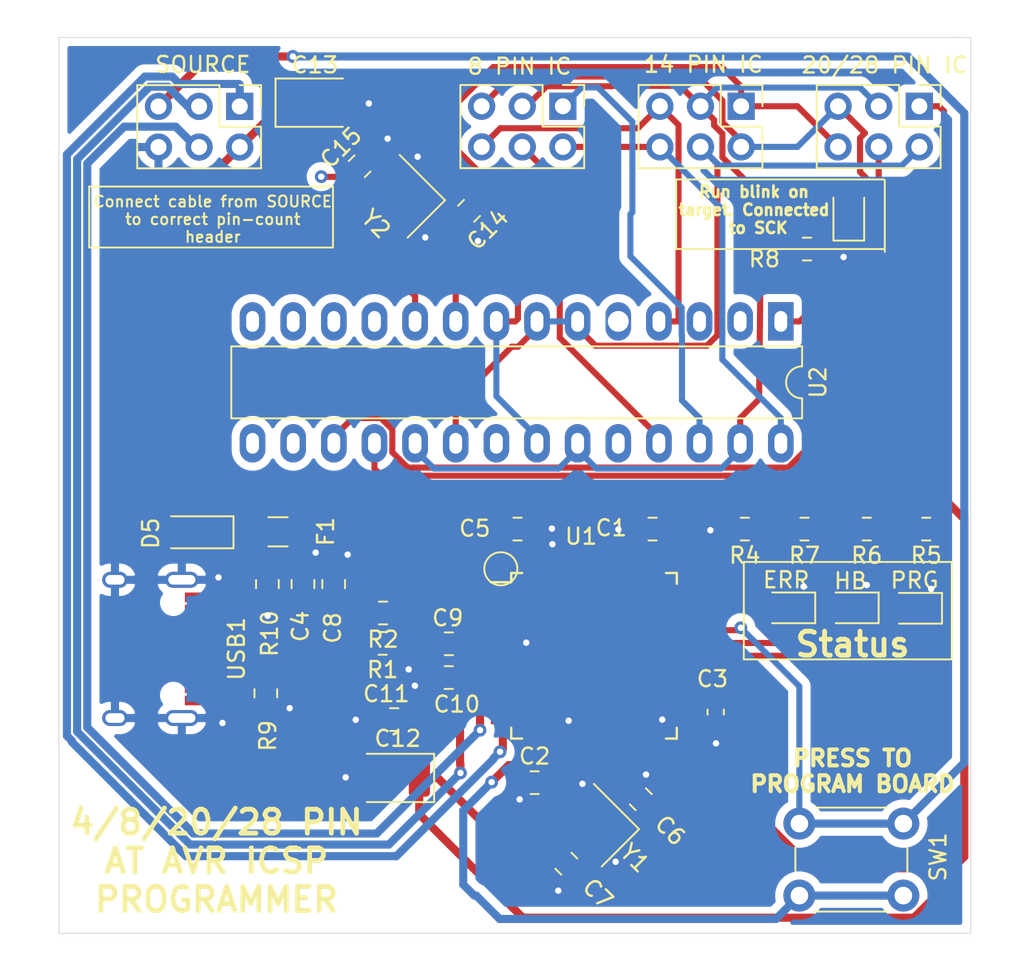
<source format=kicad_pcb>
(kicad_pcb (version 20171130) (host pcbnew 5.1.5+dfsg1-2build2)

  (general
    (thickness 1.6)
    (drawings 24)
    (tracks 493)
    (zones 0)
    (modules 40)
    (nets 71)
  )

  (page A4)
  (layers
    (0 F.Cu signal)
    (31 B.Cu signal)
    (32 B.Adhes user)
    (33 F.Adhes user)
    (34 B.Paste user)
    (35 F.Paste user)
    (36 B.SilkS user)
    (37 F.SilkS user)
    (38 B.Mask user)
    (39 F.Mask user)
    (40 Dwgs.User user)
    (41 Cmts.User user)
    (42 Eco1.User user)
    (43 Eco2.User user)
    (44 Edge.Cuts user)
    (45 Margin user)
    (46 B.CrtYd user)
    (47 F.CrtYd user)
    (48 B.Fab user)
    (49 F.Fab user)
  )

  (setup
    (last_trace_width 0.508)
    (user_trace_width 0.381)
    (user_trace_width 0.508)
    (trace_clearance 0.127)
    (zone_clearance 0.508)
    (zone_45_only no)
    (trace_min 0.381)
    (via_size 0.8)
    (via_drill 0.4)
    (via_min_size 0.4)
    (via_min_drill 0.3)
    (uvia_size 0.3)
    (uvia_drill 0.1)
    (uvias_allowed no)
    (uvia_min_size 0.2)
    (uvia_min_drill 0.1)
    (edge_width 0.05)
    (segment_width 0.2)
    (pcb_text_width 0.3)
    (pcb_text_size 1.5 1.5)
    (mod_edge_width 0.12)
    (mod_text_size 1 1)
    (mod_text_width 0.15)
    (pad_size 1.524 1.524)
    (pad_drill 0.762)
    (pad_to_mask_clearance 0.051)
    (solder_mask_min_width 0.25)
    (aux_axis_origin 0 0)
    (visible_elements FFFFFF7F)
    (pcbplotparams
      (layerselection 0x010ff_ffffffff)
      (usegerberextensions false)
      (usegerberattributes false)
      (usegerberadvancedattributes false)
      (creategerberjobfile false)
      (excludeedgelayer true)
      (linewidth 0.100000)
      (plotframeref false)
      (viasonmask false)
      (mode 1)
      (useauxorigin false)
      (hpglpennumber 1)
      (hpglpenspeed 20)
      (hpglpendiameter 15.000000)
      (psnegative false)
      (psa4output false)
      (plotreference true)
      (plotvalue true)
      (plotinvisibletext false)
      (padsonsilk false)
      (subtractmaskfromsilk false)
      (outputformat 1)
      (mirror false)
      (drillshape 0)
      (scaleselection 1)
      (outputdirectory "gerbers/"))
  )

  (net 0 "")
  (net 1 GND)
  (net 2 "Net-(U1-Pad12)")
  (net 3 "Net-(U1-Pad21)")
  (net 4 /MI20)
  (net 5 /HB_LED)
  (net 6 /ERR_LED)
  (net 7 /PRG_LED)
  (net 8 "Net-(D1-Pad2)")
  (net 9 "Net-(D2-Pad2)")
  (net 10 "Net-(D3-Pad2)")
  (net 11 /S_MISO)
  (net 12 /S_SCK)
  (net 13 /S_MOSI)
  (net 14 /~S_RESET)
  (net 15 "Net-(D4-Pad2)")
  (net 16 +5V)
  (net 17 "Net-(C9-Pad1)")
  (net 18 VCC)
  (net 19 "Net-(U2-Pad21)")
  (net 20 "Net-(U2-Pad12)")
  (net 21 /R_D+)
  (net 22 /R_D-)
  (net 23 /XTAL1)
  (net 24 "Net-(U1-Pad41)")
  (net 25 "Net-(U1-Pad40)")
  (net 26 "Net-(U1-Pad39)")
  (net 27 "Net-(U1-Pad38)")
  (net 28 "Net-(U1-Pad37)")
  (net 29 "Net-(U1-Pad36)")
  (net 30 "Net-(U1-Pad32)")
  (net 31 "Net-(U1-Pad31)")
  (net 32 "Net-(U1-Pad27)")
  (net 33 "Net-(U1-Pad26)")
  (net 34 "Net-(U1-Pad25)")
  (net 35 "Net-(U1-Pad22)")
  (net 36 "Net-(U1-Pad20)")
  (net 37 "Net-(U1-Pad19)")
  (net 38 "Net-(U1-Pad18)")
  (net 39 "Net-(U1-Pad8)")
  (net 40 "Net-(U2-Pad15)")
  (net 41 "Net-(U2-Pad2)")
  (net 42 "Net-(U2-Pad16)")
  (net 43 "Net-(U2-Pad3)")
  (net 44 "Net-(U2-Pad5)")
  (net 45 "Net-(U2-Pad24)")
  (net 46 "Net-(U2-Pad11)")
  (net 47 "Net-(U2-Pad13)")
  (net 48 "Net-(U2-Pad14)")
  (net 49 /XTAL2)
  (net 50 /X+)
  (net 51 /X-)
  (net 52 /G20)
  (net 53 /V14)
  (net 54 /MO20)
  (net 55 /SC14)
  (net 56 /MO14)
  (net 57 /G8)
  (net 58 /MO8)
  (net 59 /G14)
  (net 60 /MI8)
  (net 61 "Net-(USB1-Pad3)")
  (net 62 "Net-(USB1-Pad9)")
  (net 63 "Net-(C4-Pad2)")
  (net 64 "Net-(C8-Pad2)")
  (net 65 "Net-(R9-Pad1)")
  (net 66 "Net-(R10-Pad1)")
  (net 67 "Net-(U1-Pad42)")
  (net 68 "Net-(R4-Pad1)")
  (net 69 "Net-(SW1-Pad2)")
  (net 70 /USB_+5)

  (net_class Default "This is the default net class."
    (clearance 0.127)
    (trace_width 0.381)
    (via_dia 0.8)
    (via_drill 0.4)
    (uvia_dia 0.3)
    (uvia_drill 0.1)
    (diff_pair_width 0.381)
    (diff_pair_gap 0.25)
    (add_net /ERR_LED)
    (add_net /G14)
    (add_net /G20)
    (add_net /G8)
    (add_net /HB_LED)
    (add_net /MI20)
    (add_net /MI8)
    (add_net /MO14)
    (add_net /MO20)
    (add_net /MO8)
    (add_net /PRG_LED)
    (add_net /R_D+)
    (add_net /R_D-)
    (add_net /SC14)
    (add_net /S_MISO)
    (add_net /S_MOSI)
    (add_net /S_SCK)
    (add_net /USB_+5)
    (add_net /V14)
    (add_net /X+)
    (add_net /X-)
    (add_net /XTAL1)
    (add_net /XTAL2)
    (add_net /~S_RESET)
    (add_net "Net-(C4-Pad2)")
    (add_net "Net-(C8-Pad2)")
    (add_net "Net-(C9-Pad1)")
    (add_net "Net-(D1-Pad2)")
    (add_net "Net-(D2-Pad2)")
    (add_net "Net-(D3-Pad2)")
    (add_net "Net-(D4-Pad2)")
    (add_net "Net-(R10-Pad1)")
    (add_net "Net-(R4-Pad1)")
    (add_net "Net-(R9-Pad1)")
    (add_net "Net-(SW1-Pad2)")
    (add_net "Net-(U1-Pad12)")
    (add_net "Net-(U1-Pad18)")
    (add_net "Net-(U1-Pad19)")
    (add_net "Net-(U1-Pad20)")
    (add_net "Net-(U1-Pad21)")
    (add_net "Net-(U1-Pad22)")
    (add_net "Net-(U1-Pad25)")
    (add_net "Net-(U1-Pad26)")
    (add_net "Net-(U1-Pad27)")
    (add_net "Net-(U1-Pad31)")
    (add_net "Net-(U1-Pad32)")
    (add_net "Net-(U1-Pad36)")
    (add_net "Net-(U1-Pad37)")
    (add_net "Net-(U1-Pad38)")
    (add_net "Net-(U1-Pad39)")
    (add_net "Net-(U1-Pad40)")
    (add_net "Net-(U1-Pad41)")
    (add_net "Net-(U1-Pad42)")
    (add_net "Net-(U1-Pad8)")
    (add_net "Net-(U2-Pad11)")
    (add_net "Net-(U2-Pad12)")
    (add_net "Net-(U2-Pad13)")
    (add_net "Net-(U2-Pad14)")
    (add_net "Net-(U2-Pad15)")
    (add_net "Net-(U2-Pad16)")
    (add_net "Net-(U2-Pad2)")
    (add_net "Net-(U2-Pad21)")
    (add_net "Net-(U2-Pad24)")
    (add_net "Net-(U2-Pad3)")
    (add_net "Net-(U2-Pad5)")
    (add_net "Net-(USB1-Pad3)")
    (add_net "Net-(USB1-Pad9)")
  )

  (net_class POWER ""
    (clearance 0.127)
    (trace_width 0.762)
    (via_dia 0.8)
    (via_drill 0.4)
    (uvia_dia 0.3)
    (uvia_drill 0.1)
    (diff_pair_width 0.381)
    (diff_pair_gap 0.25)
    (add_net +5V)
    (add_net GND)
    (add_net VCC)
  )

  (module Resistor_SMD:R_0805_2012Metric (layer F.Cu) (tedit 5B36C52B) (tstamp 5FA14BD1)
    (at 174.1875 77.425 180)
    (descr "Resistor SMD 0805 (2012 Metric), square (rectangular) end terminal, IPC_7351 nominal, (Body size source: https://docs.google.com/spreadsheets/d/1BsfQQcO9C6DZCsRaXUlFlo91Tg2WpOkGARC1WS5S8t0/edit?usp=sharing), generated with kicad-footprint-generator")
    (tags resistor)
    (path /5FB8E67C)
    (attr smd)
    (fp_text reference R8 (at 2.6625 -0.625) (layer F.SilkS)
      (effects (font (size 1 1) (thickness 0.15)))
    )
    (fp_text value 1K (at 0 1.65) (layer F.Fab)
      (effects (font (size 1 1) (thickness 0.15)))
    )
    (fp_text user %R (at 0 0) (layer F.Fab)
      (effects (font (size 0.5 0.5) (thickness 0.08)))
    )
    (fp_line (start 1.68 0.95) (end -1.68 0.95) (layer F.CrtYd) (width 0.05))
    (fp_line (start 1.68 -0.95) (end 1.68 0.95) (layer F.CrtYd) (width 0.05))
    (fp_line (start -1.68 -0.95) (end 1.68 -0.95) (layer F.CrtYd) (width 0.05))
    (fp_line (start -1.68 0.95) (end -1.68 -0.95) (layer F.CrtYd) (width 0.05))
    (fp_line (start -0.258578 0.71) (end 0.258578 0.71) (layer F.SilkS) (width 0.12))
    (fp_line (start -0.258578 -0.71) (end 0.258578 -0.71) (layer F.SilkS) (width 0.12))
    (fp_line (start 1 0.6) (end -1 0.6) (layer F.Fab) (width 0.1))
    (fp_line (start 1 -0.6) (end 1 0.6) (layer F.Fab) (width 0.1))
    (fp_line (start -1 -0.6) (end 1 -0.6) (layer F.Fab) (width 0.1))
    (fp_line (start -1 0.6) (end -1 -0.6) (layer F.Fab) (width 0.1))
    (pad 2 smd roundrect (at 0.9375 0 180) (size 0.975 1.4) (layers F.Cu F.Paste F.Mask) (roundrect_rratio 0.25)
      (net 55 /SC14))
    (pad 1 smd roundrect (at -0.9375 0 180) (size 0.975 1.4) (layers F.Cu F.Paste F.Mask) (roundrect_rratio 0.25)
      (net 15 "Net-(D4-Pad2)"))
    (model ${KISYS3DMOD}/Resistor_SMD.3dshapes/R_0805_2012Metric.wrl
      (at (xyz 0 0 0))
      (scale (xyz 1 1 1))
      (rotate (xyz 0 0 0))
    )
  )

  (module Resistor_SMD:R_0805_2012Metric (layer F.Cu) (tedit 5B36C52B) (tstamp 5FA14BC0)
    (at 174.0325 94.93 180)
    (descr "Resistor SMD 0805 (2012 Metric), square (rectangular) end terminal, IPC_7351 nominal, (Body size source: https://docs.google.com/spreadsheets/d/1BsfQQcO9C6DZCsRaXUlFlo91Tg2WpOkGARC1WS5S8t0/edit?usp=sharing), generated with kicad-footprint-generator")
    (tags resistor)
    (path /5FB8E018)
    (attr smd)
    (fp_text reference R7 (at 0 -1.65) (layer F.SilkS)
      (effects (font (size 1 1) (thickness 0.15)))
    )
    (fp_text value 1K (at 0 1.65) (layer F.Fab)
      (effects (font (size 1 1) (thickness 0.15)))
    )
    (fp_text user %R (at 0 0) (layer F.Fab)
      (effects (font (size 0.5 0.5) (thickness 0.08)))
    )
    (fp_line (start 1.68 0.95) (end -1.68 0.95) (layer F.CrtYd) (width 0.05))
    (fp_line (start 1.68 -0.95) (end 1.68 0.95) (layer F.CrtYd) (width 0.05))
    (fp_line (start -1.68 -0.95) (end 1.68 -0.95) (layer F.CrtYd) (width 0.05))
    (fp_line (start -1.68 0.95) (end -1.68 -0.95) (layer F.CrtYd) (width 0.05))
    (fp_line (start -0.258578 0.71) (end 0.258578 0.71) (layer F.SilkS) (width 0.12))
    (fp_line (start -0.258578 -0.71) (end 0.258578 -0.71) (layer F.SilkS) (width 0.12))
    (fp_line (start 1 0.6) (end -1 0.6) (layer F.Fab) (width 0.1))
    (fp_line (start 1 -0.6) (end 1 0.6) (layer F.Fab) (width 0.1))
    (fp_line (start -1 -0.6) (end 1 -0.6) (layer F.Fab) (width 0.1))
    (fp_line (start -1 0.6) (end -1 -0.6) (layer F.Fab) (width 0.1))
    (pad 2 smd roundrect (at 0.9375 0 180) (size 0.975 1.4) (layers F.Cu F.Paste F.Mask) (roundrect_rratio 0.25)
      (net 6 /ERR_LED))
    (pad 1 smd roundrect (at -0.9375 0 180) (size 0.975 1.4) (layers F.Cu F.Paste F.Mask) (roundrect_rratio 0.25)
      (net 10 "Net-(D3-Pad2)"))
    (model ${KISYS3DMOD}/Resistor_SMD.3dshapes/R_0805_2012Metric.wrl
      (at (xyz 0 0 0))
      (scale (xyz 1 1 1))
      (rotate (xyz 0 0 0))
    )
  )

  (module Resistor_SMD:R_0805_2012Metric (layer F.Cu) (tedit 5B36C52B) (tstamp 5F5BEF94)
    (at 177.9225 94.93 180)
    (descr "Resistor SMD 0805 (2012 Metric), square (rectangular) end terminal, IPC_7351 nominal, (Body size source: https://docs.google.com/spreadsheets/d/1BsfQQcO9C6DZCsRaXUlFlo91Tg2WpOkGARC1WS5S8t0/edit?usp=sharing), generated with kicad-footprint-generator")
    (tags resistor)
    (path /5F834472)
    (attr smd)
    (fp_text reference R6 (at 0 -1.65) (layer F.SilkS)
      (effects (font (size 1 1) (thickness 0.15)))
    )
    (fp_text value 1K (at 0 1.65) (layer F.Fab)
      (effects (font (size 1 1) (thickness 0.15)))
    )
    (fp_text user %R (at 0 0) (layer F.Fab)
      (effects (font (size 0.5 0.5) (thickness 0.08)))
    )
    (fp_line (start 1.68 0.95) (end -1.68 0.95) (layer F.CrtYd) (width 0.05))
    (fp_line (start 1.68 -0.95) (end 1.68 0.95) (layer F.CrtYd) (width 0.05))
    (fp_line (start -1.68 -0.95) (end 1.68 -0.95) (layer F.CrtYd) (width 0.05))
    (fp_line (start -1.68 0.95) (end -1.68 -0.95) (layer F.CrtYd) (width 0.05))
    (fp_line (start -0.258578 0.71) (end 0.258578 0.71) (layer F.SilkS) (width 0.12))
    (fp_line (start -0.258578 -0.71) (end 0.258578 -0.71) (layer F.SilkS) (width 0.12))
    (fp_line (start 1 0.6) (end -1 0.6) (layer F.Fab) (width 0.1))
    (fp_line (start 1 -0.6) (end 1 0.6) (layer F.Fab) (width 0.1))
    (fp_line (start -1 -0.6) (end 1 -0.6) (layer F.Fab) (width 0.1))
    (fp_line (start -1 0.6) (end -1 -0.6) (layer F.Fab) (width 0.1))
    (pad 2 smd roundrect (at 0.9375 0 180) (size 0.975 1.4) (layers F.Cu F.Paste F.Mask) (roundrect_rratio 0.25)
      (net 5 /HB_LED))
    (pad 1 smd roundrect (at -0.9375 0 180) (size 0.975 1.4) (layers F.Cu F.Paste F.Mask) (roundrect_rratio 0.25)
      (net 9 "Net-(D2-Pad2)"))
    (model ${KISYS3DMOD}/Resistor_SMD.3dshapes/R_0805_2012Metric.wrl
      (at (xyz 0 0 0))
      (scale (xyz 1 1 1))
      (rotate (xyz 0 0 0))
    )
  )

  (module Resistor_SMD:R_0805_2012Metric (layer F.Cu) (tedit 5B36C52B) (tstamp 5FA14B9F)
    (at 181.6425 94.93 180)
    (descr "Resistor SMD 0805 (2012 Metric), square (rectangular) end terminal, IPC_7351 nominal, (Body size source: https://docs.google.com/spreadsheets/d/1BsfQQcO9C6DZCsRaXUlFlo91Tg2WpOkGARC1WS5S8t0/edit?usp=sharing), generated with kicad-footprint-generator")
    (tags resistor)
    (path /5FB8E235)
    (attr smd)
    (fp_text reference R5 (at 0 -1.65) (layer F.SilkS)
      (effects (font (size 1 1) (thickness 0.15)))
    )
    (fp_text value 1K (at 0 1.65) (layer F.Fab)
      (effects (font (size 1 1) (thickness 0.15)))
    )
    (fp_text user %R (at 0 0) (layer F.Fab)
      (effects (font (size 0.5 0.5) (thickness 0.08)))
    )
    (fp_line (start 1.68 0.95) (end -1.68 0.95) (layer F.CrtYd) (width 0.05))
    (fp_line (start 1.68 -0.95) (end 1.68 0.95) (layer F.CrtYd) (width 0.05))
    (fp_line (start -1.68 -0.95) (end 1.68 -0.95) (layer F.CrtYd) (width 0.05))
    (fp_line (start -1.68 0.95) (end -1.68 -0.95) (layer F.CrtYd) (width 0.05))
    (fp_line (start -0.258578 0.71) (end 0.258578 0.71) (layer F.SilkS) (width 0.12))
    (fp_line (start -0.258578 -0.71) (end 0.258578 -0.71) (layer F.SilkS) (width 0.12))
    (fp_line (start 1 0.6) (end -1 0.6) (layer F.Fab) (width 0.1))
    (fp_line (start 1 -0.6) (end 1 0.6) (layer F.Fab) (width 0.1))
    (fp_line (start -1 -0.6) (end 1 -0.6) (layer F.Fab) (width 0.1))
    (fp_line (start -1 0.6) (end -1 -0.6) (layer F.Fab) (width 0.1))
    (pad 2 smd roundrect (at 0.9375 0 180) (size 0.975 1.4) (layers F.Cu F.Paste F.Mask) (roundrect_rratio 0.25)
      (net 7 /PRG_LED))
    (pad 1 smd roundrect (at -0.9375 0 180) (size 0.975 1.4) (layers F.Cu F.Paste F.Mask) (roundrect_rratio 0.25)
      (net 8 "Net-(D1-Pad2)"))
    (model ${KISYS3DMOD}/Resistor_SMD.3dshapes/R_0805_2012Metric.wrl
      (at (xyz 0 0 0))
      (scale (xyz 1 1 1))
      (rotate (xyz 0 0 0))
    )
  )

  (module Resistor_SMD:R_0805_2012Metric (layer F.Cu) (tedit 5B36C52B) (tstamp 5FA15EB7)
    (at 170.3 94.93 180)
    (descr "Resistor SMD 0805 (2012 Metric), square (rectangular) end terminal, IPC_7351 nominal, (Body size source: https://docs.google.com/spreadsheets/d/1BsfQQcO9C6DZCsRaXUlFlo91Tg2WpOkGARC1WS5S8t0/edit?usp=sharing), generated with kicad-footprint-generator")
    (tags resistor)
    (path /5FB81C31)
    (attr smd)
    (fp_text reference R4 (at 0 -1.65) (layer F.SilkS)
      (effects (font (size 1 1) (thickness 0.15)))
    )
    (fp_text value 10K (at 0 1.65) (layer F.Fab)
      (effects (font (size 1 1) (thickness 0.15)))
    )
    (fp_text user %R (at 0 0) (layer F.Fab)
      (effects (font (size 0.5 0.5) (thickness 0.08)))
    )
    (fp_line (start 1.68 0.95) (end -1.68 0.95) (layer F.CrtYd) (width 0.05))
    (fp_line (start 1.68 -0.95) (end 1.68 0.95) (layer F.CrtYd) (width 0.05))
    (fp_line (start -1.68 -0.95) (end 1.68 -0.95) (layer F.CrtYd) (width 0.05))
    (fp_line (start -1.68 0.95) (end -1.68 -0.95) (layer F.CrtYd) (width 0.05))
    (fp_line (start -0.258578 0.71) (end 0.258578 0.71) (layer F.SilkS) (width 0.12))
    (fp_line (start -0.258578 -0.71) (end 0.258578 -0.71) (layer F.SilkS) (width 0.12))
    (fp_line (start 1 0.6) (end -1 0.6) (layer F.Fab) (width 0.1))
    (fp_line (start 1 -0.6) (end 1 0.6) (layer F.Fab) (width 0.1))
    (fp_line (start -1 -0.6) (end 1 -0.6) (layer F.Fab) (width 0.1))
    (fp_line (start -1 0.6) (end -1 -0.6) (layer F.Fab) (width 0.1))
    (pad 2 smd roundrect (at 0.9375 0 180) (size 0.975 1.4) (layers F.Cu F.Paste F.Mask) (roundrect_rratio 0.25)
      (net 1 GND))
    (pad 1 smd roundrect (at -0.9375 0 180) (size 0.975 1.4) (layers F.Cu F.Paste F.Mask) (roundrect_rratio 0.25)
      (net 68 "Net-(R4-Pad1)"))
    (model ${KISYS3DMOD}/Resistor_SMD.3dshapes/R_0805_2012Metric.wrl
      (at (xyz 0 0 0))
      (scale (xyz 1 1 1))
      (rotate (xyz 0 0 0))
    )
  )

  (module Resistor_SMD:R_0805_2012Metric (layer F.Cu) (tedit 5B36C52B) (tstamp 5FA19CA2)
    (at 140.46 98.37 270)
    (descr "Resistor SMD 0805 (2012 Metric), square (rectangular) end terminal, IPC_7351 nominal, (Body size source: https://docs.google.com/spreadsheets/d/1BsfQQcO9C6DZCsRaXUlFlo91Tg2WpOkGARC1WS5S8t0/edit?usp=sharing), generated with kicad-footprint-generator")
    (tags resistor)
    (path /5FB2AF90)
    (attr smd)
    (fp_text reference R10 (at 3.0925 -0.14 90) (layer F.SilkS)
      (effects (font (size 1 1) (thickness 0.15)))
    )
    (fp_text value 5.1K (at 0 1.65 90) (layer F.Fab)
      (effects (font (size 1 1) (thickness 0.15)))
    )
    (fp_text user %R (at 0 0 90) (layer F.Fab)
      (effects (font (size 0.5 0.5) (thickness 0.08)))
    )
    (fp_line (start 1.68 0.95) (end -1.68 0.95) (layer F.CrtYd) (width 0.05))
    (fp_line (start 1.68 -0.95) (end 1.68 0.95) (layer F.CrtYd) (width 0.05))
    (fp_line (start -1.68 -0.95) (end 1.68 -0.95) (layer F.CrtYd) (width 0.05))
    (fp_line (start -1.68 0.95) (end -1.68 -0.95) (layer F.CrtYd) (width 0.05))
    (fp_line (start -0.258578 0.71) (end 0.258578 0.71) (layer F.SilkS) (width 0.12))
    (fp_line (start -0.258578 -0.71) (end 0.258578 -0.71) (layer F.SilkS) (width 0.12))
    (fp_line (start 1 0.6) (end -1 0.6) (layer F.Fab) (width 0.1))
    (fp_line (start 1 -0.6) (end 1 0.6) (layer F.Fab) (width 0.1))
    (fp_line (start -1 -0.6) (end 1 -0.6) (layer F.Fab) (width 0.1))
    (fp_line (start -1 0.6) (end -1 -0.6) (layer F.Fab) (width 0.1))
    (pad 2 smd roundrect (at 0.9375 0 270) (size 0.975 1.4) (layers F.Cu F.Paste F.Mask) (roundrect_rratio 0.25)
      (net 1 GND))
    (pad 1 smd roundrect (at -0.9375 0 270) (size 0.975 1.4) (layers F.Cu F.Paste F.Mask) (roundrect_rratio 0.25)
      (net 66 "Net-(R10-Pad1)"))
    (model ${KISYS3DMOD}/Resistor_SMD.3dshapes/R_0805_2012Metric.wrl
      (at (xyz 0 0 0))
      (scale (xyz 1 1 1))
      (rotate (xyz 0 0 0))
    )
  )

  (module Resistor_SMD:R_0805_2012Metric (layer F.Cu) (tedit 5B36C52B) (tstamp 5FA0EDD2)
    (at 140.36 105.1925 270)
    (descr "Resistor SMD 0805 (2012 Metric), square (rectangular) end terminal, IPC_7351 nominal, (Body size source: https://docs.google.com/spreadsheets/d/1BsfQQcO9C6DZCsRaXUlFlo91Tg2WpOkGARC1WS5S8t0/edit?usp=sharing), generated with kicad-footprint-generator")
    (tags resistor)
    (path /5FB2BB9E)
    (attr smd)
    (fp_text reference R9 (at 2.6575 -0.13 90) (layer F.SilkS)
      (effects (font (size 1 1) (thickness 0.15)))
    )
    (fp_text value 5.1K (at 0 1.65 90) (layer F.Fab)
      (effects (font (size 1 1) (thickness 0.15)))
    )
    (fp_text user %R (at 0 0 90) (layer F.Fab)
      (effects (font (size 0.5 0.5) (thickness 0.08)))
    )
    (fp_line (start 1.68 0.95) (end -1.68 0.95) (layer F.CrtYd) (width 0.05))
    (fp_line (start 1.68 -0.95) (end 1.68 0.95) (layer F.CrtYd) (width 0.05))
    (fp_line (start -1.68 -0.95) (end 1.68 -0.95) (layer F.CrtYd) (width 0.05))
    (fp_line (start -1.68 0.95) (end -1.68 -0.95) (layer F.CrtYd) (width 0.05))
    (fp_line (start -0.258578 0.71) (end 0.258578 0.71) (layer F.SilkS) (width 0.12))
    (fp_line (start -0.258578 -0.71) (end 0.258578 -0.71) (layer F.SilkS) (width 0.12))
    (fp_line (start 1 0.6) (end -1 0.6) (layer F.Fab) (width 0.1))
    (fp_line (start 1 -0.6) (end 1 0.6) (layer F.Fab) (width 0.1))
    (fp_line (start -1 -0.6) (end 1 -0.6) (layer F.Fab) (width 0.1))
    (fp_line (start -1 0.6) (end -1 -0.6) (layer F.Fab) (width 0.1))
    (pad 2 smd roundrect (at 0.9375 0 270) (size 0.975 1.4) (layers F.Cu F.Paste F.Mask) (roundrect_rratio 0.25)
      (net 1 GND))
    (pad 1 smd roundrect (at -0.9375 0 270) (size 0.975 1.4) (layers F.Cu F.Paste F.Mask) (roundrect_rratio 0.25)
      (net 65 "Net-(R9-Pad1)"))
    (model ${KISYS3DMOD}/Resistor_SMD.3dshapes/R_0805_2012Metric.wrl
      (at (xyz 0 0 0))
      (scale (xyz 1 1 1))
      (rotate (xyz 0 0 0))
    )
  )

  (module Resistor_SMD:R_0805_2012Metric (layer F.Cu) (tedit 5B36C52B) (tstamp 5F5A8612)
    (at 147.6875 100.175 180)
    (descr "Resistor SMD 0805 (2012 Metric), square (rectangular) end terminal, IPC_7351 nominal, (Body size source: https://docs.google.com/spreadsheets/d/1BsfQQcO9C6DZCsRaXUlFlo91Tg2WpOkGARC1WS5S8t0/edit?usp=sharing), generated with kicad-footprint-generator")
    (tags resistor)
    (path /5F5A51C3)
    (attr smd)
    (fp_text reference R2 (at 0 -1.65) (layer F.SilkS)
      (effects (font (size 1 1) (thickness 0.15)))
    )
    (fp_text value 22R (at 0 1.65) (layer F.Fab)
      (effects (font (size 1 1) (thickness 0.15)))
    )
    (fp_text user %R (at 0 0) (layer F.Fab)
      (effects (font (size 0.5 0.5) (thickness 0.08)))
    )
    (fp_line (start 1.68 0.95) (end -1.68 0.95) (layer F.CrtYd) (width 0.05))
    (fp_line (start 1.68 -0.95) (end 1.68 0.95) (layer F.CrtYd) (width 0.05))
    (fp_line (start -1.68 -0.95) (end 1.68 -0.95) (layer F.CrtYd) (width 0.05))
    (fp_line (start -1.68 0.95) (end -1.68 -0.95) (layer F.CrtYd) (width 0.05))
    (fp_line (start -0.258578 0.71) (end 0.258578 0.71) (layer F.SilkS) (width 0.12))
    (fp_line (start -0.258578 -0.71) (end 0.258578 -0.71) (layer F.SilkS) (width 0.12))
    (fp_line (start 1 0.6) (end -1 0.6) (layer F.Fab) (width 0.1))
    (fp_line (start 1 -0.6) (end 1 0.6) (layer F.Fab) (width 0.1))
    (fp_line (start -1 -0.6) (end 1 -0.6) (layer F.Fab) (width 0.1))
    (fp_line (start -1 0.6) (end -1 -0.6) (layer F.Fab) (width 0.1))
    (pad 2 smd roundrect (at 0.9375 0 180) (size 0.975 1.4) (layers F.Cu F.Paste F.Mask) (roundrect_rratio 0.25)
      (net 63 "Net-(C4-Pad2)"))
    (pad 1 smd roundrect (at -0.9375 0 180) (size 0.975 1.4) (layers F.Cu F.Paste F.Mask) (roundrect_rratio 0.25)
      (net 22 /R_D-))
    (model ${KISYS3DMOD}/Resistor_SMD.3dshapes/R_0805_2012Metric.wrl
      (at (xyz 0 0 0))
      (scale (xyz 1 1 1))
      (rotate (xyz 0 0 0))
    )
  )

  (module Resistor_SMD:R_0805_2012Metric (layer F.Cu) (tedit 5B36C52B) (tstamp 5F58DA8A)
    (at 147.6625 102.075 180)
    (descr "Resistor SMD 0805 (2012 Metric), square (rectangular) end terminal, IPC_7351 nominal, (Body size source: https://docs.google.com/spreadsheets/d/1BsfQQcO9C6DZCsRaXUlFlo91Tg2WpOkGARC1WS5S8t0/edit?usp=sharing), generated with kicad-footprint-generator")
    (tags resistor)
    (path /5F5A4DCD)
    (attr smd)
    (fp_text reference R1 (at 0 -1.65) (layer F.SilkS)
      (effects (font (size 1 1) (thickness 0.15)))
    )
    (fp_text value 22R (at 0 1.65) (layer F.Fab)
      (effects (font (size 1 1) (thickness 0.15)))
    )
    (fp_text user %R (at 0 0) (layer F.Fab)
      (effects (font (size 0.5 0.5) (thickness 0.08)))
    )
    (fp_line (start 1.68 0.95) (end -1.68 0.95) (layer F.CrtYd) (width 0.05))
    (fp_line (start 1.68 -0.95) (end 1.68 0.95) (layer F.CrtYd) (width 0.05))
    (fp_line (start -1.68 -0.95) (end 1.68 -0.95) (layer F.CrtYd) (width 0.05))
    (fp_line (start -1.68 0.95) (end -1.68 -0.95) (layer F.CrtYd) (width 0.05))
    (fp_line (start -0.258578 0.71) (end 0.258578 0.71) (layer F.SilkS) (width 0.12))
    (fp_line (start -0.258578 -0.71) (end 0.258578 -0.71) (layer F.SilkS) (width 0.12))
    (fp_line (start 1 0.6) (end -1 0.6) (layer F.Fab) (width 0.1))
    (fp_line (start 1 -0.6) (end 1 0.6) (layer F.Fab) (width 0.1))
    (fp_line (start -1 -0.6) (end 1 -0.6) (layer F.Fab) (width 0.1))
    (fp_line (start -1 0.6) (end -1 -0.6) (layer F.Fab) (width 0.1))
    (pad 2 smd roundrect (at 0.9375 0 180) (size 0.975 1.4) (layers F.Cu F.Paste F.Mask) (roundrect_rratio 0.25)
      (net 64 "Net-(C8-Pad2)"))
    (pad 1 smd roundrect (at -0.9375 0 180) (size 0.975 1.4) (layers F.Cu F.Paste F.Mask) (roundrect_rratio 0.25)
      (net 21 /R_D+))
    (model ${KISYS3DMOD}/Resistor_SMD.3dshapes/R_0805_2012Metric.wrl
      (at (xyz 0 0 0))
      (scale (xyz 1 1 1))
      (rotate (xyz 0 0 0))
    )
  )

  (module Type-C:HRO-TYPE-C-31-M-12-HandSoldering (layer F.Cu) (tedit 5C42C6AC) (tstamp 5FA114C2)
    (at 128.33 102.42 270)
    (path /5FA18B72)
    (attr smd)
    (fp_text reference USB1 (at 0 -10.2 90) (layer F.SilkS)
      (effects (font (size 1 1) (thickness 0.15)))
    )
    (fp_text value CLEAN-TYPE-C-31-M-12 (at 0 1.15 90) (layer Dwgs.User)
      (effects (font (size 1 1) (thickness 0.15)))
    )
    (fp_line (start -4.47 0) (end 4.47 0) (layer Dwgs.User) (width 0.15))
    (fp_line (start -4.47 0) (end -4.47 -7.3) (layer Dwgs.User) (width 0.15))
    (fp_line (start 4.47 0) (end 4.47 -7.3) (layer Dwgs.User) (width 0.15))
    (fp_line (start -4.47 -7.3) (end 4.47 -7.3) (layer Dwgs.User) (width 0.15))
    (pad 12 smd rect (at 3.225 -8.195 270) (size 0.6 2.45) (layers F.Cu F.Paste F.Mask)
      (net 1 GND))
    (pad 1 smd rect (at -3.225 -8.195 270) (size 0.6 2.45) (layers F.Cu F.Paste F.Mask)
      (net 1 GND))
    (pad 11 smd rect (at 2.45 -8.195 270) (size 0.6 2.45) (layers F.Cu F.Paste F.Mask)
      (net 70 /USB_+5))
    (pad 2 smd rect (at -2.45 -8.195 270) (size 0.6 2.45) (layers F.Cu F.Paste F.Mask)
      (net 70 /USB_+5))
    (pad 3 smd rect (at -1.75 -8.195 270) (size 0.3 2.45) (layers F.Cu F.Paste F.Mask)
      (net 61 "Net-(USB1-Pad3)"))
    (pad 10 smd rect (at 1.75 -8.195 270) (size 0.3 2.45) (layers F.Cu F.Paste F.Mask)
      (net 65 "Net-(R9-Pad1)"))
    (pad 4 smd rect (at -1.25 -8.195 270) (size 0.3 2.45) (layers F.Cu F.Paste F.Mask)
      (net 66 "Net-(R10-Pad1)"))
    (pad 9 smd rect (at 1.25 -8.195 270) (size 0.3 2.45) (layers F.Cu F.Paste F.Mask)
      (net 62 "Net-(USB1-Pad9)"))
    (pad 5 smd rect (at -0.75 -8.195 270) (size 0.3 2.45) (layers F.Cu F.Paste F.Mask)
      (net 63 "Net-(C4-Pad2)"))
    (pad 8 smd rect (at 0.75 -8.195 270) (size 0.3 2.45) (layers F.Cu F.Paste F.Mask)
      (net 64 "Net-(C8-Pad2)"))
    (pad 7 smd rect (at 0.25 -8.195 270) (size 0.3 2.45) (layers F.Cu F.Paste F.Mask)
      (net 63 "Net-(C4-Pad2)"))
    (pad 6 smd rect (at -0.25 -8.195 270) (size 0.3 2.45) (layers F.Cu F.Paste F.Mask)
      (net 64 "Net-(C8-Pad2)"))
    (pad "" np_thru_hole circle (at 2.89 -6.25 270) (size 0.65 0.65) (drill 0.65) (layers *.Cu *.Mask))
    (pad "" np_thru_hole circle (at -2.89 -6.25 270) (size 0.65 0.65) (drill 0.65) (layers *.Cu *.Mask))
    (pad 13 thru_hole oval (at -4.32 -6.78 270) (size 1 2.1) (drill oval 0.6 1.7) (layers *.Cu B.Mask)
      (net 1 GND))
    (pad 13 thru_hole oval (at 4.32 -6.78 270) (size 1 2.1) (drill oval 0.6 1.7) (layers *.Cu B.Mask)
      (net 1 GND))
    (pad 13 thru_hole oval (at -4.32 -2.6 270) (size 1 1.6) (drill oval 0.6 1.2) (layers *.Cu B.Mask)
      (net 1 GND))
    (pad 13 thru_hole oval (at 4.32 -2.6 270) (size 1 1.6) (drill oval 0.6 1.2) (layers *.Cu B.Mask)
      (net 1 GND))
    (model "${KIPRJMOD}/lib/Type-C.pretty/HRO  TYPE-C-31-M-12.step"
      (offset (xyz -4.5 0 0))
      (scale (xyz 1 1 1))
      (rotate (xyz -90 0 0))
    )
  )

  (module Capacitor_SMD:C_0805_2012Metric (layer F.Cu) (tedit 5B36C52B) (tstamp 5F59ECA5)
    (at 148.3845 106.836)
    (descr "Capacitor SMD 0805 (2012 Metric), square (rectangular) end terminal, IPC_7351 nominal, (Body size source: https://docs.google.com/spreadsheets/d/1BsfQQcO9C6DZCsRaXUlFlo91Tg2WpOkGARC1WS5S8t0/edit?usp=sharing), generated with kicad-footprint-generator")
    (tags capacitor)
    (path /5F692FCA)
    (attr smd)
    (fp_text reference C11 (at -0.4945 -1.606) (layer F.SilkS)
      (effects (font (size 1 1) (thickness 0.15)))
    )
    (fp_text value 10uF (at 0 1.65) (layer F.Fab)
      (effects (font (size 1 1) (thickness 0.15)))
    )
    (fp_text user %R (at 0 0) (layer F.Fab)
      (effects (font (size 0.5 0.5) (thickness 0.08)))
    )
    (fp_line (start 1.68 0.95) (end -1.68 0.95) (layer F.CrtYd) (width 0.05))
    (fp_line (start 1.68 -0.95) (end 1.68 0.95) (layer F.CrtYd) (width 0.05))
    (fp_line (start -1.68 -0.95) (end 1.68 -0.95) (layer F.CrtYd) (width 0.05))
    (fp_line (start -1.68 0.95) (end -1.68 -0.95) (layer F.CrtYd) (width 0.05))
    (fp_line (start -0.258578 0.71) (end 0.258578 0.71) (layer F.SilkS) (width 0.12))
    (fp_line (start -0.258578 -0.71) (end 0.258578 -0.71) (layer F.SilkS) (width 0.12))
    (fp_line (start 1 0.6) (end -1 0.6) (layer F.Fab) (width 0.1))
    (fp_line (start 1 -0.6) (end 1 0.6) (layer F.Fab) (width 0.1))
    (fp_line (start -1 -0.6) (end 1 -0.6) (layer F.Fab) (width 0.1))
    (fp_line (start -1 0.6) (end -1 -0.6) (layer F.Fab) (width 0.1))
    (pad 2 smd roundrect (at 0.9375 0) (size 0.975 1.4) (layers F.Cu F.Paste F.Mask) (roundrect_rratio 0.25)
      (net 16 +5V))
    (pad 1 smd roundrect (at -0.9375 0) (size 0.975 1.4) (layers F.Cu F.Paste F.Mask) (roundrect_rratio 0.25)
      (net 1 GND))
    (model ${KISYS3DMOD}/Capacitor_SMD.3dshapes/C_0805_2012Metric.wrl
      (at (xyz 0 0 0))
      (scale (xyz 1 1 1))
      (rotate (xyz 0 0 0))
    )
  )

  (module Capacitor_SMD:C_0805_2012Metric (layer F.Cu) (tedit 5B36C52B) (tstamp 5F58C2C6)
    (at 151.7975 104.21)
    (descr "Capacitor SMD 0805 (2012 Metric), square (rectangular) end terminal, IPC_7351 nominal, (Body size source: https://docs.google.com/spreadsheets/d/1BsfQQcO9C6DZCsRaXUlFlo91Tg2WpOkGARC1WS5S8t0/edit?usp=sharing), generated with kicad-footprint-generator")
    (tags capacitor)
    (path /5F66BCCE)
    (attr smd)
    (fp_text reference C10 (at 0.5025 1.67) (layer F.SilkS)
      (effects (font (size 1 1) (thickness 0.15)))
    )
    (fp_text value 0.1uF (at 0 1.65) (layer F.Fab)
      (effects (font (size 1 1) (thickness 0.15)))
    )
    (fp_text user %R (at 0 0) (layer F.Fab)
      (effects (font (size 0.5 0.5) (thickness 0.08)))
    )
    (fp_line (start 1.68 0.95) (end -1.68 0.95) (layer F.CrtYd) (width 0.05))
    (fp_line (start 1.68 -0.95) (end 1.68 0.95) (layer F.CrtYd) (width 0.05))
    (fp_line (start -1.68 -0.95) (end 1.68 -0.95) (layer F.CrtYd) (width 0.05))
    (fp_line (start -1.68 0.95) (end -1.68 -0.95) (layer F.CrtYd) (width 0.05))
    (fp_line (start -0.258578 0.71) (end 0.258578 0.71) (layer F.SilkS) (width 0.12))
    (fp_line (start -0.258578 -0.71) (end 0.258578 -0.71) (layer F.SilkS) (width 0.12))
    (fp_line (start 1 0.6) (end -1 0.6) (layer F.Fab) (width 0.1))
    (fp_line (start 1 -0.6) (end 1 0.6) (layer F.Fab) (width 0.1))
    (fp_line (start -1 -0.6) (end 1 -0.6) (layer F.Fab) (width 0.1))
    (fp_line (start -1 0.6) (end -1 -0.6) (layer F.Fab) (width 0.1))
    (pad 2 smd roundrect (at 0.9375 0) (size 0.975 1.4) (layers F.Cu F.Paste F.Mask) (roundrect_rratio 0.25)
      (net 16 +5V))
    (pad 1 smd roundrect (at -0.9375 0) (size 0.975 1.4) (layers F.Cu F.Paste F.Mask) (roundrect_rratio 0.25)
      (net 1 GND))
    (model ${KISYS3DMOD}/Capacitor_SMD.3dshapes/C_0805_2012Metric.wrl
      (at (xyz 0 0 0))
      (scale (xyz 1 1 1))
      (rotate (xyz 0 0 0))
    )
  )

  (module Capacitor_SMD:C_0805_2012Metric (layer F.Cu) (tedit 5B36C52B) (tstamp 5F58F42A)
    (at 151.7975 102.1 180)
    (descr "Capacitor SMD 0805 (2012 Metric), square (rectangular) end terminal, IPC_7351 nominal, (Body size source: https://docs.google.com/spreadsheets/d/1BsfQQcO9C6DZCsRaXUlFlo91Tg2WpOkGARC1WS5S8t0/edit?usp=sharing), generated with kicad-footprint-generator")
    (tags capacitor)
    (path /5F5B0C4E)
    (attr smd)
    (fp_text reference C9 (at 0.0675 1.61) (layer F.SilkS)
      (effects (font (size 1 1) (thickness 0.15)))
    )
    (fp_text value 1uF (at 0 1.65) (layer F.Fab)
      (effects (font (size 1 1) (thickness 0.15)))
    )
    (fp_text user %R (at 0 0) (layer F.Fab)
      (effects (font (size 0.5 0.5) (thickness 0.08)))
    )
    (fp_line (start 1.68 0.95) (end -1.68 0.95) (layer F.CrtYd) (width 0.05))
    (fp_line (start 1.68 -0.95) (end 1.68 0.95) (layer F.CrtYd) (width 0.05))
    (fp_line (start -1.68 -0.95) (end 1.68 -0.95) (layer F.CrtYd) (width 0.05))
    (fp_line (start -1.68 0.95) (end -1.68 -0.95) (layer F.CrtYd) (width 0.05))
    (fp_line (start -0.258578 0.71) (end 0.258578 0.71) (layer F.SilkS) (width 0.12))
    (fp_line (start -0.258578 -0.71) (end 0.258578 -0.71) (layer F.SilkS) (width 0.12))
    (fp_line (start 1 0.6) (end -1 0.6) (layer F.Fab) (width 0.1))
    (fp_line (start 1 -0.6) (end 1 0.6) (layer F.Fab) (width 0.1))
    (fp_line (start -1 -0.6) (end 1 -0.6) (layer F.Fab) (width 0.1))
    (fp_line (start -1 0.6) (end -1 -0.6) (layer F.Fab) (width 0.1))
    (pad 2 smd roundrect (at 0.9375 0 180) (size 0.975 1.4) (layers F.Cu F.Paste F.Mask) (roundrect_rratio 0.25)
      (net 1 GND))
    (pad 1 smd roundrect (at -0.9375 0 180) (size 0.975 1.4) (layers F.Cu F.Paste F.Mask) (roundrect_rratio 0.25)
      (net 17 "Net-(C9-Pad1)"))
    (model ${KISYS3DMOD}/Capacitor_SMD.3dshapes/C_0805_2012Metric.wrl
      (at (xyz 0 0 0))
      (scale (xyz 1 1 1))
      (rotate (xyz 0 0 0))
    )
  )

  (module Capacitor_SMD:C_0805_2012Metric (layer F.Cu) (tedit 5B36C52B) (tstamp 5FA0EA21)
    (at 144.6 98.37 270)
    (descr "Capacitor SMD 0805 (2012 Metric), square (rectangular) end terminal, IPC_7351 nominal, (Body size source: https://docs.google.com/spreadsheets/d/1BsfQQcO9C6DZCsRaXUlFlo91Tg2WpOkGARC1WS5S8t0/edit?usp=sharing), generated with kicad-footprint-generator")
    (tags capacitor)
    (path /5FAC0561)
    (attr smd)
    (fp_text reference C8 (at 2.7425 0.06 90) (layer F.SilkS)
      (effects (font (size 1 1) (thickness 0.15)))
    )
    (fp_text value 4.7uF (at 0 1.65 90) (layer F.Fab)
      (effects (font (size 1 1) (thickness 0.15)))
    )
    (fp_text user %R (at 0 0 90) (layer F.Fab)
      (effects (font (size 0.5 0.5) (thickness 0.08)))
    )
    (fp_line (start 1.68 0.95) (end -1.68 0.95) (layer F.CrtYd) (width 0.05))
    (fp_line (start 1.68 -0.95) (end 1.68 0.95) (layer F.CrtYd) (width 0.05))
    (fp_line (start -1.68 -0.95) (end 1.68 -0.95) (layer F.CrtYd) (width 0.05))
    (fp_line (start -1.68 0.95) (end -1.68 -0.95) (layer F.CrtYd) (width 0.05))
    (fp_line (start -0.258578 0.71) (end 0.258578 0.71) (layer F.SilkS) (width 0.12))
    (fp_line (start -0.258578 -0.71) (end 0.258578 -0.71) (layer F.SilkS) (width 0.12))
    (fp_line (start 1 0.6) (end -1 0.6) (layer F.Fab) (width 0.1))
    (fp_line (start 1 -0.6) (end 1 0.6) (layer F.Fab) (width 0.1))
    (fp_line (start -1 -0.6) (end 1 -0.6) (layer F.Fab) (width 0.1))
    (fp_line (start -1 0.6) (end -1 -0.6) (layer F.Fab) (width 0.1))
    (pad 2 smd roundrect (at 0.9375 0 270) (size 0.975 1.4) (layers F.Cu F.Paste F.Mask) (roundrect_rratio 0.25)
      (net 64 "Net-(C8-Pad2)"))
    (pad 1 smd roundrect (at -0.9375 0 270) (size 0.975 1.4) (layers F.Cu F.Paste F.Mask) (roundrect_rratio 0.25)
      (net 1 GND))
    (model ${KISYS3DMOD}/Capacitor_SMD.3dshapes/C_0805_2012Metric.wrl
      (at (xyz 0 0 0))
      (scale (xyz 1 1 1))
      (rotate (xyz 0 0 0))
    )
  )

  (module Capacitor_SMD:C_0805_2012Metric (layer F.Cu) (tedit 5B36C52B) (tstamp 5F58E7D1)
    (at 156.0925 94.93 180)
    (descr "Capacitor SMD 0805 (2012 Metric), square (rectangular) end terminal, IPC_7351 nominal, (Body size source: https://docs.google.com/spreadsheets/d/1BsfQQcO9C6DZCsRaXUlFlo91Tg2WpOkGARC1WS5S8t0/edit?usp=sharing), generated with kicad-footprint-generator")
    (tags capacitor)
    (path /5F627BF9)
    (attr smd)
    (fp_text reference C5 (at 2.6725 0.04) (layer F.SilkS)
      (effects (font (size 1 1) (thickness 0.15)))
    )
    (fp_text value 0.1uF (at 0 1.65) (layer F.Fab)
      (effects (font (size 1 1) (thickness 0.15)))
    )
    (fp_text user %R (at 0 0) (layer F.Fab)
      (effects (font (size 0.5 0.5) (thickness 0.08)))
    )
    (fp_line (start 1.68 0.95) (end -1.68 0.95) (layer F.CrtYd) (width 0.05))
    (fp_line (start 1.68 -0.95) (end 1.68 0.95) (layer F.CrtYd) (width 0.05))
    (fp_line (start -1.68 -0.95) (end 1.68 -0.95) (layer F.CrtYd) (width 0.05))
    (fp_line (start -1.68 0.95) (end -1.68 -0.95) (layer F.CrtYd) (width 0.05))
    (fp_line (start -0.258578 0.71) (end 0.258578 0.71) (layer F.SilkS) (width 0.12))
    (fp_line (start -0.258578 -0.71) (end 0.258578 -0.71) (layer F.SilkS) (width 0.12))
    (fp_line (start 1 0.6) (end -1 0.6) (layer F.Fab) (width 0.1))
    (fp_line (start 1 -0.6) (end 1 0.6) (layer F.Fab) (width 0.1))
    (fp_line (start -1 -0.6) (end 1 -0.6) (layer F.Fab) (width 0.1))
    (fp_line (start -1 0.6) (end -1 -0.6) (layer F.Fab) (width 0.1))
    (pad 2 smd roundrect (at 0.9375 0 180) (size 0.975 1.4) (layers F.Cu F.Paste F.Mask) (roundrect_rratio 0.25)
      (net 16 +5V))
    (pad 1 smd roundrect (at -0.9375 0 180) (size 0.975 1.4) (layers F.Cu F.Paste F.Mask) (roundrect_rratio 0.25)
      (net 1 GND))
    (model ${KISYS3DMOD}/Capacitor_SMD.3dshapes/C_0805_2012Metric.wrl
      (at (xyz 0 0 0))
      (scale (xyz 1 1 1))
      (rotate (xyz 0 0 0))
    )
  )

  (module Capacitor_SMD:C_0805_2012Metric (layer F.Cu) (tedit 5B36C52B) (tstamp 5FA15A9B)
    (at 142.68 98.37 270)
    (descr "Capacitor SMD 0805 (2012 Metric), square (rectangular) end terminal, IPC_7351 nominal, (Body size source: https://docs.google.com/spreadsheets/d/1BsfQQcO9C6DZCsRaXUlFlo91Tg2WpOkGARC1WS5S8t0/edit?usp=sharing), generated with kicad-footprint-generator")
    (tags capacitor)
    (path /5FAC1364)
    (attr smd)
    (fp_text reference C4 (at 2.64 0.16 90) (layer F.SilkS)
      (effects (font (size 1 1) (thickness 0.15)))
    )
    (fp_text value 4.7uF (at 0 1.65 90) (layer F.Fab)
      (effects (font (size 1 1) (thickness 0.15)))
    )
    (fp_text user %R (at 0 0 90) (layer F.Fab)
      (effects (font (size 0.5 0.5) (thickness 0.08)))
    )
    (fp_line (start 1.68 0.95) (end -1.68 0.95) (layer F.CrtYd) (width 0.05))
    (fp_line (start 1.68 -0.95) (end 1.68 0.95) (layer F.CrtYd) (width 0.05))
    (fp_line (start -1.68 -0.95) (end 1.68 -0.95) (layer F.CrtYd) (width 0.05))
    (fp_line (start -1.68 0.95) (end -1.68 -0.95) (layer F.CrtYd) (width 0.05))
    (fp_line (start -0.258578 0.71) (end 0.258578 0.71) (layer F.SilkS) (width 0.12))
    (fp_line (start -0.258578 -0.71) (end 0.258578 -0.71) (layer F.SilkS) (width 0.12))
    (fp_line (start 1 0.6) (end -1 0.6) (layer F.Fab) (width 0.1))
    (fp_line (start 1 -0.6) (end 1 0.6) (layer F.Fab) (width 0.1))
    (fp_line (start -1 -0.6) (end 1 -0.6) (layer F.Fab) (width 0.1))
    (fp_line (start -1 0.6) (end -1 -0.6) (layer F.Fab) (width 0.1))
    (pad 2 smd roundrect (at 0.9375 0 270) (size 0.975 1.4) (layers F.Cu F.Paste F.Mask) (roundrect_rratio 0.25)
      (net 63 "Net-(C4-Pad2)"))
    (pad 1 smd roundrect (at -0.9375 0 270) (size 0.975 1.4) (layers F.Cu F.Paste F.Mask) (roundrect_rratio 0.25)
      (net 1 GND))
    (model ${KISYS3DMOD}/Capacitor_SMD.3dshapes/C_0805_2012Metric.wrl
      (at (xyz 0 0 0))
      (scale (xyz 1 1 1))
      (rotate (xyz 0 0 0))
    )
  )

  (module Capacitor_SMD:C_0805_2012Metric (layer F.Cu) (tedit 5B36C52B) (tstamp 5F58C28A)
    (at 157.16 110.78)
    (descr "Capacitor SMD 0805 (2012 Metric), square (rectangular) end terminal, IPC_7351 nominal, (Body size source: https://docs.google.com/spreadsheets/d/1BsfQQcO9C6DZCsRaXUlFlo91Tg2WpOkGARC1WS5S8t0/edit?usp=sharing), generated with kicad-footprint-generator")
    (tags capacitor)
    (path /5F5E93A3)
    (attr smd)
    (fp_text reference C2 (at 0 -1.65) (layer F.SilkS)
      (effects (font (size 1 1) (thickness 0.15)))
    )
    (fp_text value 0.1uF (at 0 1.65) (layer F.Fab)
      (effects (font (size 1 1) (thickness 0.15)))
    )
    (fp_text user %R (at 0 0) (layer F.Fab)
      (effects (font (size 0.5 0.5) (thickness 0.08)))
    )
    (fp_line (start 1.68 0.95) (end -1.68 0.95) (layer F.CrtYd) (width 0.05))
    (fp_line (start 1.68 -0.95) (end 1.68 0.95) (layer F.CrtYd) (width 0.05))
    (fp_line (start -1.68 -0.95) (end 1.68 -0.95) (layer F.CrtYd) (width 0.05))
    (fp_line (start -1.68 0.95) (end -1.68 -0.95) (layer F.CrtYd) (width 0.05))
    (fp_line (start -0.258578 0.71) (end 0.258578 0.71) (layer F.SilkS) (width 0.12))
    (fp_line (start -0.258578 -0.71) (end 0.258578 -0.71) (layer F.SilkS) (width 0.12))
    (fp_line (start 1 0.6) (end -1 0.6) (layer F.Fab) (width 0.1))
    (fp_line (start 1 -0.6) (end 1 0.6) (layer F.Fab) (width 0.1))
    (fp_line (start -1 -0.6) (end 1 -0.6) (layer F.Fab) (width 0.1))
    (fp_line (start -1 0.6) (end -1 -0.6) (layer F.Fab) (width 0.1))
    (pad 2 smd roundrect (at 0.9375 0) (size 0.975 1.4) (layers F.Cu F.Paste F.Mask) (roundrect_rratio 0.25)
      (net 16 +5V))
    (pad 1 smd roundrect (at -0.9375 0) (size 0.975 1.4) (layers F.Cu F.Paste F.Mask) (roundrect_rratio 0.25)
      (net 1 GND))
    (model ${KISYS3DMOD}/Capacitor_SMD.3dshapes/C_0805_2012Metric.wrl
      (at (xyz 0 0 0))
      (scale (xyz 1 1 1))
      (rotate (xyz 0 0 0))
    )
  )

  (module Capacitor_SMD:C_0805_2012Metric (layer F.Cu) (tedit 5B36C52B) (tstamp 5F58C27B)
    (at 164.5325 94.93)
    (descr "Capacitor SMD 0805 (2012 Metric), square (rectangular) end terminal, IPC_7351 nominal, (Body size source: https://docs.google.com/spreadsheets/d/1BsfQQcO9C6DZCsRaXUlFlo91Tg2WpOkGARC1WS5S8t0/edit?usp=sharing), generated with kicad-footprint-generator")
    (tags capacitor)
    (path /5F621C8A)
    (attr smd)
    (fp_text reference C1 (at -2.5825 -0.07) (layer F.SilkS)
      (effects (font (size 1 1) (thickness 0.15)))
    )
    (fp_text value 0.1uF (at 0 1.65) (layer F.Fab)
      (effects (font (size 1 1) (thickness 0.15)))
    )
    (fp_text user %R (at 0 0) (layer F.Fab)
      (effects (font (size 0.5 0.5) (thickness 0.08)))
    )
    (fp_line (start 1.68 0.95) (end -1.68 0.95) (layer F.CrtYd) (width 0.05))
    (fp_line (start 1.68 -0.95) (end 1.68 0.95) (layer F.CrtYd) (width 0.05))
    (fp_line (start -1.68 -0.95) (end 1.68 -0.95) (layer F.CrtYd) (width 0.05))
    (fp_line (start -1.68 0.95) (end -1.68 -0.95) (layer F.CrtYd) (width 0.05))
    (fp_line (start -0.258578 0.71) (end 0.258578 0.71) (layer F.SilkS) (width 0.12))
    (fp_line (start -0.258578 -0.71) (end 0.258578 -0.71) (layer F.SilkS) (width 0.12))
    (fp_line (start 1 0.6) (end -1 0.6) (layer F.Fab) (width 0.1))
    (fp_line (start 1 -0.6) (end 1 0.6) (layer F.Fab) (width 0.1))
    (fp_line (start -1 -0.6) (end 1 -0.6) (layer F.Fab) (width 0.1))
    (fp_line (start -1 0.6) (end -1 -0.6) (layer F.Fab) (width 0.1))
    (pad 2 smd roundrect (at 0.9375 0) (size 0.975 1.4) (layers F.Cu F.Paste F.Mask) (roundrect_rratio 0.25)
      (net 16 +5V))
    (pad 1 smd roundrect (at -0.9375 0) (size 0.975 1.4) (layers F.Cu F.Paste F.Mask) (roundrect_rratio 0.25)
      (net 1 GND))
    (model ${KISYS3DMOD}/Capacitor_SMD.3dshapes/C_0805_2012Metric.wrl
      (at (xyz 0 0 0))
      (scale (xyz 1 1 1))
      (rotate (xyz 0 0 0))
    )
  )

  (module Capacitor_SMD:C_0805_2012Metric (layer F.Cu) (tedit 5B36C52B) (tstamp 5F7FBFB7)
    (at 146.225 72.25 45)
    (descr "Capacitor SMD 0805 (2012 Metric), square (rectangular) end terminal, IPC_7351 nominal, (Body size source: https://docs.google.com/spreadsheets/d/1BsfQQcO9C6DZCsRaXUlFlo91Tg2WpOkGARC1WS5S8t0/edit?usp=sharing), generated with kicad-footprint-generator")
    (tags capacitor)
    (path /5FA89FD9)
    (attr smd)
    (fp_text reference C15 (at 0 -1.65 45) (layer F.SilkS)
      (effects (font (size 1 1) (thickness 0.15)))
    )
    (fp_text value 22pF (at 0 1.65 45) (layer F.Fab)
      (effects (font (size 1 1) (thickness 0.15)))
    )
    (fp_text user %R (at 0 0 45) (layer F.Fab)
      (effects (font (size 0.5 0.5) (thickness 0.08)))
    )
    (fp_line (start 1.68 0.95) (end -1.68 0.95) (layer F.CrtYd) (width 0.05))
    (fp_line (start 1.68 -0.95) (end 1.68 0.95) (layer F.CrtYd) (width 0.05))
    (fp_line (start -1.68 -0.95) (end 1.68 -0.95) (layer F.CrtYd) (width 0.05))
    (fp_line (start -1.68 0.95) (end -1.68 -0.95) (layer F.CrtYd) (width 0.05))
    (fp_line (start -0.258578 0.71) (end 0.258578 0.71) (layer F.SilkS) (width 0.12))
    (fp_line (start -0.258578 -0.71) (end 0.258578 -0.71) (layer F.SilkS) (width 0.12))
    (fp_line (start 1 0.6) (end -1 0.6) (layer F.Fab) (width 0.1))
    (fp_line (start 1 -0.6) (end 1 0.6) (layer F.Fab) (width 0.1))
    (fp_line (start -1 -0.6) (end 1 -0.6) (layer F.Fab) (width 0.1))
    (fp_line (start -1 0.6) (end -1 -0.6) (layer F.Fab) (width 0.1))
    (pad 2 smd roundrect (at 0.9375 0 45) (size 0.975 1.4) (layers F.Cu F.Paste F.Mask) (roundrect_rratio 0.25)
      (net 1 GND))
    (pad 1 smd roundrect (at -0.9375 0 45) (size 0.975 1.4) (layers F.Cu F.Paste F.Mask) (roundrect_rratio 0.25)
      (net 49 /XTAL2))
    (model ${KISYS3DMOD}/Capacitor_SMD.3dshapes/C_0805_2012Metric.wrl
      (at (xyz 0 0 0))
      (scale (xyz 1 1 1))
      (rotate (xyz 0 0 0))
    )
  )

  (module Capacitor_SMD:C_0805_2012Metric (layer F.Cu) (tedit 5B36C52B) (tstamp 5F59F0DF)
    (at 153.062913 75.037087 225)
    (descr "Capacitor SMD 0805 (2012 Metric), square (rectangular) end terminal, IPC_7351 nominal, (Body size source: https://docs.google.com/spreadsheets/d/1BsfQQcO9C6DZCsRaXUlFlo91Tg2WpOkGARC1WS5S8t0/edit?usp=sharing), generated with kicad-footprint-generator")
    (tags capacitor)
    (path /5FA8A691)
    (attr smd)
    (fp_text reference C14 (at 0 -1.65 45) (layer F.SilkS)
      (effects (font (size 1 1) (thickness 0.15)))
    )
    (fp_text value 22pF (at 0 1.65 45) (layer F.Fab)
      (effects (font (size 1 1) (thickness 0.15)))
    )
    (fp_text user %R (at 0 0 45) (layer F.Fab)
      (effects (font (size 0.5 0.5) (thickness 0.08)))
    )
    (fp_line (start 1.68 0.95) (end -1.68 0.95) (layer F.CrtYd) (width 0.05))
    (fp_line (start 1.68 -0.95) (end 1.68 0.95) (layer F.CrtYd) (width 0.05))
    (fp_line (start -1.68 -0.95) (end 1.68 -0.95) (layer F.CrtYd) (width 0.05))
    (fp_line (start -1.68 0.95) (end -1.68 -0.95) (layer F.CrtYd) (width 0.05))
    (fp_line (start -0.258578 0.71) (end 0.258578 0.71) (layer F.SilkS) (width 0.12))
    (fp_line (start -0.258578 -0.71) (end 0.258578 -0.71) (layer F.SilkS) (width 0.12))
    (fp_line (start 1 0.6) (end -1 0.6) (layer F.Fab) (width 0.1))
    (fp_line (start 1 -0.6) (end 1 0.6) (layer F.Fab) (width 0.1))
    (fp_line (start -1 -0.6) (end 1 -0.6) (layer F.Fab) (width 0.1))
    (fp_line (start -1 0.6) (end -1 -0.6) (layer F.Fab) (width 0.1))
    (pad 2 smd roundrect (at 0.9375 0 225) (size 0.975 1.4) (layers F.Cu F.Paste F.Mask) (roundrect_rratio 0.25)
      (net 1 GND))
    (pad 1 smd roundrect (at -0.9375 0 225) (size 0.975 1.4) (layers F.Cu F.Paste F.Mask) (roundrect_rratio 0.25)
      (net 23 /XTAL1))
    (model ${KISYS3DMOD}/Capacitor_SMD.3dshapes/C_0805_2012Metric.wrl
      (at (xyz 0 0 0))
      (scale (xyz 1 1 1))
      (rotate (xyz 0 0 0))
    )
  )

  (module Capacitor_SMD:C_0805_2012Metric (layer F.Cu) (tedit 5B36C52B) (tstamp 5FA15D82)
    (at 159.142913 115.842913 315)
    (descr "Capacitor SMD 0805 (2012 Metric), square (rectangular) end terminal, IPC_7351 nominal, (Body size source: https://docs.google.com/spreadsheets/d/1BsfQQcO9C6DZCsRaXUlFlo91Tg2WpOkGARC1WS5S8t0/edit?usp=sharing), generated with kicad-footprint-generator")
    (tags capacitor)
    (path /5F6088B3)
    (attr smd)
    (fp_text reference C7 (at 2.7125 -0.07 135) (layer F.SilkS)
      (effects (font (size 1 1) (thickness 0.15)))
    )
    (fp_text value 22pF (at 0 1.65 135) (layer F.Fab)
      (effects (font (size 1 1) (thickness 0.15)))
    )
    (fp_text user %R (at 0 0 135) (layer F.Fab)
      (effects (font (size 0.5 0.5) (thickness 0.08)))
    )
    (fp_line (start 1.68 0.95) (end -1.68 0.95) (layer F.CrtYd) (width 0.05))
    (fp_line (start 1.68 -0.95) (end 1.68 0.95) (layer F.CrtYd) (width 0.05))
    (fp_line (start -1.68 -0.95) (end 1.68 -0.95) (layer F.CrtYd) (width 0.05))
    (fp_line (start -1.68 0.95) (end -1.68 -0.95) (layer F.CrtYd) (width 0.05))
    (fp_line (start -0.258578 0.71) (end 0.258578 0.71) (layer F.SilkS) (width 0.12))
    (fp_line (start -0.258578 -0.71) (end 0.258578 -0.71) (layer F.SilkS) (width 0.12))
    (fp_line (start 1 0.6) (end -1 0.6) (layer F.Fab) (width 0.1))
    (fp_line (start 1 -0.6) (end 1 0.6) (layer F.Fab) (width 0.1))
    (fp_line (start -1 -0.6) (end 1 -0.6) (layer F.Fab) (width 0.1))
    (fp_line (start -1 0.6) (end -1 -0.6) (layer F.Fab) (width 0.1))
    (pad 2 smd roundrect (at 0.9375 0 315) (size 0.975 1.4) (layers F.Cu F.Paste F.Mask) (roundrect_rratio 0.25)
      (net 1 GND))
    (pad 1 smd roundrect (at -0.9375 0 315) (size 0.975 1.4) (layers F.Cu F.Paste F.Mask) (roundrect_rratio 0.25)
      (net 51 /X-))
    (model ${KISYS3DMOD}/Capacitor_SMD.3dshapes/C_0805_2012Metric.wrl
      (at (xyz 0 0 0))
      (scale (xyz 1 1 1))
      (rotate (xyz 0 0 0))
    )
  )

  (module Capacitor_SMD:C_0805_2012Metric (layer F.Cu) (tedit 5B36C52B) (tstamp 5F571A1C)
    (at 163.797087 111.817087 135)
    (descr "Capacitor SMD 0805 (2012 Metric), square (rectangular) end terminal, IPC_7351 nominal, (Body size source: https://docs.google.com/spreadsheets/d/1BsfQQcO9C6DZCsRaXUlFlo91Tg2WpOkGARC1WS5S8t0/edit?usp=sharing), generated with kicad-footprint-generator")
    (tags capacitor)
    (path /5F5FEF6D)
    (attr smd)
    (fp_text reference C6 (at -2.679935 -0.077782 135) (layer F.SilkS)
      (effects (font (size 1 1) (thickness 0.15)))
    )
    (fp_text value 22pF (at 0 1.65 135) (layer F.Fab)
      (effects (font (size 1 1) (thickness 0.15)))
    )
    (fp_text user %R (at 0 0 135) (layer F.Fab)
      (effects (font (size 0.5 0.5) (thickness 0.08)))
    )
    (fp_line (start 1.68 0.95) (end -1.68 0.95) (layer F.CrtYd) (width 0.05))
    (fp_line (start 1.68 -0.95) (end 1.68 0.95) (layer F.CrtYd) (width 0.05))
    (fp_line (start -1.68 -0.95) (end 1.68 -0.95) (layer F.CrtYd) (width 0.05))
    (fp_line (start -1.68 0.95) (end -1.68 -0.95) (layer F.CrtYd) (width 0.05))
    (fp_line (start -0.258578 0.71) (end 0.258578 0.71) (layer F.SilkS) (width 0.12))
    (fp_line (start -0.258578 -0.71) (end 0.258578 -0.71) (layer F.SilkS) (width 0.12))
    (fp_line (start 1 0.6) (end -1 0.6) (layer F.Fab) (width 0.1))
    (fp_line (start 1 -0.6) (end 1 0.6) (layer F.Fab) (width 0.1))
    (fp_line (start -1 -0.6) (end 1 -0.6) (layer F.Fab) (width 0.1))
    (fp_line (start -1 0.6) (end -1 -0.6) (layer F.Fab) (width 0.1))
    (pad 2 smd roundrect (at 0.9375 0 135) (size 0.975 1.4) (layers F.Cu F.Paste F.Mask) (roundrect_rratio 0.25)
      (net 1 GND))
    (pad 1 smd roundrect (at -0.9375 0 135) (size 0.975 1.4) (layers F.Cu F.Paste F.Mask) (roundrect_rratio 0.25)
      (net 50 /X+))
    (model ${KISYS3DMOD}/Capacitor_SMD.3dshapes/C_0805_2012Metric.wrl
      (at (xyz 0 0 0))
      (scale (xyz 1 1 1))
      (rotate (xyz 0 0 0))
    )
  )

  (module Crystal:Crystal_SMD_3225-4Pin_3.2x2.5mm (layer F.Cu) (tedit 5A0FD1B2) (tstamp 5F5CE6B8)
    (at 148.978858 74.126777 135)
    (descr "SMD Crystal SERIES SMD3225/4 http://www.txccrystal.com/images/pdf/7m-accuracy.pdf, 3.2x2.5mm^2 package")
    (tags "SMD SMT crystal")
    (path /5F5FCFC7)
    (attr smd)
    (fp_text reference Y2 (at 0 -2.45 135) (layer F.SilkS)
      (effects (font (size 1 1) (thickness 0.15)))
    )
    (fp_text value 16MHz (at 0 2.45 135) (layer F.Fab)
      (effects (font (size 1 1) (thickness 0.15)))
    )
    (fp_line (start 2.1 -1.7) (end -2.1 -1.7) (layer F.CrtYd) (width 0.05))
    (fp_line (start 2.1 1.7) (end 2.1 -1.7) (layer F.CrtYd) (width 0.05))
    (fp_line (start -2.1 1.7) (end 2.1 1.7) (layer F.CrtYd) (width 0.05))
    (fp_line (start -2.1 -1.7) (end -2.1 1.7) (layer F.CrtYd) (width 0.05))
    (fp_line (start -2 1.65) (end 2 1.65) (layer F.SilkS) (width 0.12))
    (fp_line (start -2 -1.65) (end -2 1.65) (layer F.SilkS) (width 0.12))
    (fp_line (start -1.6 0.25) (end -0.6 1.25) (layer F.Fab) (width 0.1))
    (fp_line (start 1.6 -1.25) (end -1.6 -1.25) (layer F.Fab) (width 0.1))
    (fp_line (start 1.6 1.25) (end 1.6 -1.25) (layer F.Fab) (width 0.1))
    (fp_line (start -1.6 1.25) (end 1.6 1.25) (layer F.Fab) (width 0.1))
    (fp_line (start -1.6 -1.25) (end -1.6 1.25) (layer F.Fab) (width 0.1))
    (fp_text user %R (at 0 0 225) (layer F.Fab)
      (effects (font (size 0.7 0.7) (thickness 0.105)))
    )
    (pad 4 smd rect (at -1.1 -0.85 135) (size 1.4 1.2) (layers F.Cu F.Paste F.Mask)
      (net 1 GND))
    (pad 3 smd rect (at 1.1 -0.85 135) (size 1.4 1.2) (layers F.Cu F.Paste F.Mask)
      (net 49 /XTAL2))
    (pad 2 smd rect (at 1.1 0.85 135) (size 1.4 1.2) (layers F.Cu F.Paste F.Mask)
      (net 1 GND))
    (pad 1 smd rect (at -1.1 0.85 135) (size 1.4 1.2) (layers F.Cu F.Paste F.Mask)
      (net 23 /XTAL1))
    (model ${KISYS3DMOD}/Crystal.3dshapes/Crystal_SMD_3225-4Pin_3.2x2.5mm.wrl
      (at (xyz 0 0 0))
      (scale (xyz 1 1 1))
      (rotate (xyz 0 0 0))
    )
  )

  (module Diode_SMD:D_SOD-123 (layer F.Cu) (tedit 58645DC7) (tstamp 5F5C6D2A)
    (at 136.09 95.13 180)
    (descr SOD-123)
    (tags SOD-123)
    (path /5F5CCEB7)
    (attr smd)
    (fp_text reference D5 (at 2.922 -0.066 270) (layer F.SilkS)
      (effects (font (size 1 1) (thickness 0.15)))
    )
    (fp_text value Schottky (at 0 2.1) (layer F.Fab) hide
      (effects (font (size 1 1) (thickness 0.15)))
    )
    (fp_line (start -2.25 -1) (end 1.65 -1) (layer F.SilkS) (width 0.12))
    (fp_line (start -2.25 1) (end 1.65 1) (layer F.SilkS) (width 0.12))
    (fp_line (start -2.35 -1.15) (end -2.35 1.15) (layer F.CrtYd) (width 0.05))
    (fp_line (start 2.35 1.15) (end -2.35 1.15) (layer F.CrtYd) (width 0.05))
    (fp_line (start 2.35 -1.15) (end 2.35 1.15) (layer F.CrtYd) (width 0.05))
    (fp_line (start -2.35 -1.15) (end 2.35 -1.15) (layer F.CrtYd) (width 0.05))
    (fp_line (start -1.4 -0.9) (end 1.4 -0.9) (layer F.Fab) (width 0.1))
    (fp_line (start 1.4 -0.9) (end 1.4 0.9) (layer F.Fab) (width 0.1))
    (fp_line (start 1.4 0.9) (end -1.4 0.9) (layer F.Fab) (width 0.1))
    (fp_line (start -1.4 0.9) (end -1.4 -0.9) (layer F.Fab) (width 0.1))
    (fp_line (start -0.75 0) (end -0.35 0) (layer F.Fab) (width 0.1))
    (fp_line (start -0.35 0) (end -0.35 -0.55) (layer F.Fab) (width 0.1))
    (fp_line (start -0.35 0) (end -0.35 0.55) (layer F.Fab) (width 0.1))
    (fp_line (start -0.35 0) (end 0.25 -0.4) (layer F.Fab) (width 0.1))
    (fp_line (start 0.25 -0.4) (end 0.25 0.4) (layer F.Fab) (width 0.1))
    (fp_line (start 0.25 0.4) (end -0.35 0) (layer F.Fab) (width 0.1))
    (fp_line (start 0.25 0) (end 0.75 0) (layer F.Fab) (width 0.1))
    (fp_line (start -2.25 -1) (end -2.25 1) (layer F.SilkS) (width 0.12))
    (fp_text user %R (at 0 -2) (layer F.Fab)
      (effects (font (size 1 1) (thickness 0.15)))
    )
    (pad 2 smd rect (at 1.65 0 180) (size 0.9 1.2) (layers F.Cu F.Paste F.Mask)
      (net 70 /USB_+5))
    (pad 1 smd rect (at -1.65 0 180) (size 0.9 1.2) (layers F.Cu F.Paste F.Mask)
      (net 18 VCC))
    (model ${KISYS3DMOD}/Diode_SMD.3dshapes/D_SOD-123.wrl
      (at (xyz 0 0 0))
      (scale (xyz 1 1 1))
      (rotate (xyz 0 0 0))
    )
  )

  (module multi-avr:ZIF-28 (layer F.Cu) (tedit 5F55AFAB) (tstamp 5F5C695E)
    (at 172.569 81.974 270)
    (descr "28-lead though-hole mounted DIP package, row spacing 7.62 mm (300 mils), LongPads")
    (tags "THT DIP DIL PDIP 2.54mm 7.62mm 300mil LongPads")
    (path /5F56F77C)
    (fp_text reference U2 (at 3.7846 -2.31222 90) (layer F.SilkS)
      (effects (font (size 1 1) (thickness 0.15)))
    )
    (fp_text value ZIF (at 3.7846 35.36778 90) (layer F.Fab)
      (effects (font (size 1 1) (thickness 0.15)))
    )
    (fp_arc (start 3.7846 -1.31222) (end 2.7846 -1.31222) (angle -180) (layer F.SilkS) (width 0.12))
    (fp_line (start 1.6096 -1.25222) (end 6.9596 -1.25222) (layer F.Fab) (width 0.1))
    (fp_line (start 6.9596 -1.25222) (end 6.9596 34.30778) (layer F.Fab) (width 0.1))
    (fp_line (start 6.9596 34.30778) (end 0.6096 34.30778) (layer F.Fab) (width 0.1))
    (fp_line (start 0.6096 34.30778) (end 0.6096 -0.25222) (layer F.Fab) (width 0.1))
    (fp_line (start 0.6096 -0.25222) (end 1.6096 -1.25222) (layer F.Fab) (width 0.1))
    (fp_line (start 2.7846 -1.31222) (end 1.5346 -1.31222) (layer F.SilkS) (width 0.12))
    (fp_line (start 1.5346 -1.31222) (end 1.5346 34.36778) (layer F.SilkS) (width 0.12))
    (fp_line (start 1.5346 34.36778) (end 6.0346 34.36778) (layer F.SilkS) (width 0.12))
    (fp_line (start 6.0346 34.36778) (end 6.0346 -1.31222) (layer F.SilkS) (width 0.12))
    (fp_line (start 6.0346 -1.31222) (end 4.7846 -1.31222) (layer F.SilkS) (width 0.12))
    (fp_line (start -3.39852 -8.9408) (end -3.39852 43.02252) (layer F.CrtYd) (width 0.05))
    (fp_line (start -3.39852 43.02304) (end 11.60526 43.02304) (layer F.CrtYd) (width 0.05))
    (fp_line (start 11.60526 43.02252) (end 11.60526 -8.94588) (layer F.CrtYd) (width 0.05))
    (fp_line (start -3.39852 -8.94588) (end 11.60526 -8.94588) (layer F.CrtYd) (width 0.05))
    (fp_text user %R (at 3.7846 16.52778 90) (layer F.Fab)
      (effects (font (size 1 1) (thickness 0.15)))
    )
    (pad 1 thru_hole rect (at -0.0254 0.01778 270) (size 2.4 1.6) (drill oval 1.3 0.8) (layers *.Cu *.Mask)
      (net 53 /V14))
    (pad 15 thru_hole oval (at 7.5946 33.03778 270) (size 2.4 1.6) (drill oval 1.3 0.8) (layers *.Cu *.Mask)
      (net 40 "Net-(U2-Pad15)"))
    (pad 2 thru_hole oval (at -0.0254 2.55778 270) (size 2.4 1.6) (drill oval 1.3 0.8) (layers *.Cu *.Mask)
      (net 41 "Net-(U2-Pad2)"))
    (pad 16 thru_hole oval (at 7.5946 30.49778 270) (size 2.4 1.6) (drill oval 1.3 0.8) (layers *.Cu *.Mask)
      (net 42 "Net-(U2-Pad16)"))
    (pad 3 thru_hole oval (at -0.0254 5.09778 270) (size 2.4 1.6) (drill oval 1.3 0.8) (layers *.Cu *.Mask)
      (net 43 "Net-(U2-Pad3)"))
    (pad 17 thru_hole oval (at 7.5946 27.95778 270) (size 2.4 1.6) (drill oval 1.3 0.8) (layers *.Cu *.Mask)
      (net 54 /MO20))
    (pad 4 thru_hole oval (at -0.0254 7.63778 270) (size 2.4 1.6) (drill oval 1.3 0.8) (layers *.Cu *.Mask)
      (net 57 /G8))
    (pad 18 thru_hole oval (at 7.5946 25.41778 270) (size 2.4 1.6) (drill oval 1.3 0.8) (layers *.Cu *.Mask)
      (net 4 /MI20))
    (pad 5 thru_hole oval (at -0.0254 10.17778 270) (size 2.4 1.6) (drill 1.3) (layers *.Cu *.Mask)
      (net 44 "Net-(U2-Pad5)"))
    (pad 19 thru_hole oval (at 7.5946 22.87778 270) (size 2.4 1.6) (drill oval 1.3 0.8) (layers *.Cu *.Mask)
      (net 55 /SC14))
    (pad 6 thru_hole oval (at -0.0254 12.71778 270) (size 2.4 1.6) (drill oval 1.3 0.8) (layers *.Cu *.Mask)
      (net 56 /MO14))
    (pad 20 thru_hole oval (at 7.5946 20.33778 270) (size 2.4 1.6) (drill oval 1.3 0.8) (layers *.Cu *.Mask)
      (net 56 /MO14))
    (pad 7 thru_hole oval (at -0.0254 15.25778 270) (size 2.4 1.6) (drill oval 1.3 0.8) (layers *.Cu *.Mask)
      (net 56 /MO14))
    (pad 21 thru_hole oval (at 7.5946 17.79778 270) (size 2.4 1.6) (drill oval 1.3 0.8) (layers *.Cu *.Mask)
      (net 19 "Net-(U2-Pad21)"))
    (pad 8 thru_hole oval (at -0.0254 17.79778 270) (size 2.4 1.6) (drill oval 1.3 0.8) (layers *.Cu *.Mask)
      (net 52 /G20))
    (pad 22 thru_hole oval (at 7.5946 15.25778 270) (size 2.4 1.6) (drill oval 1.3 0.8) (layers *.Cu *.Mask)
      (net 52 /G20))
    (pad 9 thru_hole oval (at -0.0254 20.33778 270) (size 2.4 1.6) (drill oval 1.3 0.8) (layers *.Cu *.Mask)
      (net 23 /XTAL1))
    (pad 23 thru_hole oval (at 7.5946 12.71778 270) (size 2.4 1.6) (drill oval 1.3 0.8) (layers *.Cu *.Mask)
      (net 55 /SC14))
    (pad 10 thru_hole oval (at -0.0254 22.87778 270) (size 2.4 1.6) (drill oval 1.3 0.8) (layers *.Cu *.Mask)
      (net 49 /XTAL2))
    (pad 24 thru_hole oval (at 7.5946 10.17778 270) (size 2.4 1.6) (drill oval 1.3 0.8) (layers *.Cu *.Mask)
      (net 45 "Net-(U2-Pad24)"))
    (pad 11 thru_hole oval (at -0.0254 25.41778 270) (size 2.4 1.6) (drill oval 1.3 0.8) (layers *.Cu *.Mask)
      (net 46 "Net-(U2-Pad11)"))
    (pad 25 thru_hole oval (at 7.5946 7.63778 270) (size 2.4 1.6) (drill oval 1.3 0.8) (layers *.Cu *.Mask)
      (net 58 /MO8))
    (pad 12 thru_hole oval (at -0.0254 27.95778 270) (size 2.4 1.6) (drill oval 1.3 0.8) (layers *.Cu *.Mask)
      (net 20 "Net-(U2-Pad12)"))
    (pad 26 thru_hole oval (at 7.5946 5.09778 270) (size 2.4 1.6) (drill oval 1.3 0.8) (layers *.Cu *.Mask)
      (net 60 /MI8))
    (pad 13 thru_hole oval (at -0.0254 30.49778 270) (size 2.4 1.6) (drill oval 1.3 0.8) (layers *.Cu *.Mask)
      (net 47 "Net-(U2-Pad13)"))
    (pad 27 thru_hole oval (at 7.5946 2.55778 270) (size 2.4 1.6) (drill oval 1.3 0.8) (layers *.Cu *.Mask)
      (net 55 /SC14))
    (pad 14 thru_hole oval (at -0.0254 33.03778 270) (size 2.4 1.6) (drill oval 1.3 0.8) (layers *.Cu *.Mask)
      (net 48 "Net-(U2-Pad14)"))
    (pad 28 thru_hole oval (at 7.5946 0.01778 270) (size 2.4 1.6) (drill oval 1.3 0.8) (layers *.Cu *.Mask)
      (net 59 /G14))
    (model ${KISYS3DMOD}/Package_DIP.3dshapes/DIP-28_W7.62mm.wrl
      (at (xyz 0 0 0))
      (scale (xyz 1 1 1))
      (rotate (xyz 0 0 0))
    )
    (model "${KIPRJMOD}/lib/ZIF Socket 28pos. 15.24mm 3M 228-1277-00-0602J.stp"
      (offset (xyz 0 0 -0.254))
      (scale (xyz 0.5 1 1))
      (rotate (xyz 0 0 0))
    )
  )

  (module Connector_PinHeader_2.54mm:PinHeader_2x03_P2.54mm_Vertical (layer F.Cu) (tedit 59FED5CC) (tstamp 5FA16451)
    (at 181.21 68.5 270)
    (descr "Through hole straight pin header, 2x03, 2.54mm pitch, double rows")
    (tags "Through hole pin header THT 2x03 2.54mm double row")
    (path /5F570FBE)
    (fp_text reference CONN2 (at 1.27 -2.33 90) (layer F.SilkS) hide
      (effects (font (size 1 1) (thickness 0.15)))
    )
    (fp_text value "20/28 PIN IC" (at -2.57 2.17 180) (layer F.SilkS)
      (effects (font (size 1 1) (thickness 0.15)))
    )
    (fp_text user %R (at 1.27 2.54) (layer F.Fab) hide
      (effects (font (size 1 1) (thickness 0.15)))
    )
    (fp_line (start 4.35 -1.8) (end -1.8 -1.8) (layer F.CrtYd) (width 0.05))
    (fp_line (start 4.35 6.85) (end 4.35 -1.8) (layer F.CrtYd) (width 0.05))
    (fp_line (start -1.8 6.85) (end 4.35 6.85) (layer F.CrtYd) (width 0.05))
    (fp_line (start -1.8 -1.8) (end -1.8 6.85) (layer F.CrtYd) (width 0.05))
    (fp_line (start -1.33 -1.33) (end 0 -1.33) (layer F.SilkS) (width 0.12))
    (fp_line (start -1.33 0) (end -1.33 -1.33) (layer F.SilkS) (width 0.12))
    (fp_line (start 1.27 -1.33) (end 3.87 -1.33) (layer F.SilkS) (width 0.12))
    (fp_line (start 1.27 1.27) (end 1.27 -1.33) (layer F.SilkS) (width 0.12))
    (fp_line (start -1.33 1.27) (end 1.27 1.27) (layer F.SilkS) (width 0.12))
    (fp_line (start 3.87 -1.33) (end 3.87 6.41) (layer F.SilkS) (width 0.12))
    (fp_line (start -1.33 1.27) (end -1.33 6.41) (layer F.SilkS) (width 0.12))
    (fp_line (start -1.33 6.41) (end 3.87 6.41) (layer F.SilkS) (width 0.12))
    (fp_line (start -1.27 0) (end 0 -1.27) (layer F.Fab) (width 0.1))
    (fp_line (start -1.27 6.35) (end -1.27 0) (layer F.Fab) (width 0.1))
    (fp_line (start 3.81 6.35) (end -1.27 6.35) (layer F.Fab) (width 0.1))
    (fp_line (start 3.81 -1.27) (end 3.81 6.35) (layer F.Fab) (width 0.1))
    (fp_line (start 0 -1.27) (end 3.81 -1.27) (layer F.Fab) (width 0.1))
    (pad 6 thru_hole oval (at 2.54 5.08 270) (size 1.7 1.7) (drill 1) (layers *.Cu *.Mask)
      (net 52 /G20))
    (pad 5 thru_hole oval (at 0 5.08 270) (size 1.7 1.7) (drill 1) (layers *.Cu *.Mask)
      (net 53 /V14))
    (pad 4 thru_hole oval (at 2.54 2.54 270) (size 1.7 1.7) (drill 1) (layers *.Cu *.Mask)
      (net 54 /MO20))
    (pad 3 thru_hole oval (at 0 2.54 270) (size 1.7 1.7) (drill 1) (layers *.Cu *.Mask)
      (net 55 /SC14))
    (pad 2 thru_hole oval (at 2.54 0 270) (size 1.7 1.7) (drill 1) (layers *.Cu *.Mask)
      (net 56 /MO14))
    (pad 1 thru_hole rect (at 0 0 270) (size 1.7 1.7) (drill 1) (layers *.Cu *.Mask)
      (net 4 /MI20))
    (model ${KISYS3DMOD}/Connector_PinHeader_2.54mm.3dshapes/PinHeader_2x03_P2.54mm_Vertical.wrl
      (at (xyz 0 0 0))
      (scale (xyz 1 1 1))
      (rotate (xyz 0 0 0))
    )
  )

  (module Capacitor_Tantalum_SMD:CP_EIA-3528-15_AVX-H (layer F.Cu) (tedit 5B342532) (tstamp 5F59EB22)
    (at 143.425 68.275)
    (descr "Tantalum Capacitor SMD AVX-H (3528-15 Metric), IPC_7351 nominal, (Body size from: http://www.kemet.com/Lists/ProductCatalog/Attachments/253/KEM_TC101_STD.pdf), generated with kicad-footprint-generator")
    (tags "capacitor tantalum")
    (path /5FA8AEC3)
    (attr smd)
    (fp_text reference C13 (at 0 -2.35) (layer F.SilkS)
      (effects (font (size 1 1) (thickness 0.15)))
    )
    (fp_text value 100uF (at 0 2.35) (layer F.Fab)
      (effects (font (size 1 1) (thickness 0.15)))
    )
    (fp_text user %R (at 0 0) (layer F.Fab)
      (effects (font (size 0.88 0.88) (thickness 0.13)))
    )
    (fp_line (start 2.45 1.65) (end -2.45 1.65) (layer F.CrtYd) (width 0.05))
    (fp_line (start 2.45 -1.65) (end 2.45 1.65) (layer F.CrtYd) (width 0.05))
    (fp_line (start -2.45 -1.65) (end 2.45 -1.65) (layer F.CrtYd) (width 0.05))
    (fp_line (start -2.45 1.65) (end -2.45 -1.65) (layer F.CrtYd) (width 0.05))
    (fp_line (start -2.46 1.51) (end 1.75 1.51) (layer F.SilkS) (width 0.12))
    (fp_line (start -2.46 -1.51) (end -2.46 1.51) (layer F.SilkS) (width 0.12))
    (fp_line (start 1.75 -1.51) (end -2.46 -1.51) (layer F.SilkS) (width 0.12))
    (fp_line (start 1.75 1.4) (end 1.75 -1.4) (layer F.Fab) (width 0.1))
    (fp_line (start -1.75 1.4) (end 1.75 1.4) (layer F.Fab) (width 0.1))
    (fp_line (start -1.75 -0.7) (end -1.75 1.4) (layer F.Fab) (width 0.1))
    (fp_line (start -1.05 -1.4) (end -1.75 -0.7) (layer F.Fab) (width 0.1))
    (fp_line (start 1.75 -1.4) (end -1.05 -1.4) (layer F.Fab) (width 0.1))
    (pad 2 smd roundrect (at 1.5375 0) (size 1.325 2.35) (layers F.Cu F.Paste F.Mask) (roundrect_rratio 0.188679)
      (net 1 GND))
    (pad 1 smd roundrect (at -1.5375 0) (size 1.325 2.35) (layers F.Cu F.Paste F.Mask) (roundrect_rratio 0.188679)
      (net 16 +5V))
    (model ${KISYS3DMOD}/Capacitor_Tantalum_SMD.3dshapes/CP_EIA-3528-15_AVX-H.wrl
      (at (xyz 0 0 0))
      (scale (xyz 1 1 1))
      (rotate (xyz 0 0 0))
    )
  )

  (module Capacitor_Tantalum_SMD:CP_EIA-3528-15_AVX-H (layer F.Cu) (tedit 5B342532) (tstamp 5F59DC0E)
    (at 148.422 110.486 180)
    (descr "Tantalum Capacitor SMD AVX-H (3528-15 Metric), IPC_7351 nominal, (Body size from: http://www.kemet.com/Lists/ProductCatalog/Attachments/253/KEM_TC101_STD.pdf), generated with kicad-footprint-generator")
    (tags "capacitor tantalum")
    (path /5F8F0D73)
    (attr smd)
    (fp_text reference C12 (at -0.182 2.464) (layer F.SilkS)
      (effects (font (size 1 1) (thickness 0.15)))
    )
    (fp_text value 100uF (at 0.002 -2.364) (layer F.Fab)
      (effects (font (size 1 1) (thickness 0.15)))
    )
    (fp_text user %R (at 0 0) (layer F.Fab)
      (effects (font (size 0.88 0.88) (thickness 0.13)))
    )
    (fp_line (start 2.45 1.65) (end -2.45 1.65) (layer F.CrtYd) (width 0.05))
    (fp_line (start 2.45 -1.65) (end 2.45 1.65) (layer F.CrtYd) (width 0.05))
    (fp_line (start -2.45 -1.65) (end 2.45 -1.65) (layer F.CrtYd) (width 0.05))
    (fp_line (start -2.45 1.65) (end -2.45 -1.65) (layer F.CrtYd) (width 0.05))
    (fp_line (start -2.46 1.51) (end 1.75 1.51) (layer F.SilkS) (width 0.12))
    (fp_line (start -2.46 -1.51) (end -2.46 1.51) (layer F.SilkS) (width 0.12))
    (fp_line (start 1.75 -1.51) (end -2.46 -1.51) (layer F.SilkS) (width 0.12))
    (fp_line (start 1.75 1.4) (end 1.75 -1.4) (layer F.Fab) (width 0.1))
    (fp_line (start -1.75 1.4) (end 1.75 1.4) (layer F.Fab) (width 0.1))
    (fp_line (start -1.75 -0.7) (end -1.75 1.4) (layer F.Fab) (width 0.1))
    (fp_line (start -1.05 -1.4) (end -1.75 -0.7) (layer F.Fab) (width 0.1))
    (fp_line (start 1.75 -1.4) (end -1.05 -1.4) (layer F.Fab) (width 0.1))
    (pad 2 smd roundrect (at 1.5375 0 180) (size 1.325 2.35) (layers F.Cu F.Paste F.Mask) (roundrect_rratio 0.188679)
      (net 1 GND))
    (pad 1 smd roundrect (at -1.5375 0 180) (size 1.325 2.35) (layers F.Cu F.Paste F.Mask) (roundrect_rratio 0.188679)
      (net 16 +5V))
    (model ${KISYS3DMOD}/Capacitor_Tantalum_SMD.3dshapes/CP_EIA-3528-15_AVX-H.wrl
      (at (xyz 0 0 0))
      (scale (xyz 1 1 1))
      (rotate (xyz 0 0 0))
    )
  )

  (module LED_SMD:LED_0805_2012Metric (layer F.Cu) (tedit 5B36C52C) (tstamp 5F5C64A1)
    (at 176.982 99.854 180)
    (descr "LED SMD 0805 (2012 Metric), square (rectangular) end terminal, IPC_7351 nominal, (Body size source: https://docs.google.com/spreadsheets/d/1BsfQQcO9C6DZCsRaXUlFlo91Tg2WpOkGARC1WS5S8t0/edit?usp=sharing), generated with kicad-footprint-generator")
    (tags diode)
    (path /5F834B83)
    (attr smd)
    (fp_text reference D2 (at 0 -1.65) (layer F.SilkS) hide
      (effects (font (size 1 1) (thickness 0.15)))
    )
    (fp_text value HB (at 0.072 1.684) (layer F.SilkS)
      (effects (font (size 1 1) (thickness 0.15)))
    )
    (fp_text user %R (at 0 0) (layer F.Fab)
      (effects (font (size 0.5 0.5) (thickness 0.08)))
    )
    (fp_line (start 1.68 0.95) (end -1.68 0.95) (layer F.CrtYd) (width 0.05))
    (fp_line (start 1.68 -0.95) (end 1.68 0.95) (layer F.CrtYd) (width 0.05))
    (fp_line (start -1.68 -0.95) (end 1.68 -0.95) (layer F.CrtYd) (width 0.05))
    (fp_line (start -1.68 0.95) (end -1.68 -0.95) (layer F.CrtYd) (width 0.05))
    (fp_line (start -1.685 0.96) (end 1 0.96) (layer F.SilkS) (width 0.12))
    (fp_line (start -1.685 -0.96) (end -1.685 0.96) (layer F.SilkS) (width 0.12))
    (fp_line (start 1 -0.96) (end -1.685 -0.96) (layer F.SilkS) (width 0.12))
    (fp_line (start 1 0.6) (end 1 -0.6) (layer F.Fab) (width 0.1))
    (fp_line (start -1 0.6) (end 1 0.6) (layer F.Fab) (width 0.1))
    (fp_line (start -1 -0.3) (end -1 0.6) (layer F.Fab) (width 0.1))
    (fp_line (start -0.7 -0.6) (end -1 -0.3) (layer F.Fab) (width 0.1))
    (fp_line (start 1 -0.6) (end -0.7 -0.6) (layer F.Fab) (width 0.1))
    (pad 2 smd roundrect (at 0.9375 0 180) (size 0.975 1.4) (layers F.Cu F.Paste F.Mask) (roundrect_rratio 0.25)
      (net 9 "Net-(D2-Pad2)"))
    (pad 1 smd roundrect (at -0.9375 0 180) (size 0.975 1.4) (layers F.Cu F.Paste F.Mask) (roundrect_rratio 0.25)
      (net 1 GND))
    (model ${KISYS3DMOD}/LED_SMD.3dshapes/LED_0805_2012Metric.wrl
      (at (xyz 0 0 0))
      (scale (xyz 1 1 1))
      (rotate (xyz 0 0 0))
    )
  )

  (module Capacitor_SMD:C_0603_1608Metric (layer F.Cu) (tedit 5B301BBE) (tstamp 5F58E69F)
    (at 168.48 106.3675 90)
    (descr "Capacitor SMD 0603 (1608 Metric), square (rectangular) end terminal, IPC_7351 nominal, (Body size source: http://www.tortai-tech.com/upload/download/2011102023233369053.pdf), generated with kicad-footprint-generator")
    (tags capacitor)
    (path /5F61C5F5)
    (attr smd)
    (fp_text reference C3 (at 2.074 -0.204 180) (layer F.SilkS)
      (effects (font (size 1 1) (thickness 0.15)))
    )
    (fp_text value 0.1uF (at 0 1.43 90) (layer F.Fab)
      (effects (font (size 1 1) (thickness 0.15)))
    )
    (fp_text user %R (at 0 0 90) (layer F.Fab)
      (effects (font (size 0.4 0.4) (thickness 0.06)))
    )
    (fp_line (start 1.48 0.73) (end -1.48 0.73) (layer F.CrtYd) (width 0.05))
    (fp_line (start 1.48 -0.73) (end 1.48 0.73) (layer F.CrtYd) (width 0.05))
    (fp_line (start -1.48 -0.73) (end 1.48 -0.73) (layer F.CrtYd) (width 0.05))
    (fp_line (start -1.48 0.73) (end -1.48 -0.73) (layer F.CrtYd) (width 0.05))
    (fp_line (start -0.162779 0.51) (end 0.162779 0.51) (layer F.SilkS) (width 0.12))
    (fp_line (start -0.162779 -0.51) (end 0.162779 -0.51) (layer F.SilkS) (width 0.12))
    (fp_line (start 0.8 0.4) (end -0.8 0.4) (layer F.Fab) (width 0.1))
    (fp_line (start 0.8 -0.4) (end 0.8 0.4) (layer F.Fab) (width 0.1))
    (fp_line (start -0.8 -0.4) (end 0.8 -0.4) (layer F.Fab) (width 0.1))
    (fp_line (start -0.8 0.4) (end -0.8 -0.4) (layer F.Fab) (width 0.1))
    (pad 2 smd roundrect (at 0.7875 0 90) (size 0.875 0.95) (layers F.Cu F.Paste F.Mask) (roundrect_rratio 0.25)
      (net 16 +5V))
    (pad 1 smd roundrect (at -0.7875 0 90) (size 0.875 0.95) (layers F.Cu F.Paste F.Mask) (roundrect_rratio 0.25)
      (net 1 GND))
    (model ${KISYS3DMOD}/Capacitor_SMD.3dshapes/C_0603_1608Metric.wrl
      (at (xyz 0 0 0))
      (scale (xyz 1 1 1))
      (rotate (xyz 0 0 0))
    )
  )

  (module Package_QFP:TQFP-44_10x10mm_P0.8mm (layer F.Cu) (tedit 5A02F146) (tstamp 5F58C645)
    (at 160.875 102.85)
    (descr "44-Lead Plastic Thin Quad Flatpack (PT) - 10x10x1.0 mm Body [TQFP] (see Microchip Packaging Specification 00000049BS.pdf)")
    (tags "QFP 0.8")
    (path /5F5D5FF5)
    (attr smd)
    (fp_text reference U1 (at -0.809 -7.464) (layer F.SilkS)
      (effects (font (size 1 1) (thickness 0.15)))
    )
    (fp_text value ATmega32U4-AU (at 0.675 3) (layer F.Fab)
      (effects (font (size 1 1) (thickness 0.15)))
    )
    (fp_line (start -5.175 -4.6) (end -6.45 -4.6) (layer F.SilkS) (width 0.15))
    (fp_line (start 5.175 -5.175) (end 4.5 -5.175) (layer F.SilkS) (width 0.15))
    (fp_line (start 5.175 5.175) (end 4.5 5.175) (layer F.SilkS) (width 0.15))
    (fp_line (start -5.175 5.175) (end -4.5 5.175) (layer F.SilkS) (width 0.15))
    (fp_line (start -5.175 -5.175) (end -4.5 -5.175) (layer F.SilkS) (width 0.15))
    (fp_line (start -5.175 5.175) (end -5.175 4.5) (layer F.SilkS) (width 0.15))
    (fp_line (start 5.175 5.175) (end 5.175 4.5) (layer F.SilkS) (width 0.15))
    (fp_line (start 5.175 -5.175) (end 5.175 -4.5) (layer F.SilkS) (width 0.15))
    (fp_line (start -5.175 -5.175) (end -5.175 -4.6) (layer F.SilkS) (width 0.15))
    (fp_line (start -6.7 6.7) (end 6.7 6.7) (layer F.CrtYd) (width 0.05))
    (fp_line (start -6.7 -6.7) (end 6.7 -6.7) (layer F.CrtYd) (width 0.05))
    (fp_line (start 6.7 -6.7) (end 6.7 6.7) (layer F.CrtYd) (width 0.05))
    (fp_line (start -6.7 -6.7) (end -6.7 6.7) (layer F.CrtYd) (width 0.05))
    (fp_line (start -5 -4) (end -4 -5) (layer F.Fab) (width 0.15))
    (fp_line (start -5 5) (end -5 -4) (layer F.Fab) (width 0.15))
    (fp_line (start 5 5) (end -5 5) (layer F.Fab) (width 0.15))
    (fp_line (start 5 -5) (end 5 5) (layer F.Fab) (width 0.15))
    (fp_line (start -4 -5) (end 5 -5) (layer F.Fab) (width 0.15))
    (fp_text user %R (at 0 0) (layer F.Fab)
      (effects (font (size 1 1) (thickness 0.15)))
    )
    (pad 44 smd rect (at -4 -5.7 90) (size 1.5 0.55) (layers F.Cu F.Paste F.Mask)
      (net 16 +5V))
    (pad 43 smd rect (at -3.2 -5.7 90) (size 1.5 0.55) (layers F.Cu F.Paste F.Mask)
      (net 1 GND))
    (pad 42 smd rect (at -2.4 -5.7 90) (size 1.5 0.55) (layers F.Cu F.Paste F.Mask)
      (net 67 "Net-(U1-Pad42)"))
    (pad 41 smd rect (at -1.6 -5.7 90) (size 1.5 0.55) (layers F.Cu F.Paste F.Mask)
      (net 24 "Net-(U1-Pad41)"))
    (pad 40 smd rect (at -0.8 -5.7 90) (size 1.5 0.55) (layers F.Cu F.Paste F.Mask)
      (net 25 "Net-(U1-Pad40)"))
    (pad 39 smd rect (at 0 -5.7 90) (size 1.5 0.55) (layers F.Cu F.Paste F.Mask)
      (net 26 "Net-(U1-Pad39)"))
    (pad 38 smd rect (at 0.8 -5.7 90) (size 1.5 0.55) (layers F.Cu F.Paste F.Mask)
      (net 27 "Net-(U1-Pad38)"))
    (pad 37 smd rect (at 1.6 -5.7 90) (size 1.5 0.55) (layers F.Cu F.Paste F.Mask)
      (net 28 "Net-(U1-Pad37)"))
    (pad 36 smd rect (at 2.4 -5.7 90) (size 1.5 0.55) (layers F.Cu F.Paste F.Mask)
      (net 29 "Net-(U1-Pad36)"))
    (pad 35 smd rect (at 3.2 -5.7 90) (size 1.5 0.55) (layers F.Cu F.Paste F.Mask)
      (net 1 GND))
    (pad 34 smd rect (at 4 -5.7 90) (size 1.5 0.55) (layers F.Cu F.Paste F.Mask)
      (net 16 +5V))
    (pad 33 smd rect (at 5.7 -4) (size 1.5 0.55) (layers F.Cu F.Paste F.Mask)
      (net 68 "Net-(R4-Pad1)"))
    (pad 32 smd rect (at 5.7 -3.2) (size 1.5 0.55) (layers F.Cu F.Paste F.Mask)
      (net 30 "Net-(U1-Pad32)"))
    (pad 31 smd rect (at 5.7 -2.4) (size 1.5 0.55) (layers F.Cu F.Paste F.Mask)
      (net 31 "Net-(U1-Pad31)"))
    (pad 30 smd rect (at 5.7 -1.6) (size 1.5 0.55) (layers F.Cu F.Paste F.Mask)
      (net 14 /~S_RESET))
    (pad 29 smd rect (at 5.7 -0.8) (size 1.5 0.55) (layers F.Cu F.Paste F.Mask)
      (net 5 /HB_LED))
    (pad 28 smd rect (at 5.7 0) (size 1.5 0.55) (layers F.Cu F.Paste F.Mask)
      (net 6 /ERR_LED))
    (pad 27 smd rect (at 5.7 0.8) (size 1.5 0.55) (layers F.Cu F.Paste F.Mask)
      (net 32 "Net-(U1-Pad27)"))
    (pad 26 smd rect (at 5.7 1.6) (size 1.5 0.55) (layers F.Cu F.Paste F.Mask)
      (net 33 "Net-(U1-Pad26)"))
    (pad 25 smd rect (at 5.7 2.4) (size 1.5 0.55) (layers F.Cu F.Paste F.Mask)
      (net 34 "Net-(U1-Pad25)"))
    (pad 24 smd rect (at 5.7 3.2) (size 1.5 0.55) (layers F.Cu F.Paste F.Mask)
      (net 16 +5V))
    (pad 23 smd rect (at 5.7 4) (size 1.5 0.55) (layers F.Cu F.Paste F.Mask)
      (net 1 GND))
    (pad 22 smd rect (at 4 5.7 90) (size 1.5 0.55) (layers F.Cu F.Paste F.Mask)
      (net 35 "Net-(U1-Pad22)"))
    (pad 21 smd rect (at 3.2 5.7 90) (size 1.5 0.55) (layers F.Cu F.Paste F.Mask)
      (net 3 "Net-(U1-Pad21)"))
    (pad 20 smd rect (at 2.4 5.7 90) (size 1.5 0.55) (layers F.Cu F.Paste F.Mask)
      (net 36 "Net-(U1-Pad20)"))
    (pad 19 smd rect (at 1.6 5.7 90) (size 1.5 0.55) (layers F.Cu F.Paste F.Mask)
      (net 37 "Net-(U1-Pad19)"))
    (pad 18 smd rect (at 0.8 5.7 90) (size 1.5 0.55) (layers F.Cu F.Paste F.Mask)
      (net 38 "Net-(U1-Pad18)"))
    (pad 17 smd rect (at 0 5.7 90) (size 1.5 0.55) (layers F.Cu F.Paste F.Mask)
      (net 50 /X+))
    (pad 16 smd rect (at -0.8 5.7 90) (size 1.5 0.55) (layers F.Cu F.Paste F.Mask)
      (net 51 /X-))
    (pad 15 smd rect (at -1.6 5.7 90) (size 1.5 0.55) (layers F.Cu F.Paste F.Mask)
      (net 1 GND))
    (pad 14 smd rect (at -2.4 5.7 90) (size 1.5 0.55) (layers F.Cu F.Paste F.Mask)
      (net 16 +5V))
    (pad 13 smd rect (at -3.2 5.7 90) (size 1.5 0.55) (layers F.Cu F.Paste F.Mask)
      (net 69 "Net-(SW1-Pad2)"))
    (pad 12 smd rect (at -4 5.7 90) (size 1.5 0.55) (layers F.Cu F.Paste F.Mask)
      (net 2 "Net-(U1-Pad12)"))
    (pad 11 smd rect (at -5.7 4) (size 1.5 0.55) (layers F.Cu F.Paste F.Mask)
      (net 11 /S_MISO))
    (pad 10 smd rect (at -5.7 3.2) (size 1.5 0.55) (layers F.Cu F.Paste F.Mask)
      (net 13 /S_MOSI))
    (pad 9 smd rect (at -5.7 2.4) (size 1.5 0.55) (layers F.Cu F.Paste F.Mask)
      (net 12 /S_SCK))
    (pad 8 smd rect (at -5.7 1.6) (size 1.5 0.55) (layers F.Cu F.Paste F.Mask)
      (net 39 "Net-(U1-Pad8)"))
    (pad 7 smd rect (at -5.7 0.8) (size 1.5 0.55) (layers F.Cu F.Paste F.Mask)
      (net 16 +5V))
    (pad 6 smd rect (at -5.7 0) (size 1.5 0.55) (layers F.Cu F.Paste F.Mask)
      (net 17 "Net-(C9-Pad1)"))
    (pad 5 smd rect (at -5.7 -0.8) (size 1.5 0.55) (layers F.Cu F.Paste F.Mask)
      (net 1 GND))
    (pad 4 smd rect (at -5.7 -1.6) (size 1.5 0.55) (layers F.Cu F.Paste F.Mask)
      (net 21 /R_D+))
    (pad 3 smd rect (at -5.7 -2.4) (size 1.5 0.55) (layers F.Cu F.Paste F.Mask)
      (net 22 /R_D-))
    (pad 2 smd rect (at -5.7 -3.2) (size 1.5 0.55) (layers F.Cu F.Paste F.Mask)
      (net 16 +5V))
    (pad 1 smd rect (at -5.7 -4) (size 1.5 0.55) (layers F.Cu F.Paste F.Mask)
      (net 7 /PRG_LED))
    (model ${KISYS3DMOD}/Package_QFP.3dshapes/TQFP-44_10x10mm_P0.8mm.wrl
      (at (xyz 0 0 0))
      (scale (xyz 1 1 1))
      (rotate (xyz 0 0 0))
    )
  )

  (module Button_Switch_THT:SW_PUSH_6mm_H4.3mm (layer F.Cu) (tedit 5A02FE31) (tstamp 5F571C06)
    (at 173.71 113.34)
    (descr "tactile push button, 6x6mm e.g. PHAP33xx series, height=4.3mm")
    (tags "tact sw push 6mm")
    (path /5F62239F)
    (fp_text reference SW1 (at 8.674 2.086 -90) (layer F.SilkS)
      (effects (font (size 1 1) (thickness 0.15)))
    )
    (fp_text value PRG (at 3.75 6.7) (layer F.Fab)
      (effects (font (size 1 1) (thickness 0.15)))
    )
    (fp_circle (center 3.25 2.25) (end 1.25 2.5) (layer F.Fab) (width 0.1))
    (fp_line (start 6.75 3) (end 6.75 1.5) (layer F.SilkS) (width 0.12))
    (fp_line (start 5.5 -1) (end 1 -1) (layer F.SilkS) (width 0.12))
    (fp_line (start -0.25 1.5) (end -0.25 3) (layer F.SilkS) (width 0.12))
    (fp_line (start 1 5.5) (end 5.5 5.5) (layer F.SilkS) (width 0.12))
    (fp_line (start 8 -1.25) (end 8 5.75) (layer F.CrtYd) (width 0.05))
    (fp_line (start 7.75 6) (end -1.25 6) (layer F.CrtYd) (width 0.05))
    (fp_line (start -1.5 5.75) (end -1.5 -1.25) (layer F.CrtYd) (width 0.05))
    (fp_line (start -1.25 -1.5) (end 7.75 -1.5) (layer F.CrtYd) (width 0.05))
    (fp_line (start -1.5 6) (end -1.25 6) (layer F.CrtYd) (width 0.05))
    (fp_line (start -1.5 5.75) (end -1.5 6) (layer F.CrtYd) (width 0.05))
    (fp_line (start -1.5 -1.5) (end -1.25 -1.5) (layer F.CrtYd) (width 0.05))
    (fp_line (start -1.5 -1.25) (end -1.5 -1.5) (layer F.CrtYd) (width 0.05))
    (fp_line (start 8 -1.5) (end 8 -1.25) (layer F.CrtYd) (width 0.05))
    (fp_line (start 7.75 -1.5) (end 8 -1.5) (layer F.CrtYd) (width 0.05))
    (fp_line (start 8 6) (end 8 5.75) (layer F.CrtYd) (width 0.05))
    (fp_line (start 7.75 6) (end 8 6) (layer F.CrtYd) (width 0.05))
    (fp_line (start 0.25 -0.75) (end 3.25 -0.75) (layer F.Fab) (width 0.1))
    (fp_line (start 0.25 5.25) (end 0.25 -0.75) (layer F.Fab) (width 0.1))
    (fp_line (start 6.25 5.25) (end 0.25 5.25) (layer F.Fab) (width 0.1))
    (fp_line (start 6.25 -0.75) (end 6.25 5.25) (layer F.Fab) (width 0.1))
    (fp_line (start 3.25 -0.75) (end 6.25 -0.75) (layer F.Fab) (width 0.1))
    (fp_text user %R (at 3.25 2.25) (layer F.Fab)
      (effects (font (size 1 1) (thickness 0.15)))
    )
    (pad 1 thru_hole circle (at 6.5 0 90) (size 2 2) (drill 1.1) (layers *.Cu *.Mask)
      (net 14 /~S_RESET))
    (pad 2 thru_hole circle (at 6.5 4.5 90) (size 2 2) (drill 1.1) (layers *.Cu *.Mask)
      (net 69 "Net-(SW1-Pad2)"))
    (pad 1 thru_hole circle (at 0 0 90) (size 2 2) (drill 1.1) (layers *.Cu *.Mask)
      (net 14 /~S_RESET))
    (pad 2 thru_hole circle (at 0 4.5 90) (size 2 2) (drill 1.1) (layers *.Cu *.Mask)
      (net 69 "Net-(SW1-Pad2)"))
    (model ${KISYS3DMOD}/Button_Switch_THT.3dshapes/SW_PUSH_6mm_H4.3mm.wrl
      (at (xyz 0 0 0))
      (scale (xyz 1 1 1))
      (rotate (xyz 0 0 0))
    )
  )

  (module LED_SMD:LED_0805_2012Metric (layer F.Cu) (tedit 5B36C52C) (tstamp 5F67DC48)
    (at 176.8 75.2125 90)
    (descr "LED SMD 0805 (2012 Metric), square (rectangular) end terminal, IPC_7351 nominal, (Body size source: https://docs.google.com/spreadsheets/d/1BsfQQcO9C6DZCsRaXUlFlo91Tg2WpOkGARC1WS5S8t0/edit?usp=sharing), generated with kicad-footprint-generator")
    (tags diode)
    (path /5F6633D8)
    (attr smd)
    (fp_text reference D4 (at 0 -1.65 90) (layer F.SilkS) hide
      (effects (font (size 1 1) (thickness 0.15)))
    )
    (fp_text value "SCK BLINK" (at 0.1625 -2 90) (layer F.SilkS) hide
      (effects (font (size 1.5 1.5) (thickness 0.3)))
    )
    (fp_text user %R (at 0 0 90) (layer F.Fab) hide
      (effects (font (size 0.5 0.5) (thickness 0.08)))
    )
    (fp_line (start 1.68 0.95) (end -1.68 0.95) (layer F.CrtYd) (width 0.05))
    (fp_line (start 1.68 -0.95) (end 1.68 0.95) (layer F.CrtYd) (width 0.05))
    (fp_line (start -1.68 -0.95) (end 1.68 -0.95) (layer F.CrtYd) (width 0.05))
    (fp_line (start -1.68 0.95) (end -1.68 -0.95) (layer F.CrtYd) (width 0.05))
    (fp_line (start -1.685 0.96) (end 1 0.96) (layer F.SilkS) (width 0.12))
    (fp_line (start -1.685 -0.96) (end -1.685 0.96) (layer F.SilkS) (width 0.12))
    (fp_line (start 1 -0.96) (end -1.685 -0.96) (layer F.SilkS) (width 0.12))
    (fp_line (start 1 0.6) (end 1 -0.6) (layer F.Fab) (width 0.1))
    (fp_line (start -1 0.6) (end 1 0.6) (layer F.Fab) (width 0.1))
    (fp_line (start -1 -0.3) (end -1 0.6) (layer F.Fab) (width 0.1))
    (fp_line (start -0.7 -0.6) (end -1 -0.3) (layer F.Fab) (width 0.1))
    (fp_line (start 1 -0.6) (end -0.7 -0.6) (layer F.Fab) (width 0.1))
    (pad 2 smd roundrect (at 0.9375 0 90) (size 0.975 1.4) (layers F.Cu F.Paste F.Mask) (roundrect_rratio 0.25)
      (net 15 "Net-(D4-Pad2)"))
    (pad 1 smd roundrect (at -0.9375 0 90) (size 0.975 1.4) (layers F.Cu F.Paste F.Mask) (roundrect_rratio 0.25)
      (net 1 GND))
    (model ${KISYS3DMOD}/LED_SMD.3dshapes/LED_0805_2012Metric.wrl
      (at (xyz 0 0 0))
      (scale (xyz 1 1 1))
      (rotate (xyz 0 0 0))
    )
  )

  (module LED_SMD:LED_0805_2012Metric (layer F.Cu) (tedit 5B36C52C) (tstamp 5F5C642C)
    (at 180.941 99.88 180)
    (descr "LED SMD 0805 (2012 Metric), square (rectangular) end terminal, IPC_7351 nominal, (Body size source: https://docs.google.com/spreadsheets/d/1BsfQQcO9C6DZCsRaXUlFlo91Tg2WpOkGARC1WS5S8t0/edit?usp=sharing), generated with kicad-footprint-generator")
    (tags diode)
    (path /5F5C1D2B)
    (attr smd)
    (fp_text reference D1 (at 0 -1.65) (layer F.SilkS) hide
      (effects (font (size 1 1) (thickness 0.15)))
    )
    (fp_text value PRG (at 0.028 1.746) (layer F.SilkS)
      (effects (font (size 1 1) (thickness 0.15)))
    )
    (fp_line (start 1 -0.6) (end -0.7 -0.6) (layer F.Fab) (width 0.1))
    (fp_line (start -0.7 -0.6) (end -1 -0.3) (layer F.Fab) (width 0.1))
    (fp_line (start -1 -0.3) (end -1 0.6) (layer F.Fab) (width 0.1))
    (fp_line (start -1 0.6) (end 1 0.6) (layer F.Fab) (width 0.1))
    (fp_line (start 1 0.6) (end 1 -0.6) (layer F.Fab) (width 0.1))
    (fp_line (start 1 -0.96) (end -1.685 -0.96) (layer F.SilkS) (width 0.12))
    (fp_line (start -1.685 -0.96) (end -1.685 0.96) (layer F.SilkS) (width 0.12))
    (fp_line (start -1.685 0.96) (end 1 0.96) (layer F.SilkS) (width 0.12))
    (fp_line (start -1.68 0.95) (end -1.68 -0.95) (layer F.CrtYd) (width 0.05))
    (fp_line (start -1.68 -0.95) (end 1.68 -0.95) (layer F.CrtYd) (width 0.05))
    (fp_line (start 1.68 -0.95) (end 1.68 0.95) (layer F.CrtYd) (width 0.05))
    (fp_line (start 1.68 0.95) (end -1.68 0.95) (layer F.CrtYd) (width 0.05))
    (fp_text user %R (at 0 0) (layer F.Fab) hide
      (effects (font (size 0.5 0.5) (thickness 0.08)))
    )
    (pad 1 smd roundrect (at -0.9375 0 180) (size 0.975 1.4) (layers F.Cu F.Paste F.Mask) (roundrect_rratio 0.25)
      (net 1 GND))
    (pad 2 smd roundrect (at 0.9375 0 180) (size 0.975 1.4) (layers F.Cu F.Paste F.Mask) (roundrect_rratio 0.25)
      (net 8 "Net-(D1-Pad2)"))
    (model ${KISYS3DMOD}/LED_SMD.3dshapes/LED_0805_2012Metric.wrl
      (at (xyz 0 0 0))
      (scale (xyz 1 1 1))
      (rotate (xyz 0 0 0))
    )
  )

  (module LED_SMD:LED_0805_2012Metric (layer F.Cu) (tedit 5B36C52C) (tstamp 5F5C646B)
    (at 173.016 99.854 180)
    (descr "LED SMD 0805 (2012 Metric), square (rectangular) end terminal, IPC_7351 nominal, (Body size source: https://docs.google.com/spreadsheets/d/1BsfQQcO9C6DZCsRaXUlFlo91Tg2WpOkGARC1WS5S8t0/edit?usp=sharing), generated with kicad-footprint-generator")
    (tags diode)
    (path /5F5C2788)
    (attr smd)
    (fp_text reference D3 (at 0 -1.65) (layer F.SilkS) hide
      (effects (font (size 1 1) (thickness 0.15)))
    )
    (fp_text value ERR (at 0.128 1.745 180) (layer F.SilkS)
      (effects (font (size 1 1) (thickness 0.15)))
    )
    (fp_text user %R (at 0 0 180) (layer F.Fab) hide
      (effects (font (size 0.5 0.5) (thickness 0.08)))
    )
    (fp_line (start 1.68 0.95) (end -1.68 0.95) (layer F.CrtYd) (width 0.05))
    (fp_line (start 1.68 -0.95) (end 1.68 0.95) (layer F.CrtYd) (width 0.05))
    (fp_line (start -1.68 -0.95) (end 1.68 -0.95) (layer F.CrtYd) (width 0.05))
    (fp_line (start -1.68 0.95) (end -1.68 -0.95) (layer F.CrtYd) (width 0.05))
    (fp_line (start -1.685 0.96) (end 1 0.96) (layer F.SilkS) (width 0.12))
    (fp_line (start -1.685 -0.96) (end -1.685 0.96) (layer F.SilkS) (width 0.12))
    (fp_line (start 1 -0.96) (end -1.685 -0.96) (layer F.SilkS) (width 0.12))
    (fp_line (start 1 0.6) (end 1 -0.6) (layer F.Fab) (width 0.1))
    (fp_line (start -1 0.6) (end 1 0.6) (layer F.Fab) (width 0.1))
    (fp_line (start -1 -0.3) (end -1 0.6) (layer F.Fab) (width 0.1))
    (fp_line (start -0.7 -0.6) (end -1 -0.3) (layer F.Fab) (width 0.1))
    (fp_line (start 1 -0.6) (end -0.7 -0.6) (layer F.Fab) (width 0.1))
    (pad 2 smd roundrect (at 0.9375 0 180) (size 0.975 1.4) (layers F.Cu F.Paste F.Mask) (roundrect_rratio 0.25)
      (net 10 "Net-(D3-Pad2)"))
    (pad 1 smd roundrect (at -0.9375 0 180) (size 0.975 1.4) (layers F.Cu F.Paste F.Mask) (roundrect_rratio 0.25)
      (net 1 GND))
    (model ${KISYS3DMOD}/LED_SMD.3dshapes/LED_0805_2012Metric.wrl
      (at (xyz 0 0 0))
      (scale (xyz 1 1 1))
      (rotate (xyz 0 0 0))
    )
  )

  (module Connector_PinHeader_2.54mm:PinHeader_2x03_P2.54mm_Vertical (layer F.Cu) (tedit 59FED5CC) (tstamp 5F579798)
    (at 158.93 68.5 270)
    (descr "Through hole straight pin header, 2x03, 2.54mm pitch, double rows")
    (tags "Through hole pin header THT 2x03 2.54mm double row")
    (path /5F570740)
    (fp_text reference CONN3 (at 1.27 -2.33 90) (layer F.SilkS) hide
      (effects (font (size 1 1) (thickness 0.15)))
    )
    (fp_text value "8 PIN IC" (at -2.49 2.72 180) (layer F.SilkS)
      (effects (font (size 1 1) (thickness 0.15)))
    )
    (fp_text user %R (at 1.27 2.5515) (layer F.Fab) hide
      (effects (font (size 1 1) (thickness 0.15)))
    )
    (fp_line (start 4.35 -1.8) (end -1.8 -1.8) (layer F.CrtYd) (width 0.05))
    (fp_line (start 4.35 6.85) (end 4.35 -1.8) (layer F.CrtYd) (width 0.05))
    (fp_line (start -1.8 6.85) (end 4.35 6.85) (layer F.CrtYd) (width 0.05))
    (fp_line (start -1.8 -1.8) (end -1.8 6.85) (layer F.CrtYd) (width 0.05))
    (fp_line (start -1.33 -1.33) (end 0 -1.33) (layer F.SilkS) (width 0.12))
    (fp_line (start -1.33 0) (end -1.33 -1.33) (layer F.SilkS) (width 0.12))
    (fp_line (start 1.27 -1.33) (end 3.87 -1.33) (layer F.SilkS) (width 0.12))
    (fp_line (start 1.27 1.27) (end 1.27 -1.33) (layer F.SilkS) (width 0.12))
    (fp_line (start -1.33 1.27) (end 1.27 1.27) (layer F.SilkS) (width 0.12))
    (fp_line (start 3.87 -1.33) (end 3.87 6.41) (layer F.SilkS) (width 0.12))
    (fp_line (start -1.33 1.27) (end -1.33 6.41) (layer F.SilkS) (width 0.12))
    (fp_line (start -1.33 6.41) (end 3.87 6.41) (layer F.SilkS) (width 0.12))
    (fp_line (start -1.27 0) (end 0 -1.27) (layer F.Fab) (width 0.1))
    (fp_line (start -1.27 6.35) (end -1.27 0) (layer F.Fab) (width 0.1))
    (fp_line (start 3.81 6.35) (end -1.27 6.35) (layer F.Fab) (width 0.1))
    (fp_line (start 3.81 -1.27) (end 3.81 6.35) (layer F.Fab) (width 0.1))
    (fp_line (start 0 -1.27) (end 3.81 -1.27) (layer F.Fab) (width 0.1))
    (pad 6 thru_hole oval (at 2.54 5.08 270) (size 1.7 1.7) (drill 1) (layers *.Cu *.Mask)
      (net 57 /G8))
    (pad 5 thru_hole oval (at 0 5.08 270) (size 1.7 1.7) (drill 1) (layers *.Cu *.Mask)
      (net 53 /V14))
    (pad 4 thru_hole oval (at 2.54 2.54 270) (size 1.7 1.7) (drill 1) (layers *.Cu *.Mask)
      (net 58 /MO8))
    (pad 3 thru_hole oval (at 0 2.54 270) (size 1.7 1.7) (drill 1) (layers *.Cu *.Mask)
      (net 55 /SC14))
    (pad 2 thru_hole oval (at 2.54 0 270) (size 1.7 1.7) (drill 1) (layers *.Cu *.Mask)
      (net 59 /G14))
    (pad 1 thru_hole rect (at 0 0 270) (size 1.7 1.7) (drill 1) (layers *.Cu *.Mask)
      (net 60 /MI8))
    (model ${KISYS3DMOD}/Connector_PinHeader_2.54mm.3dshapes/PinHeader_2x03_P2.54mm_Vertical.wrl
      (at (xyz 0 0 0))
      (scale (xyz 1 1 1))
      (rotate (xyz 0 0 0))
    )
  )

  (module Connector_PinHeader_2.54mm:PinHeader_2x03_P2.54mm_Vertical (layer F.Cu) (tedit 59FED5CC) (tstamp 5F579996)
    (at 170.07 68.5 270)
    (descr "Through hole straight pin header, 2x03, 2.54mm pitch, double rows")
    (tags "Through hole pin header THT 2x03 2.54mm double row")
    (path /5F570AE5)
    (fp_text reference CONN4 (at 1.27 -2.33 90) (layer F.SilkS) hide
      (effects (font (size 1 1) (thickness 0.15)))
    )
    (fp_text value "14 PIN IC" (at -2.61 2.36 180) (layer F.SilkS)
      (effects (font (size 1 1) (thickness 0.15)))
    )
    (fp_line (start 0 -1.27) (end 3.81 -1.27) (layer F.Fab) (width 0.1))
    (fp_line (start 3.81 -1.27) (end 3.81 6.35) (layer F.Fab) (width 0.1))
    (fp_line (start 3.81 6.35) (end -1.27 6.35) (layer F.Fab) (width 0.1))
    (fp_line (start -1.27 6.35) (end -1.27 0) (layer F.Fab) (width 0.1))
    (fp_line (start -1.27 0) (end 0 -1.27) (layer F.Fab) (width 0.1))
    (fp_line (start -1.33 6.41) (end 3.87 6.41) (layer F.SilkS) (width 0.12))
    (fp_line (start -1.33 1.27) (end -1.33 6.41) (layer F.SilkS) (width 0.12))
    (fp_line (start 3.87 -1.33) (end 3.87 6.41) (layer F.SilkS) (width 0.12))
    (fp_line (start -1.33 1.27) (end 1.27 1.27) (layer F.SilkS) (width 0.12))
    (fp_line (start 1.27 1.27) (end 1.27 -1.33) (layer F.SilkS) (width 0.12))
    (fp_line (start 1.27 -1.33) (end 3.87 -1.33) (layer F.SilkS) (width 0.12))
    (fp_line (start -1.33 0) (end -1.33 -1.33) (layer F.SilkS) (width 0.12))
    (fp_line (start -1.33 -1.33) (end 0 -1.33) (layer F.SilkS) (width 0.12))
    (fp_line (start -1.8 -1.8) (end -1.8 6.85) (layer F.CrtYd) (width 0.05))
    (fp_line (start -1.8 6.85) (end 4.35 6.85) (layer F.CrtYd) (width 0.05))
    (fp_line (start 4.35 6.85) (end 4.35 -1.8) (layer F.CrtYd) (width 0.05))
    (fp_line (start 4.35 -1.8) (end -1.8 -1.8) (layer F.CrtYd) (width 0.05))
    (fp_text user %R (at 1.27 2.54) (layer F.Fab) hide
      (effects (font (size 1 1) (thickness 0.15)))
    )
    (pad 1 thru_hole rect (at 0 0 270) (size 1.7 1.7) (drill 1) (layers *.Cu *.Mask)
      (net 52 /G20))
    (pad 2 thru_hole oval (at 2.54 0 270) (size 1.7 1.7) (drill 1) (layers *.Cu *.Mask)
      (net 53 /V14))
    (pad 3 thru_hole oval (at 0 2.54 270) (size 1.7 1.7) (drill 1) (layers *.Cu *.Mask)
      (net 55 /SC14))
    (pad 4 thru_hole oval (at 2.54 2.54 270) (size 1.7 1.7) (drill 1) (layers *.Cu *.Mask)
      (net 56 /MO14))
    (pad 5 thru_hole oval (at 0 5.08 270) (size 1.7 1.7) (drill 1) (layers *.Cu *.Mask)
      (net 57 /G8))
    (pad 6 thru_hole oval (at 2.54 5.08 270) (size 1.7 1.7) (drill 1) (layers *.Cu *.Mask)
      (net 59 /G14))
    (model ${KISYS3DMOD}/Connector_PinHeader_2.54mm.3dshapes/PinHeader_2x03_P2.54mm_Vertical.wrl
      (at (xyz 0 0 0))
      (scale (xyz 1 1 1))
      (rotate (xyz 0 0 0))
    )
  )

  (module Connector_PinHeader_2.54mm:PinHeader_2x03_P2.54mm_Vertical (layer F.Cu) (tedit 59FED5CC) (tstamp 5F579600)
    (at 138.73 68.51 270)
    (descr "Through hole straight pin header, 2x03, 2.54mm pitch, double rows")
    (tags "Through hole pin header THT 2x03 2.54mm double row")
    (path /5F571032)
    (fp_text reference CONN1 (at 1.27 -2.33 90) (layer F.SilkS) hide
      (effects (font (size 1 1) (thickness 0.15)))
    )
    (fp_text value SOURCE (at -2.61 2.31) (layer F.SilkS)
      (effects (font (size 1 1) (thickness 0.15)))
    )
    (fp_text user %R (at 1.27 2.54) (layer F.Fab) hide
      (effects (font (size 1 1) (thickness 0.15)))
    )
    (fp_line (start 4.35 -1.8) (end -1.8 -1.8) (layer F.CrtYd) (width 0.05))
    (fp_line (start 4.35 6.85) (end 4.35 -1.8) (layer F.CrtYd) (width 0.05))
    (fp_line (start -1.8 6.85) (end 4.35 6.85) (layer F.CrtYd) (width 0.05))
    (fp_line (start -1.8 -1.8) (end -1.8 6.85) (layer F.CrtYd) (width 0.05))
    (fp_line (start -1.33 -1.33) (end 0 -1.33) (layer F.SilkS) (width 0.12))
    (fp_line (start -1.33 0) (end -1.33 -1.33) (layer F.SilkS) (width 0.12))
    (fp_line (start 1.27 -1.33) (end 3.87 -1.33) (layer F.SilkS) (width 0.12))
    (fp_line (start 1.27 1.27) (end 1.27 -1.33) (layer F.SilkS) (width 0.12))
    (fp_line (start -1.33 1.27) (end 1.27 1.27) (layer F.SilkS) (width 0.12))
    (fp_line (start 3.87 -1.33) (end 3.87 6.41) (layer F.SilkS) (width 0.12))
    (fp_line (start -1.33 1.27) (end -1.33 6.41) (layer F.SilkS) (width 0.12))
    (fp_line (start -1.33 6.41) (end 3.87 6.41) (layer F.SilkS) (width 0.12))
    (fp_line (start -1.27 0) (end 0 -1.27) (layer F.Fab) (width 0.1))
    (fp_line (start -1.27 6.35) (end -1.27 0) (layer F.Fab) (width 0.1))
    (fp_line (start 3.81 6.35) (end -1.27 6.35) (layer F.Fab) (width 0.1))
    (fp_line (start 3.81 -1.27) (end 3.81 6.35) (layer F.Fab) (width 0.1))
    (fp_line (start 0 -1.27) (end 3.81 -1.27) (layer F.Fab) (width 0.1))
    (pad 6 thru_hole oval (at 2.54 5.08 270) (size 1.7 1.7) (drill 1) (layers *.Cu *.Mask)
      (net 1 GND))
    (pad 5 thru_hole oval (at 0 5.08 270) (size 1.7 1.7) (drill 1) (layers *.Cu *.Mask)
      (net 14 /~S_RESET))
    (pad 4 thru_hole oval (at 2.54 2.54 270) (size 1.7 1.7) (drill 1) (layers *.Cu *.Mask)
      (net 13 /S_MOSI))
    (pad 3 thru_hole oval (at 0 2.54 270) (size 1.7 1.7) (drill 1) (layers *.Cu *.Mask)
      (net 12 /S_SCK))
    (pad 2 thru_hole oval (at 2.54 0 270) (size 1.7 1.7) (drill 1) (layers *.Cu *.Mask)
      (net 16 +5V))
    (pad 1 thru_hole rect (at 0 0 270) (size 1.7 1.7) (drill 1) (layers *.Cu *.Mask)
      (net 11 /S_MISO))
    (model ${KISYS3DMOD}/Connector_PinHeader_2.54mm.3dshapes/PinHeader_2x03_P2.54mm_Vertical.wrl
      (at (xyz 0 0 0))
      (scale (xyz 1 1 1))
      (rotate (xyz 0 0 0))
    )
  )

  (module Fuse:Fuse_1206_3216Metric (layer F.Cu) (tedit 5B301BBE) (tstamp 5F574B6C)
    (at 141.12 95.1 180)
    (descr "Fuse SMD 1206 (3216 Metric), square (rectangular) end terminal, IPC_7351 nominal, (Body size source: http://www.tortai-tech.com/upload/download/2011102023233369053.pdf), generated with kicad-footprint-generator")
    (tags resistor)
    (path /5F65AC07)
    (attr smd)
    (fp_text reference F1 (at -2.986 0.012 270) (layer F.SilkS)
      (effects (font (size 1 1) (thickness 0.15)))
    )
    (fp_text value 500mA (at 0 1.82) (layer F.Fab)
      (effects (font (size 1 1) (thickness 0.15)))
    )
    (fp_line (start -1.6 0.8) (end -1.6 -0.8) (layer F.Fab) (width 0.1))
    (fp_line (start -1.6 -0.8) (end 1.6 -0.8) (layer F.Fab) (width 0.1))
    (fp_line (start 1.6 -0.8) (end 1.6 0.8) (layer F.Fab) (width 0.1))
    (fp_line (start 1.6 0.8) (end -1.6 0.8) (layer F.Fab) (width 0.1))
    (fp_line (start -0.602064 -0.91) (end 0.602064 -0.91) (layer F.SilkS) (width 0.12))
    (fp_line (start -0.602064 0.91) (end 0.602064 0.91) (layer F.SilkS) (width 0.12))
    (fp_line (start -2.28 1.12) (end -2.28 -1.12) (layer F.CrtYd) (width 0.05))
    (fp_line (start -2.28 -1.12) (end 2.28 -1.12) (layer F.CrtYd) (width 0.05))
    (fp_line (start 2.28 -1.12) (end 2.28 1.12) (layer F.CrtYd) (width 0.05))
    (fp_line (start 2.28 1.12) (end -2.28 1.12) (layer F.CrtYd) (width 0.05))
    (fp_text user %R (at 0 0) (layer F.Fab)
      (effects (font (size 0.8 0.8) (thickness 0.12)))
    )
    (pad 1 smd roundrect (at -1.4 0 180) (size 1.25 1.75) (layers F.Cu F.Paste F.Mask) (roundrect_rratio 0.2)
      (net 16 +5V))
    (pad 2 smd roundrect (at 1.4 0 180) (size 1.25 1.75) (layers F.Cu F.Paste F.Mask) (roundrect_rratio 0.2)
      (net 18 VCC))
    (model ${KISYS3DMOD}/Fuse.3dshapes/Fuse_1206_3216Metric.wrl
      (at (xyz 0 0 0))
      (scale (xyz 1 1 1))
      (rotate (xyz 0 0 0))
    )
    (model "${KIPRJMOD}/lib/Fuse Littelfuse 1206L150THWR.stp"
      (at (xyz 0 0 0))
      (scale (xyz 1 1 1))
      (rotate (xyz 0 0 0))
    )
  )

  (module Crystal:Crystal_SMD_3225-4Pin_3.2x2.5mm (layer F.Cu) (tedit 5A0FD1B2) (tstamp 5FA15D17)
    (at 161.11 113.44 135)
    (descr "SMD Crystal SERIES SMD3225/4 http://www.txccrystal.com/images/pdf/7m-accuracy.pdf, 3.2x2.5mm^2 package")
    (tags "SMD SMT crystal")
    (path /5F5E3BD0)
    (attr smd)
    (fp_text reference Y1 (at -3.090057 0.176777 135) (layer F.SilkS)
      (effects (font (size 1 1) (thickness 0.15)))
    )
    (fp_text value 16MHz (at 0 2.45 135) (layer F.Fab)
      (effects (font (size 1 1) (thickness 0.15)))
    )
    (fp_text user %R (at 0 0 135) (layer F.Fab)
      (effects (font (size 0.7 0.7) (thickness 0.105)))
    )
    (fp_line (start -1.6 -1.25) (end -1.6 1.25) (layer F.Fab) (width 0.1))
    (fp_line (start -1.6 1.25) (end 1.6 1.25) (layer F.Fab) (width 0.1))
    (fp_line (start 1.6 1.25) (end 1.6 -1.25) (layer F.Fab) (width 0.1))
    (fp_line (start 1.6 -1.25) (end -1.6 -1.25) (layer F.Fab) (width 0.1))
    (fp_line (start -1.6 0.25) (end -0.6 1.25) (layer F.Fab) (width 0.1))
    (fp_line (start -2 -1.65) (end -2 1.65) (layer F.SilkS) (width 0.12))
    (fp_line (start -2 1.65) (end 2 1.65) (layer F.SilkS) (width 0.12))
    (fp_line (start -2.1 -1.7) (end -2.1 1.7) (layer F.CrtYd) (width 0.05))
    (fp_line (start -2.1 1.7) (end 2.1 1.7) (layer F.CrtYd) (width 0.05))
    (fp_line (start 2.1 1.7) (end 2.1 -1.7) (layer F.CrtYd) (width 0.05))
    (fp_line (start 2.1 -1.7) (end -2.1 -1.7) (layer F.CrtYd) (width 0.05))
    (pad 1 smd rect (at -1.1 0.85 135) (size 1.4 1.2) (layers F.Cu F.Paste F.Mask)
      (net 50 /X+))
    (pad 2 smd rect (at 1.1 0.85 135) (size 1.4 1.2) (layers F.Cu F.Paste F.Mask)
      (net 1 GND))
    (pad 3 smd rect (at 1.1 -0.85 135) (size 1.4 1.2) (layers F.Cu F.Paste F.Mask)
      (net 51 /X-))
    (pad 4 smd rect (at -1.1 -0.85 135) (size 1.4 1.2) (layers F.Cu F.Paste F.Mask)
      (net 1 GND))
    (model ${KISYS3DMOD}/Crystal.3dshapes/Crystal_SMD_3225-4Pin_3.2x2.5mm.wrl
      (at (xyz 0 0 0))
      (scale (xyz 1 1 1))
      (rotate (xyz 0 0 0))
    )
  )

  (gr_line (start 165.975 77.425) (end 178.975 77.425) (layer F.SilkS) (width 0.12) (tstamp 5FA216D4))
  (gr_text "Run blink on\ntarget. Connected\n to SCK" (at 170.875 74.975) (layer F.SilkS)
    (effects (font (size 0.7 0.7) (thickness 0.175)))
  )
  (gr_line (start 183.225 103.075) (end 170.225 103.075) (layer F.SilkS) (width 0.12) (tstamp 5FA214E8))
  (gr_circle (center 155.05 97.41) (end 155.38 98.39) (layer F.SilkS) (width 0.12))
  (gr_line (start 179.05 77.595) (end 179.05 73.115) (layer F.SilkS) (width 0.12) (tstamp 5F67DDC8))
  (gr_line (start 166.01 73.085) (end 166.01 77.415) (layer F.SilkS) (width 0.12))
  (gr_line (start 144.558 73.52) (end 129.318 73.52) (layer F.SilkS) (width 0.12) (tstamp 5F5D2E69))
  (gr_line (start 144.558 77.33) (end 144.558 73.52) (layer F.SilkS) (width 0.12))
  (gr_line (start 129.318 77.33) (end 144.558 77.33) (layer F.SilkS) (width 0.12))
  (gr_line (start 129.318 73.52) (end 129.318 77.33) (layer F.SilkS) (width 0.12))
  (gr_line (start 127.425 64.2) (end 127.425 120.2) (layer Edge.Cuts) (width 0.05))
  (gr_line (start 184.425 120.2) (end 184.425 64.2) (layer Edge.Cuts) (width 0.05) (tstamp 5F5C64C6))
  (gr_line (start 170.238 96.984) (end 170.238 100.984) (layer F.SilkS) (width 0.12) (tstamp 5F5C6454))
  (gr_line (start 183.238 96.984) (end 170.238 96.984) (layer F.SilkS) (width 0.12) (tstamp 5F5C6418))
  (gr_line (start 183.238 102.984) (end 183.238 96.984) (layer F.SilkS) (width 0.12) (tstamp 5F5C6457))
  (gr_line (start 166 73.075) (end 179 73.075) (layer F.SilkS) (width 0.12) (tstamp 5F5C64CC))
  (gr_line (start 170.238 99.984) (end 170.238 102.984) (layer F.SilkS) (width 0.12) (tstamp 5F5C6451))
  (gr_text Status (at 177.038 102.134) (layer F.SilkS) (tstamp 5F5C64C9)
    (effects (font (size 1.5 1.5) (thickness 0.3)))
  )
  (gr_text "PRESS TO\nPROGRAM BOARD" (at 177.04 110.06) (layer F.SilkS)
    (effects (font (size 1 1) (thickness 0.25)))
  )
  (gr_text "4/8/20/28 PIN\nAT AVR ICSP\nPROGRAMMER" (at 137.275 115.675) (layer F.SilkS)
    (effects (font (size 1.5 1.5) (thickness 0.3)))
  )
  (gr_text "Connect cable from SOURCE\nto correct pin-count\nheader" (at 137.045 75.56) (layer F.SilkS)
    (effects (font (size 0.6858 0.6858) (thickness 0.127)))
  )
  (gr_line (start 184.425 64.2) (end 183.425 64.2) (layer Edge.Cuts) (width 0.05) (tstamp 5F57E8B6))
  (gr_line (start 127.425 120.2) (end 184.425 120.2) (layer Edge.Cuts) (width 0.05))
  (gr_line (start 183.425 64.2) (end 127.425 64.2) (layer Edge.Cuts) (width 0.05))

  (via (at 149.29 103.7) (size 0.8) (drill 0.4) (layers F.Cu B.Cu) (net 1))
  (segment (start 150.86 102.13) (end 149.29 103.7) (width 0.508) (layer F.Cu) (net 1))
  (segment (start 150.86 102.1) (end 150.86 102.13) (width 0.508) (layer F.Cu) (net 1))
  (via (at 149.68 104.72) (size 0.8) (drill 0.4) (layers F.Cu B.Cu) (net 1))
  (segment (start 150.19 104.21) (end 149.68 104.72) (width 0.508) (layer F.Cu) (net 1))
  (segment (start 150.86 104.21) (end 150.19 104.21) (width 0.508) (layer F.Cu) (net 1))
  (via (at 145.98 106.85) (size 0.8) (drill 0.4) (layers F.Cu B.Cu) (net 1))
  (segment (start 145.994 106.836) (end 145.98 106.85) (width 0.508) (layer F.Cu) (net 1))
  (segment (start 147.447 106.836) (end 145.994 106.836) (width 0.508) (layer F.Cu) (net 1))
  (via (at 159.29 106.91) (size 0.8) (drill 0.4) (layers F.Cu B.Cu) (net 1))
  (segment (start 159.275 106.925) (end 159.29 106.91) (width 0.508) (layer F.Cu) (net 1))
  (segment (start 159.275 108.55) (end 159.275 106.925) (width 0.508) (layer F.Cu) (net 1))
  (via (at 158.24 94.9) (size 0.8) (drill 0.4) (layers F.Cu B.Cu) (net 1))
  (segment (start 158.21 94.93) (end 158.24 94.9) (width 0.508) (layer F.Cu) (net 1))
  (segment (start 157.03 94.93) (end 158.21 94.93) (width 0.508) (layer F.Cu) (net 1))
  (via (at 165.14 106.84) (size 0.8) (drill 0.4) (layers F.Cu B.Cu) (net 1))
  (segment (start 165.15 106.85) (end 165.14 106.84) (width 0.508) (layer F.Cu) (net 1))
  (segment (start 166.575 106.85) (end 165.15 106.85) (width 0.508) (layer F.Cu) (net 1))
  (via (at 158.64 117.53) (size 0.8) (drill 0.4) (layers F.Cu B.Cu) (net 1))
  (segment (start 159.664174 116.505826) (end 158.64 117.53) (width 0.508) (layer F.Cu) (net 1))
  (segment (start 159.805826 116.505826) (end 159.664174 116.505826) (width 0.508) (layer F.Cu) (net 1))
  (via (at 156.64 102.03) (size 0.8) (drill 0.4) (layers F.Cu B.Cu) (net 1))
  (segment (start 156.62 102.05) (end 156.64 102.03) (width 0.508) (layer F.Cu) (net 1))
  (segment (start 155.175 102.05) (end 156.62 102.05) (width 0.508) (layer F.Cu) (net 1))
  (via (at 137.65 107.05) (size 0.8) (drill 0.4) (layers F.Cu B.Cu) (net 1))
  (segment (start 137.645 105.645) (end 137.65 105.65) (width 0.508) (layer F.Cu) (net 1))
  (segment (start 137.65 105.65) (end 137.65 107.05) (width 0.508) (layer F.Cu) (net 1))
  (segment (start 136.525 105.645) (end 137.645 105.645) (width 0.508) (layer F.Cu) (net 1))
  (via (at 137.4 97.95) (size 0.8) (drill 0.4) (layers F.Cu B.Cu) (net 1))
  (segment (start 137.4 98.875) (end 137.4 97.95) (width 0.508) (layer F.Cu) (net 1))
  (segment (start 137.08 99.195) (end 137.4 98.875) (width 0.508) (layer F.Cu) (net 1))
  (segment (start 136.525 99.195) (end 137.08 99.195) (width 0.508) (layer F.Cu) (net 1))
  (via (at 141.85 106.125) (size 0.8) (drill 0.4) (layers F.Cu B.Cu) (net 1))
  (segment (start 140.36 106.13) (end 141.845 106.13) (width 0.508) (layer F.Cu) (net 1))
  (segment (start 141.845 106.13) (end 141.85 106.125) (width 0.508) (layer F.Cu) (net 1))
  (segment (start 145.386 110.486) (end 145.35 110.45) (width 0.508) (layer F.Cu) (net 1))
  (segment (start 146.8845 110.486) (end 145.386 110.486) (width 0.508) (layer F.Cu) (net 1))
  (via (at 145.35 110.45) (size 0.8) (drill 0.4) (layers F.Cu B.Cu) (net 1))
  (segment (start 156.2225 111.8225) (end 156.225 111.825) (width 0.508) (layer F.Cu) (net 1))
  (segment (start 156.2225 110.78) (end 156.2225 111.8225) (width 0.508) (layer F.Cu) (net 1))
  (via (at 156.225 111.825) (size 0.8) (drill 0.4) (layers F.Cu B.Cu) (net 1))
  (segment (start 160.933223 112.061142) (end 160.15 111.277919) (width 0.508) (layer F.Cu) (net 1))
  (via (at 160.15 110.85) (size 0.8) (drill 0.4) (layers F.Cu B.Cu) (net 1))
  (segment (start 160.15 111.277919) (end 160.15 110.85) (width 0.508) (layer F.Cu) (net 1))
  (via (at 164.125002 110.275) (size 0.8) (drill 0.4) (layers F.Cu B.Cu) (net 1))
  (segment (start 163.134174 111.154174) (end 164.013348 110.275) (width 0.508) (layer F.Cu) (net 1))
  (segment (start 164.013348 110.275) (end 164.125002 110.275) (width 0.508) (layer F.Cu) (net 1))
  (segment (start 168.48 108.305) (end 168.5 108.325) (width 0.508) (layer F.Cu) (net 1))
  (segment (start 168.48 107.155) (end 168.48 108.305) (width 0.508) (layer F.Cu) (net 1))
  (via (at 168.5 108.325) (size 0.8) (drill 0.4) (layers F.Cu B.Cu) (net 1))
  (segment (start 162.192919 115.725) (end 162.225 115.725) (width 0.508) (layer F.Cu) (net 1))
  (segment (start 161.286777 114.818858) (end 162.192919 115.725) (width 0.508) (layer F.Cu) (net 1))
  (via (at 162.225 115.725) (size 0.8) (drill 0.4) (layers F.Cu B.Cu) (net 1))
  (via (at 173.975 98.525002) (size 0.8) (drill 0.4) (layers F.Cu B.Cu) (net 1))
  (segment (start 173.9535 99.854) (end 173.9535 98.546502) (width 0.508) (layer F.Cu) (net 1))
  (segment (start 173.9535 98.546502) (end 173.975 98.525002) (width 0.508) (layer F.Cu) (net 1))
  (via (at 177.925 98.425) (size 0.8) (drill 0.4) (layers F.Cu B.Cu) (net 1))
  (segment (start 177.9195 99.854) (end 177.9195 98.4305) (width 0.508) (layer F.Cu) (net 1))
  (segment (start 177.9195 98.4305) (end 177.925 98.425) (width 0.508) (layer F.Cu) (net 1))
  (segment (start 181.8785 99.88) (end 181.8785 98.7465) (width 0.508) (layer F.Cu) (net 1))
  (via (at 181.95 98.675) (size 0.8) (drill 0.4) (layers F.Cu B.Cu) (net 1))
  (segment (start 181.8785 98.7465) (end 181.95 98.675) (width 0.508) (layer F.Cu) (net 1))
  (via (at 162.4 94.95) (size 0.8) (drill 0.4) (layers F.Cu B.Cu) (net 1))
  (segment (start 163.595 94.93) (end 162.42 94.93) (width 0.508) (layer F.Cu) (net 1))
  (segment (start 162.42 94.93) (end 162.4 94.95) (width 0.508) (layer F.Cu) (net 1))
  (via (at 168.15 95) (size 0.8) (drill 0.4) (layers F.Cu B.Cu) (net 1))
  (segment (start 169.3625 94.93) (end 168.22 94.93) (width 0.508) (layer F.Cu) (net 1))
  (segment (start 168.22 94.93) (end 168.15 95) (width 0.508) (layer F.Cu) (net 1))
  (via (at 143.475 96.4) (size 0.8) (drill 0.4) (layers F.Cu B.Cu) (net 1))
  (segment (start 142.68 97.4325) (end 143.475 96.6375) (width 0.508) (layer F.Cu) (net 1))
  (segment (start 143.475 96.6375) (end 143.475 96.4) (width 0.508) (layer F.Cu) (net 1))
  (segment (start 145.475 96.5575) (end 145.475 96.525) (width 0.508) (layer F.Cu) (net 1))
  (segment (start 144.6 97.4325) (end 145.475 96.5575) (width 0.508) (layer F.Cu) (net 1))
  (via (at 145.475 96.525) (size 0.8) (drill 0.4) (layers F.Cu B.Cu) (net 1))
  (via (at 146.8 68.325) (size 0.8) (drill 0.4) (layers F.Cu B.Cu) (net 1))
  (segment (start 146.75 68.275) (end 146.8 68.325) (width 0.508) (layer F.Cu) (net 1))
  (segment (start 144.9625 68.275) (end 146.75 68.275) (width 0.508) (layer F.Cu) (net 1))
  (via (at 147.975 70.525) (size 0.8) (drill 0.4) (layers F.Cu B.Cu) (net 1))
  (segment (start 146.912913 71.587087) (end 147.975 70.525) (width 0.381) (layer F.Cu) (net 1))
  (segment (start 146.887913 71.587087) (end 146.912913 71.587087) (width 0.381) (layer F.Cu) (net 1))
  (segment (start 148.802081 72.697919) (end 149.85 71.65) (width 0.381) (layer F.Cu) (net 1))
  (via (at 149.85 71.65) (size 0.8) (drill 0.4) (layers F.Cu B.Cu) (net 1))
  (segment (start 148.802081 72.747919) (end 148.802081 72.697919) (width 0.381) (layer F.Cu) (net 1))
  (via (at 153.625 76.925) (size 0.8) (drill 0.4) (layers F.Cu B.Cu) (net 1))
  (segment (start 152.4 75.7) (end 153.625 76.925) (width 0.381) (layer F.Cu) (net 1))
  (via (at 150.325 76.7) (size 0.8) (drill 0.4) (layers F.Cu B.Cu) (net 1))
  (segment (start 149.155635 75.530635) (end 150.325 76.7) (width 0.381) (layer F.Cu) (net 1))
  (segment (start 149.155635 75.505635) (end 149.155635 75.530635) (width 0.381) (layer F.Cu) (net 1))
  (via (at 176.475 77.925) (size 0.8) (drill 0.4) (layers F.Cu B.Cu) (net 1))
  (segment (start 176.8 77.6) (end 176.475 77.925) (width 0.508) (layer F.Cu) (net 1))
  (segment (start 176.8 76.15) (end 176.8 77.6) (width 0.508) (layer F.Cu) (net 1))
  (via (at 158.275 95.872986) (size 0.8) (drill 0.4) (layers F.Cu B.Cu) (net 1))
  (segment (start 157.675 97.15) (end 157.675 95.892) (width 0.508) (layer F.Cu) (net 1))
  (segment (start 157.675 95.892) (end 157.694014 95.872986) (width 0.508) (layer F.Cu) (net 1))
  (segment (start 157.694014 95.872986) (end 157.709315 95.872986) (width 0.508) (layer F.Cu) (net 1))
  (segment (start 157.709315 95.872986) (end 158.275 95.872986) (width 0.508) (layer F.Cu) (net 1))
  (segment (start 164.075 95.41) (end 164.075 97.15) (width 0.508) (layer F.Cu) (net 1))
  (segment (start 163.595 94.93) (end 164.075 95.41) (width 0.508) (layer F.Cu) (net 1))
  (via (at 140.475 100.35) (size 0.8) (drill 0.4) (layers F.Cu B.Cu) (net 1))
  (segment (start 140.46 99.3075) (end 140.46 100.335) (width 0.508) (layer F.Cu) (net 1))
  (segment (start 140.46 100.335) (end 140.475 100.35) (width 0.508) (layer F.Cu) (net 1))
  (segment (start 147.15122 91.1496) (end 147.15122 89.5686) (width 0.381) (layer F.Cu) (net 4))
  (segment (start 181.21 68.5) (end 182.441 68.5) (width 0.381) (layer F.Cu) (net 4))
  (segment (start 147.595741 91.594121) (end 147.15122 91.1496) (width 0.381) (layer F.Cu) (net 4))
  (segment (start 182.75 82.143436) (end 173.299315 91.594121) (width 0.381) (layer F.Cu) (net 4))
  (segment (start 182.441 68.5) (end 182.75 68.809) (width 0.381) (layer F.Cu) (net 4))
  (segment (start 173.299315 91.594121) (end 147.595741 91.594121) (width 0.381) (layer F.Cu) (net 4))
  (segment (start 182.75 68.809) (end 182.75 82.143436) (width 0.381) (layer F.Cu) (net 4))
  (segment (start 176.985 95.63) (end 176.985 94.93) (width 0.381) (layer F.Cu) (net 5))
  (segment (start 176.985 96.015) (end 176.985 95.63) (width 0.381) (layer F.Cu) (net 5))
  (segment (start 174.9 98.1) (end 176.985 96.015) (width 0.381) (layer F.Cu) (net 5))
  (segment (start 174.9 100.8) (end 174.9 98.1) (width 0.381) (layer F.Cu) (net 5))
  (segment (start 173.65 102.05) (end 174.9 100.8) (width 0.381) (layer F.Cu) (net 5))
  (segment (start 166.575 102.05) (end 173.65 102.05) (width 0.381) (layer F.Cu) (net 5))
  (segment (start 174.345478 93.679522) (end 173.580527 94.444473) (width 0.381) (layer F.Cu) (net 6))
  (segment (start 179.103266 93.679522) (end 174.345478 93.679522) (width 0.381) (layer F.Cu) (net 6))
  (segment (start 178.85 98.531564) (end 179.75 97.631564) (width 0.381) (layer F.Cu) (net 6))
  (segment (start 173.580527 94.444473) (end 173.095 94.93) (width 0.381) (layer F.Cu) (net 6))
  (segment (start 178.85 101.225) (end 178.85 98.531564) (width 0.381) (layer F.Cu) (net 6))
  (segment (start 177.225 102.85) (end 178.85 101.225) (width 0.381) (layer F.Cu) (net 6))
  (segment (start 179.75 94.326256) (end 179.103266 93.679522) (width 0.381) (layer F.Cu) (net 6))
  (segment (start 179.75 97.631564) (end 179.75 94.326256) (width 0.381) (layer F.Cu) (net 6))
  (segment (start 166.575 102.85) (end 177.225 102.85) (width 0.381) (layer F.Cu) (net 6))
  (segment (start 168.278489 93.171511) (end 179.646511 93.171511) (width 0.381) (layer F.Cu) (net 7))
  (segment (start 166.375 95.075) (end 168.278489 93.171511) (width 0.381) (layer F.Cu) (net 7))
  (segment (start 166.375 97.453498) (end 166.375 95.075) (width 0.381) (layer F.Cu) (net 7))
  (segment (start 165.528498 98.3) (end 166.375 97.453498) (width 0.381) (layer F.Cu) (net 7))
  (segment (start 180.705 94.23) (end 180.705 94.93) (width 0.381) (layer F.Cu) (net 7))
  (segment (start 179.646511 93.171511) (end 180.705 94.23) (width 0.381) (layer F.Cu) (net 7))
  (segment (start 155.725 98.3) (end 165.528498 98.3) (width 0.381) (layer F.Cu) (net 7))
  (segment (start 155.175 98.85) (end 155.725 98.3) (width 0.381) (layer F.Cu) (net 7))
  (segment (start 180.0035 99.88) (end 180.0035 98.0965) (width 0.381) (layer F.Cu) (net 8))
  (segment (start 182.58 95.63) (end 182.58 94.93) (width 0.381) (layer F.Cu) (net 8))
  (segment (start 180.0035 98.0965) (end 182.47 95.63) (width 0.381) (layer F.Cu) (net 8))
  (segment (start 182.47 95.63) (end 182.58 95.63) (width 0.381) (layer F.Cu) (net 8))
  (segment (start 176.0445 99.854) (end 176.0445 99.154) (width 0.381) (layer F.Cu) (net 9))
  (segment (start 176.0445 99.154) (end 178.86 96.3385) (width 0.381) (layer F.Cu) (net 9))
  (segment (start 178.86 96.3385) (end 178.86 95.63) (width 0.381) (layer F.Cu) (net 9))
  (segment (start 178.86 95.63) (end 178.86 94.93) (width 0.381) (layer F.Cu) (net 9))
  (segment (start 172.0785 97.8215) (end 174.97 94.93) (width 0.381) (layer F.Cu) (net 10))
  (segment (start 172.0785 99.854) (end 172.0785 97.8215) (width 0.381) (layer F.Cu) (net 10))
  (via (at 155 108.85) (size 0.8) (drill 0.4) (layers F.Cu B.Cu) (net 11))
  (segment (start 155.175 108.675) (end 155 108.85) (width 0.508) (layer F.Cu) (net 11))
  (segment (start 155.175 106.85) (end 155.175 108.675) (width 0.508) (layer F.Cu) (net 11))
  (segment (start 138.73 67.152) (end 138.73 68.51) (width 0.508) (layer B.Cu) (net 11))
  (segment (start 127.929978 71.510099) (end 132.796089 66.643988) (width 0.508) (layer B.Cu) (net 11))
  (segment (start 154.600001 109.299999) (end 148.525 115.375) (width 0.508) (layer B.Cu) (net 11))
  (segment (start 128.239989 108.239989) (end 128.239989 108.163031) (width 0.508) (layer B.Cu) (net 11))
  (segment (start 132.796089 66.643988) (end 134.503911 66.643988) (width 0.508) (layer B.Cu) (net 11))
  (segment (start 154.600001 109.249999) (end 154.600001 109.299999) (width 0.508) (layer B.Cu) (net 11))
  (segment (start 134.965923 67.106001) (end 138.684001 67.106001) (width 0.508) (layer B.Cu) (net 11))
  (segment (start 127.929978 107.85302) (end 127.929978 71.510099) (width 0.508) (layer B.Cu) (net 11))
  (segment (start 138.684001 67.106001) (end 138.73 67.152) (width 0.508) (layer B.Cu) (net 11))
  (segment (start 155 108.85) (end 154.600001 109.249999) (width 0.508) (layer B.Cu) (net 11))
  (segment (start 128.239989 108.163031) (end 127.929978 107.85302) (width 0.508) (layer B.Cu) (net 11))
  (segment (start 135.375 115.375) (end 128.239989 108.239989) (width 0.508) (layer B.Cu) (net 11))
  (segment (start 134.503911 66.643988) (end 134.965923 67.106001) (width 0.508) (layer B.Cu) (net 11))
  (segment (start 148.525 115.375) (end 135.375 115.375) (width 0.508) (layer B.Cu) (net 11))
  (via (at 152.525 110.175) (size 0.8) (drill 0.4) (layers F.Cu B.Cu) (net 12))
  (segment (start 152.525 109.609315) (end 152.5 109.584315) (width 0.508) (layer F.Cu) (net 12))
  (segment (start 152.525 110.175) (end 152.525 109.609315) (width 0.508) (layer F.Cu) (net 12))
  (segment (start 152.5 106.667) (end 153.917 105.25) (width 0.508) (layer F.Cu) (net 12))
  (segment (start 153.917 105.25) (end 155.175 105.25) (width 0.508) (layer F.Cu) (net 12))
  (segment (start 152.5 109.584315) (end 152.5 106.667) (width 0.508) (layer F.Cu) (net 12))
  (segment (start 135.471882 68.51) (end 134.240881 67.278999) (width 0.508) (layer B.Cu) (net 12))
  (segment (start 135.625 114.65) (end 148.05 114.65) (width 0.508) (layer B.Cu) (net 12))
  (segment (start 152.125001 110.574999) (end 152.525 110.175) (width 0.508) (layer B.Cu) (net 12))
  (segment (start 128.564989 71.81197) (end 128.564989 107.58999) (width 0.508) (layer B.Cu) (net 12))
  (segment (start 148.05 114.65) (end 152.125001 110.574999) (width 0.508) (layer B.Cu) (net 12))
  (segment (start 134.240881 67.278999) (end 133.09796 67.278999) (width 0.508) (layer B.Cu) (net 12))
  (segment (start 133.09796 67.278999) (end 128.564989 71.81197) (width 0.508) (layer B.Cu) (net 12))
  (segment (start 128.564989 107.58999) (end 135.625 114.65) (width 0.508) (layer B.Cu) (net 12))
  (segment (start 136.19 68.51) (end 135.471882 68.51) (width 0.508) (layer B.Cu) (net 12))
  (via (at 153.75 107.5) (size 0.8) (drill 0.4) (layers F.Cu B.Cu) (net 13))
  (segment (start 155.175 106.05) (end 154.01504 106.05) (width 0.508) (layer F.Cu) (net 13))
  (segment (start 154.01504 106.05) (end 153.75 106.31504) (width 0.508) (layer F.Cu) (net 13))
  (segment (start 153.75 106.31504) (end 153.75 106.934315) (width 0.508) (layer F.Cu) (net 13))
  (segment (start 153.75 106.934315) (end 153.75 107.5) (width 0.508) (layer F.Cu) (net 13))
  (segment (start 136 71.05) (end 136.19 71.05) (width 0.508) (layer B.Cu) (net 13))
  (segment (start 134.725 69.775) (end 136 71.05) (width 0.508) (layer B.Cu) (net 13))
  (segment (start 129.2 72.075) (end 131.5 69.775) (width 0.508) (layer B.Cu) (net 13))
  (segment (start 129.2 107.32696) (end 129.2 72.075) (width 0.508) (layer B.Cu) (net 13))
  (segment (start 153.75 107.5) (end 147.289989 113.960011) (width 0.508) (layer B.Cu) (net 13))
  (segment (start 135.833051 113.960011) (end 129.2 107.32696) (width 0.508) (layer B.Cu) (net 13))
  (segment (start 131.5 69.775) (end 134.725 69.775) (width 0.508) (layer B.Cu) (net 13))
  (segment (start 147.289989 113.960011) (end 135.833051 113.960011) (width 0.508) (layer B.Cu) (net 13))
  (segment (start 178.795787 113.34) (end 173.71 113.34) (width 0.508) (layer B.Cu) (net 14))
  (segment (start 180.21 113.34) (end 178.795787 113.34) (width 0.508) (layer B.Cu) (net 14))
  (via (at 170.05 101.1) (size 0.8) (drill 0.4) (layers F.Cu B.Cu) (net 14))
  (segment (start 169.9 101.25) (end 170.05 101.1) (width 0.381) (layer F.Cu) (net 14))
  (segment (start 166.575 101.25) (end 169.9 101.25) (width 0.381) (layer F.Cu) (net 14))
  (segment (start 173.71 104.76) (end 173.71 113.34) (width 0.381) (layer B.Cu) (net 14))
  (segment (start 170.05 101.1) (end 173.71 104.76) (width 0.381) (layer B.Cu) (net 14))
  (segment (start 141.484315 65.38702) (end 142.05 65.38702) (width 0.508) (layer F.Cu) (net 14))
  (segment (start 184.01899 109.53101) (end 184.01899 68.923188) (width 0.508) (layer B.Cu) (net 14))
  (segment (start 180.21 113.34) (end 184.01899 109.53101) (width 0.508) (layer B.Cu) (net 14))
  (segment (start 133.65 68.51) (end 136.77298 65.38702) (width 0.508) (layer F.Cu) (net 14))
  (segment (start 180.482822 65.38702) (end 142.615685 65.38702) (width 0.508) (layer B.Cu) (net 14))
  (segment (start 184.01899 68.923188) (end 180.482822 65.38702) (width 0.508) (layer B.Cu) (net 14))
  (via (at 142.05 65.38702) (size 0.8) (drill 0.4) (layers F.Cu B.Cu) (net 14))
  (segment (start 136.77298 65.38702) (end 141.484315 65.38702) (width 0.508) (layer F.Cu) (net 14))
  (segment (start 142.615685 65.38702) (end 142.05 65.38702) (width 0.508) (layer B.Cu) (net 14))
  (segment (start 175.125 75.95) (end 176.8 74.275) (width 0.508) (layer F.Cu) (net 15))
  (segment (start 175.125 77.425) (end 175.125 75.95) (width 0.508) (layer F.Cu) (net 15))
  (segment (start 154.985 95.1) (end 155.155 94.93) (width 0.508) (layer F.Cu) (net 16))
  (segment (start 142.52 95.1) (end 154.985 95.1) (width 0.508) (layer F.Cu) (net 16))
  (segment (start 155.155 95.43) (end 156.875 97.15) (width 0.508) (layer F.Cu) (net 16))
  (segment (start 155.155 94.93) (end 155.155 95.43) (width 0.508) (layer F.Cu) (net 16))
  (segment (start 154.264198 99.65) (end 155.175 99.65) (width 0.508) (layer F.Cu) (net 16))
  (segment (start 154.043999 99.429801) (end 154.264198 99.65) (width 0.508) (layer F.Cu) (net 16))
  (segment (start 154.043999 98.270199) (end 154.043999 99.429801) (width 0.508) (layer F.Cu) (net 16))
  (segment (start 155.164198 97.15) (end 154.043999 98.270199) (width 0.508) (layer F.Cu) (net 16))
  (segment (start 156.875 97.15) (end 155.164198 97.15) (width 0.508) (layer F.Cu) (net 16))
  (segment (start 164.984473 94.444473) (end 165.47 94.93) (width 0.508) (layer F.Cu) (net 16))
  (segment (start 164.38899 93.84899) (end 164.984473 94.444473) (width 0.508) (layer F.Cu) (net 16))
  (segment (start 155.155 94.23) (end 155.53601 93.84899) (width 0.508) (layer F.Cu) (net 16))
  (segment (start 155.53601 93.84899) (end 164.38899 93.84899) (width 0.508) (layer F.Cu) (net 16))
  (segment (start 155.155 94.93) (end 155.155 94.23) (width 0.508) (layer F.Cu) (net 16))
  (segment (start 165.47 96.555) (end 164.875 97.15) (width 0.508) (layer F.Cu) (net 16))
  (segment (start 165.47 94.93) (end 165.47 96.555) (width 0.508) (layer F.Cu) (net 16))
  (segment (start 149.9595 107.4735) (end 149.322 106.836) (width 0.508) (layer F.Cu) (net 16))
  (segment (start 149.9595 110.486) (end 149.9595 107.4735) (width 0.508) (layer F.Cu) (net 16))
  (segment (start 150.109 106.836) (end 152.735 104.21) (width 0.508) (layer F.Cu) (net 16))
  (segment (start 149.322 106.836) (end 150.109 106.836) (width 0.508) (layer F.Cu) (net 16))
  (segment (start 153.295 103.65) (end 155.175 103.65) (width 0.508) (layer F.Cu) (net 16))
  (segment (start 152.735 104.21) (end 153.295 103.65) (width 0.508) (layer F.Cu) (net 16))
  (segment (start 158.475 110.4025) (end 158.475 108.55) (width 0.508) (layer F.Cu) (net 16))
  (segment (start 158.0975 110.78) (end 158.475 110.4025) (width 0.508) (layer F.Cu) (net 16))
  (segment (start 168.01 106.05) (end 168.48 105.58) (width 0.508) (layer F.Cu) (net 16))
  (segment (start 166.575 106.05) (end 168.01 106.05) (width 0.508) (layer F.Cu) (net 16))
  (segment (start 168.955 105.58) (end 171.83 108.455) (width 0.508) (layer F.Cu) (net 16))
  (segment (start 168.48 105.58) (end 168.955 105.58) (width 0.508) (layer F.Cu) (net 16))
  (segment (start 171.83 113.503882) (end 174.456118 116.13) (width 0.508) (layer F.Cu) (net 16))
  (segment (start 171.83 108.455) (end 171.83 113.503882) (width 0.508) (layer F.Cu) (net 16))
  (segment (start 174.456118 116.13) (end 183.3 116.13) (width 0.508) (layer F.Cu) (net 16))
  (segment (start 184.01899 94.29899) (end 184.01899 115.41101) (width 0.508) (layer F.Cu) (net 16))
  (segment (start 182.32 92.6) (end 184.01899 94.29899) (width 0.508) (layer F.Cu) (net 16))
  (segment (start 167.8 92.6) (end 182.32 92.6) (width 0.508) (layer F.Cu) (net 16))
  (segment (start 165.47 94.93) (end 167.8 92.6) (width 0.508) (layer F.Cu) (net 16))
  (segment (start 184.01899 115.41101) (end 183.3 116.13) (width 0.508) (layer F.Cu) (net 16))
  (segment (start 141.505 68.275) (end 141.8875 68.275) (width 0.508) (layer F.Cu) (net 16))
  (segment (start 136.85 72.93) (end 141.505 68.275) (width 0.508) (layer F.Cu) (net 16))
  (segment (start 136.85 90.055) (end 136.85 72.93) (width 0.508) (layer F.Cu) (net 16))
  (segment (start 141.895 95.1) (end 136.85 90.055) (width 0.508) (layer F.Cu) (net 16))
  (segment (start 142.52 95.1) (end 141.895 95.1) (width 0.508) (layer F.Cu) (net 16))
  (segment (start 149.95 112.75) (end 149.95 110.4955) (width 0.508) (layer F.Cu) (net 16))
  (segment (start 156.421001 119.221001) (end 149.95 112.75) (width 0.508) (layer F.Cu) (net 16))
  (segment (start 180.872881 119.221001) (end 156.421001 119.221001) (width 0.508) (layer F.Cu) (net 16))
  (segment (start 183.44851 116.645372) (end 180.872881 119.221001) (width 0.508) (layer F.Cu) (net 16))
  (segment (start 149.95 110.4955) (end 149.9595 110.486) (width 0.508) (layer F.Cu) (net 16))
  (segment (start 183.3 116.13) (end 183.44851 116.645372) (width 0.508) (layer F.Cu) (net 16))
  (segment (start 151.111 110.486) (end 149.9595 110.486) (width 0.508) (layer F.Cu) (net 16))
  (segment (start 153.8 113.175) (end 151.111 110.486) (width 0.508) (layer F.Cu) (net 16))
  (segment (start 157.375 113.175) (end 153.8 113.175) (width 0.508) (layer F.Cu) (net 16))
  (segment (start 158.0975 112.4525) (end 157.375 113.175) (width 0.508) (layer F.Cu) (net 16))
  (segment (start 158.0975 110.78) (end 158.0975 112.4525) (width 0.508) (layer F.Cu) (net 16))
  (segment (start 153.485 102.85) (end 155.175 102.85) (width 0.508) (layer F.Cu) (net 17))
  (segment (start 152.735 102.1) (end 153.485 102.85) (width 0.508) (layer F.Cu) (net 17))
  (segment (start 139.69 95.13) (end 139.72 95.1) (width 0.508) (layer F.Cu) (net 18))
  (segment (start 137.74 95.13) (end 139.69 95.13) (width 0.508) (layer F.Cu) (net 18))
  (segment (start 154.044 101.25) (end 155.175 101.25) (width 0.381) (layer F.Cu) (net 21))
  (segment (start 153.87649 101.08249) (end 154.044 101.25) (width 0.381) (layer F.Cu) (net 21))
  (segment (start 149.59251 101.08249) (end 153.87649 101.08249) (width 0.381) (layer F.Cu) (net 21))
  (segment (start 148.6 102.075) (end 149.59251 101.08249) (width 0.381) (layer F.Cu) (net 21))
  (segment (start 154.044 100.45) (end 155.175 100.45) (width 0.381) (layer F.Cu) (net 22))
  (segment (start 149.3875 100.45) (end 154.044 100.45) (width 0.381) (layer F.Cu) (net 22))
  (segment (start 149.1125 100.175) (end 149.3875 100.45) (width 0.381) (layer F.Cu) (net 22))
  (segment (start 148.625 100.175) (end 149.1125 100.175) (width 0.381) (layer F.Cu) (net 22))
  (segment (start 150.78198 73.87929) (end 150.78198 73.69302) (width 0.381) (layer F.Cu) (net 23))
  (segment (start 150.357716 74.303554) (end 150.78198 73.87929) (width 0.381) (layer F.Cu) (net 23))
  (segment (start 150.78198 73.69302) (end 151.35 73.125) (width 0.381) (layer F.Cu) (net 23))
  (segment (start 151.35 73.125) (end 152.525 73.125) (width 0.381) (layer F.Cu) (net 23))
  (segment (start 152.525 73.173348) (end 153.725826 74.374174) (width 0.381) (layer F.Cu) (net 23))
  (segment (start 152.525 73.125) (end 152.525 73.173348) (width 0.381) (layer F.Cu) (net 23))
  (segment (start 150.357716 74.303554) (end 150.357716 75.152082) (width 0.381) (layer F.Cu) (net 23))
  (segment (start 150.357716 75.152082) (end 152.23122 77.025586) (width 0.381) (layer F.Cu) (net 23))
  (segment (start 152.23122 77.025586) (end 152.23122 80.3676) (width 0.381) (layer F.Cu) (net 23))
  (segment (start 152.23122 80.3676) (end 152.23122 81.9486) (width 0.381) (layer F.Cu) (net 23))
  (segment (start 149.69122 80.3676) (end 149.69122 81.9486) (width 0.381) (layer F.Cu) (net 49))
  (segment (start 147.175736 77.852116) (end 149.69122 80.3676) (width 0.381) (layer F.Cu) (net 49))
  (segment (start 147.175736 74.374264) (end 147.175736 77.852116) (width 0.381) (layer F.Cu) (net 49))
  (segment (start 147.6 73.95) (end 147.175736 74.374264) (width 0.381) (layer F.Cu) (net 49))
  (via (at 143.825 72.9) (size 0.8) (drill 0.4) (layers F.Cu B.Cu) (net 49))
  (segment (start 143.837913 72.912913) (end 143.825 72.9) (width 0.381) (layer F.Cu) (net 49))
  (segment (start 145.562087 72.912913) (end 143.837913 72.912913) (width 0.381) (layer F.Cu) (net 49))
  (segment (start 146.562913 72.912913) (end 147.6 73.95) (width 0.381) (layer F.Cu) (net 49))
  (segment (start 145.562087 72.912913) (end 146.562913 72.912913) (width 0.381) (layer F.Cu) (net 49))
  (segment (start 163.323223 113.616777) (end 164.46 112.48) (width 0.508) (layer F.Cu) (net 50))
  (segment (start 162.488858 113.616777) (end 163.323223 113.616777) (width 0.508) (layer F.Cu) (net 50))
  (segment (start 160.875 109.460802) (end 160.875 108.55) (width 0.508) (layer F.Cu) (net 50))
  (segment (start 161.1 110.725) (end 161.1 109.685802) (width 0.508) (layer F.Cu) (net 50))
  (segment (start 161.1 109.685802) (end 160.875 109.460802) (width 0.508) (layer F.Cu) (net 50))
  (segment (start 162.488858 112.113858) (end 161.1 110.725) (width 0.508) (layer F.Cu) (net 50))
  (segment (start 162.488858 113.616777) (end 162.488858 112.113858) (width 0.508) (layer F.Cu) (net 50))
  (segment (start 158.48 114.514365) (end 159.731142 113.263223) (width 0.508) (layer F.Cu) (net 51))
  (segment (start 158.48 115.18) (end 158.48 114.514365) (width 0.508) (layer F.Cu) (net 51))
  (segment (start 159.731142 113.263223) (end 159.193998 112.726079) (width 0.508) (layer F.Cu) (net 51))
  (segment (start 160.075 109.619116) (end 160.075 108.55) (width 0.508) (layer F.Cu) (net 51))
  (segment (start 159.193998 110.500118) (end 160.075 109.619116) (width 0.508) (layer F.Cu) (net 51))
  (segment (start 159.193998 112.726079) (end 159.193998 110.500118) (width 0.508) (layer F.Cu) (net 51))
  (segment (start 173.59 68.5) (end 176.13 71.04) (width 0.381) (layer F.Cu) (net 52))
  (segment (start 170.07 68.5) (end 173.59 68.5) (width 0.381) (layer F.Cu) (net 52))
  (segment (start 157.31122 89.1686) (end 157.31122 89.5686) (width 0.381) (layer B.Cu) (net 52))
  (segment (start 154.77122 86.6286) (end 157.31122 89.1686) (width 0.381) (layer B.Cu) (net 52))
  (segment (start 154.77122 81.9486) (end 154.77122 86.6286) (width 0.381) (layer B.Cu) (net 52))
  (segment (start 170.07 67.269) (end 168.851 66.05) (width 0.381) (layer F.Cu) (net 52))
  (segment (start 170.07 68.5) (end 170.07 67.269) (width 0.381) (layer F.Cu) (net 52))
  (segment (start 154.572098 66.05) (end 151.9 68.722098) (width 0.381) (layer F.Cu) (net 52))
  (segment (start 168.851 66.05) (end 154.572098 66.05) (width 0.381) (layer F.Cu) (net 52))
  (segment (start 151.9 70.817902) (end 155.432098 74.35) (width 0.381) (layer F.Cu) (net 52))
  (segment (start 151.9 68.722098) (end 151.9 70.817902) (width 0.381) (layer F.Cu) (net 52))
  (segment (start 155.432098 74.35) (end 155.575 74.35) (width 0.381) (layer F.Cu) (net 52))
  (segment (start 156.119148 81.781672) (end 155.95222 81.9486) (width 0.381) (layer F.Cu) (net 52))
  (segment (start 156.119148 74.894148) (end 156.119148 81.781672) (width 0.381) (layer F.Cu) (net 52))
  (segment (start 155.95222 81.9486) (end 154.77122 81.9486) (width 0.381) (layer F.Cu) (net 52))
  (segment (start 155.575 74.35) (end 156.119148 74.894148) (width 0.381) (layer F.Cu) (net 52))
  (segment (start 173.59 71.04) (end 176.13 68.5) (width 0.381) (layer B.Cu) (net 53))
  (segment (start 170.07 71.04) (end 173.59 71.04) (width 0.381) (layer B.Cu) (net 53))
  (segment (start 168.902499 68.144597) (end 168.902499 69.499063) (width 0.381) (layer F.Cu) (net 53))
  (segment (start 168.902499 69.499063) (end 170.07 70.666564) (width 0.381) (layer F.Cu) (net 53))
  (segment (start 153.85 68.5) (end 155.70801 66.64199) (width 0.381) (layer F.Cu) (net 53))
  (segment (start 155.70801 66.64199) (end 167.399892 66.64199) (width 0.381) (layer F.Cu) (net 53))
  (segment (start 167.399892 66.64199) (end 168.902499 68.144597) (width 0.381) (layer F.Cu) (net 53))
  (segment (start 170.07 70.666564) (end 170.07 71.04) (width 0.381) (layer F.Cu) (net 53))
  (segment (start 173.73222 81.9486) (end 172.55122 81.9486) (width 0.381) (layer F.Cu) (net 53))
  (segment (start 178 73.1) (end 178 77.68082) (width 0.381) (layer F.Cu) (net 53))
  (segment (start 177.502499 72.602499) (end 178 73.1) (width 0.381) (layer F.Cu) (net 53))
  (segment (start 177.502499 70.479599) (end 177.502499 72.602499) (width 0.381) (layer F.Cu) (net 53))
  (segment (start 178 77.68082) (end 173.73222 81.9486) (width 0.381) (layer F.Cu) (net 53))
  (segment (start 177.806049 70.176049) (end 177.502499 70.479599) (width 0.381) (layer F.Cu) (net 53))
  (segment (start 176.13 68.5) (end 177.806049 70.176049) (width 0.381) (layer F.Cu) (net 53))
  (segment (start 178.67 85.430217) (end 173.014107 91.08611) (width 0.381) (layer F.Cu) (net 54))
  (segment (start 178.67 71.04) (end 178.67 85.430217) (width 0.381) (layer F.Cu) (net 54))
  (segment (start 145.79222 87.9876) (end 144.61122 89.1686) (width 0.381) (layer F.Cu) (net 54))
  (segment (start 147.550617 87.9876) (end 145.79222 87.9876) (width 0.381) (layer F.Cu) (net 54))
  (segment (start 144.61122 89.1686) (end 144.61122 89.5686) (width 0.381) (layer F.Cu) (net 54))
  (segment (start 148.26873 88.705713) (end 147.550617 87.9876) (width 0.381) (layer F.Cu) (net 54))
  (segment (start 148.26873 90.126507) (end 148.26873 88.705713) (width 0.381) (layer F.Cu) (net 54))
  (segment (start 149.228333 91.08611) (end 148.26873 90.126507) (width 0.381) (layer F.Cu) (net 54))
  (segment (start 173.014107 91.08611) (end 149.228333 91.08611) (width 0.381) (layer F.Cu) (net 54))
  (segment (start 167.53 68.5) (end 167.4 68.5) (width 0.381) (layer B.Cu) (net 55))
  (segment (start 177.820001 67.650001) (end 178.67 68.5) (width 0.381) (layer B.Cu) (net 55))
  (segment (start 177.502499 67.332499) (end 177.820001 67.650001) (width 0.381) (layer B.Cu) (net 55))
  (segment (start 168.567501 67.332499) (end 177.502499 67.332499) (width 0.381) (layer B.Cu) (net 55))
  (segment (start 167.4 68.5) (end 168.567501 67.332499) (width 0.381) (layer B.Cu) (net 55))
  (segment (start 168.379999 69.694999) (end 168.902499 70.217499) (width 0.381) (layer F.Cu) (net 55))
  (segment (start 171.19222 86.8066) (end 170.01122 87.9876) (width 0.381) (layer F.Cu) (net 55))
  (segment (start 168.902499 71.694063) (end 171.19222 73.983784) (width 0.381) (layer F.Cu) (net 55))
  (segment (start 170.01122 87.9876) (end 170.01122 89.5686) (width 0.381) (layer F.Cu) (net 55))
  (segment (start 168.902499 70.217499) (end 168.902499 71.694063) (width 0.381) (layer F.Cu) (net 55))
  (segment (start 168.379999 69.349999) (end 168.379999 69.694999) (width 0.381) (layer F.Cu) (net 55))
  (segment (start 167.53 68.5) (end 168.379999 69.349999) (width 0.381) (layer F.Cu) (net 55))
  (segment (start 161.03222 91.1496) (end 159.85122 89.9686) (width 0.381) (layer B.Cu) (net 55))
  (segment (start 168.83022 91.1496) (end 161.03222 91.1496) (width 0.381) (layer B.Cu) (net 55))
  (segment (start 170.01122 89.9686) (end 168.83022 91.1496) (width 0.381) (layer B.Cu) (net 55))
  (segment (start 170.01122 89.5686) (end 170.01122 89.9686) (width 0.381) (layer B.Cu) (net 55))
  (segment (start 149.69122 89.9686) (end 149.69122 89.5686) (width 0.381) (layer B.Cu) (net 55))
  (segment (start 150.87222 91.1496) (end 149.69122 89.9686) (width 0.381) (layer B.Cu) (net 55))
  (segment (start 158.67022 91.1496) (end 150.87222 91.1496) (width 0.381) (layer B.Cu) (net 55))
  (segment (start 159.85122 89.9686) (end 158.67022 91.1496) (width 0.381) (layer B.Cu) (net 55))
  (segment (start 159.85122 89.5686) (end 159.85122 89.9686) (width 0.381) (layer B.Cu) (net 55))
  (segment (start 166.255 67.225) (end 167.53 68.5) (width 0.381) (layer F.Cu) (net 55))
  (segment (start 161.975 67.225) (end 166.255 67.225) (width 0.381) (layer F.Cu) (net 55))
  (segment (start 161.95 67.25) (end 161.975 67.225) (width 0.381) (layer F.Cu) (net 55))
  (segment (start 157.908498 67.25) (end 161.95 67.25) (width 0.381) (layer F.Cu) (net 55))
  (segment (start 156.658498 68.5) (end 157.908498 67.25) (width 0.381) (layer F.Cu) (net 55))
  (segment (start 156.39 68.5) (end 156.658498 68.5) (width 0.381) (layer F.Cu) (net 55))
  (segment (start 171.375 77.425) (end 171.3 77.35) (width 0.508) (layer F.Cu) (net 55))
  (segment (start 173.25 77.425) (end 171.375 77.425) (width 0.508) (layer F.Cu) (net 55))
  (segment (start 171.3 77.35) (end 171.19222 86.8066) (width 0.381) (layer F.Cu) (net 55))
  (segment (start 171.19222 73.983784) (end 171.3 77.35) (width 0.381) (layer F.Cu) (net 55))
  (segment (start 181.21 71.04) (end 181.21 71.115) (width 0.381) (layer B.Cu) (net 56))
  (segment (start 181.21 71.115) (end 180.117499 72.207501) (width 0.381) (layer B.Cu) (net 56))
  (segment (start 168.379999 71.889999) (end 167.53 71.04) (width 0.381) (layer B.Cu) (net 56))
  (segment (start 180.117499 72.207501) (end 168.697501 72.207501) (width 0.381) (layer B.Cu) (net 56))
  (segment (start 168.697501 72.207501) (end 168.379999 71.889999) (width 0.381) (layer B.Cu) (net 56))
  (segment (start 157.31122 82.3486) (end 157.31122 81.9486) (width 0.381) (layer F.Cu) (net 56))
  (segment (start 156.13022 83.5296) (end 157.31122 82.3486) (width 0.381) (layer F.Cu) (net 56))
  (segment (start 155.73022 83.5296) (end 156.13022 83.5296) (width 0.381) (layer F.Cu) (net 56))
  (segment (start 152.23122 87.0286) (end 155.73022 83.5296) (width 0.381) (layer F.Cu) (net 56))
  (segment (start 152.23122 89.5686) (end 152.23122 87.0286) (width 0.381) (layer F.Cu) (net 56))
  (segment (start 157.31122 81.9486) (end 159.85122 81.9486) (width 0.381) (layer B.Cu) (net 56))
  (segment (start 168.379999 71.889999) (end 167.53 71.04) (width 0.381) (layer F.Cu) (net 56))
  (segment (start 168.58873 72.09873) (end 168.379999 71.889999) (width 0.381) (layer F.Cu) (net 56))
  (segment (start 168.58873 82.811487) (end 168.58873 72.09873) (width 0.381) (layer F.Cu) (net 56))
  (segment (start 160.96873 83.46611) (end 167.934107 83.46611) (width 0.381) (layer F.Cu) (net 56))
  (segment (start 159.85122 82.3486) (end 160.96873 83.46611) (width 0.381) (layer F.Cu) (net 56))
  (segment (start 159.85122 81.9486) (end 159.85122 82.3486) (width 0.381) (layer F.Cu) (net 56))
  (segment (start 167.934107 83.46611) (end 168.58873 82.811487) (width 0.381) (layer F.Cu) (net 56))
  (segment (start 164.140001 69.349999) (end 164.99 68.5) (width 0.381) (layer F.Cu) (net 57))
  (segment (start 163.617501 69.872499) (end 164.140001 69.349999) (width 0.381) (layer F.Cu) (net 57))
  (segment (start 155.017501 69.872499) (end 163.617501 69.872499) (width 0.381) (layer F.Cu) (net 57))
  (segment (start 153.85 71.04) (end 155.017501 69.872499) (width 0.381) (layer F.Cu) (net 57))
  (segment (start 166.157501 81.903319) (end 166.11222 81.9486) (width 0.381) (layer F.Cu) (net 57))
  (segment (start 166.157501 69.667501) (end 166.157501 81.903319) (width 0.381) (layer F.Cu) (net 57))
  (segment (start 166.11222 81.9486) (end 164.93122 81.9486) (width 0.381) (layer F.Cu) (net 57))
  (segment (start 164.99 68.5) (end 166.157501 69.667501) (width 0.381) (layer F.Cu) (net 57))
  (segment (start 156.39 71.04) (end 156.39 71.315) (width 0.381) (layer F.Cu) (net 58))
  (segment (start 164.93122 89.1686) (end 164.93122 89.5686) (width 0.381) (layer F.Cu) (net 58))
  (segment (start 158.73371 82.97109) (end 164.93122 89.1686) (width 0.381) (layer F.Cu) (net 58))
  (segment (start 158.73371 73.38371) (end 158.73371 82.97109) (width 0.381) (layer F.Cu) (net 58))
  (segment (start 156.39 71.04) (end 158.73371 73.38371) (width 0.381) (layer F.Cu) (net 58))
  (segment (start 163.787919 71.04) (end 158.93 71.04) (width 0.381) (layer F.Cu) (net 59))
  (segment (start 164.99 71.04) (end 163.787919 71.04) (width 0.381) (layer F.Cu) (net 59))
  (segment (start 172.55122 87.9876) (end 172.55122 89.5686) (width 0.381) (layer B.Cu) (net 59))
  (segment (start 168.89371 84.33009) (end 172.55122 87.9876) (width 0.381) (layer B.Cu) (net 59))
  (segment (start 168.89371 74.94371) (end 168.89371 84.33009) (width 0.381) (layer B.Cu) (net 59))
  (segment (start 164.99 71.04) (end 168.89371 74.94371) (width 0.381) (layer B.Cu) (net 59))
  (segment (start 167.47122 87.9876) (end 167.47122 89.5686) (width 0.381) (layer B.Cu) (net 60))
  (segment (start 166.375 86.89138) (end 167.47122 87.9876) (width 0.381) (layer B.Cu) (net 60))
  (segment (start 166.35371 82.811487) (end 166.375 82.832777) (width 0.381) (layer B.Cu) (net 60))
  (segment (start 163.15 77.882003) (end 166.35371 81.085713) (width 0.381) (layer B.Cu) (net 60))
  (segment (start 166.35371 81.085713) (end 166.35371 82.811487) (width 0.381) (layer B.Cu) (net 60))
  (segment (start 163.15 75.25) (end 163.15 77.882003) (width 0.381) (layer B.Cu) (net 60))
  (segment (start 163.275 75.125) (end 163.15 75.25) (width 0.381) (layer B.Cu) (net 60))
  (segment (start 163.275 69.475) (end 163.275 75.125) (width 0.381) (layer B.Cu) (net 60))
  (segment (start 166.375 82.832777) (end 166.375 86.89138) (width 0.381) (layer B.Cu) (net 60))
  (segment (start 161.125 67.325) (end 163.275 69.475) (width 0.381) (layer B.Cu) (net 60))
  (segment (start 160.105 67.325) (end 161.125 67.325) (width 0.381) (layer B.Cu) (net 60))
  (segment (start 158.93 68.5) (end 160.105 67.325) (width 0.381) (layer B.Cu) (net 60))
  (segment (start 136.298556 102.67) (end 136.314576 102.68602) (width 0.381) (layer F.Cu) (net 63))
  (segment (start 135.078498 102.67) (end 136.298556 102.67) (width 0.381) (layer F.Cu) (net 63))
  (segment (start 134.8 102.391502) (end 135.078498 102.67) (width 0.381) (layer F.Cu) (net 63))
  (segment (start 136.314576 102.68602) (end 136.525 102.68602) (width 0.381) (layer F.Cu) (net 63))
  (segment (start 134.8 101.948498) (end 134.8 102.391502) (width 0.381) (layer F.Cu) (net 63))
  (segment (start 135.078498 101.67) (end 134.8 101.948498) (width 0.381) (layer F.Cu) (net 63))
  (segment (start 136.525 101.67) (end 135.078498 101.67) (width 0.381) (layer F.Cu) (net 63))
  (segment (start 146.39 99.815) (end 146.75 100.175) (width 0.381) (layer F.Cu) (net 63))
  (segment (start 143.165527 98.821973) (end 142.68 99.3075) (width 0.381) (layer F.Cu) (net 63))
  (segment (start 143.6625 98.325) (end 143.165527 98.821973) (width 0.381) (layer F.Cu) (net 63))
  (segment (start 145.6 98.325) (end 143.6625 98.325) (width 0.381) (layer F.Cu) (net 63))
  (segment (start 146.75 99.475) (end 145.6 98.325) (width 0.381) (layer F.Cu) (net 63))
  (segment (start 146.75 100.175) (end 146.75 99.475) (width 0.381) (layer F.Cu) (net 63))
  (segment (start 137.639575 101.661989) (end 137.631564 101.67) (width 0.381) (layer F.Cu) (net 63))
  (segment (start 137.631564 101.67) (end 136.525 101.67) (width 0.381) (layer F.Cu) (net 63))
  (segment (start 141.688011 101.661989) (end 137.639575 101.661989) (width 0.381) (layer F.Cu) (net 63))
  (segment (start 142.68 100.67) (end 141.688011 101.661989) (width 0.381) (layer F.Cu) (net 63))
  (segment (start 142.68 99.3075) (end 142.68 100.67) (width 0.381) (layer F.Cu) (net 63))
  (segment (start 137.841988 102.17801) (end 136.525 102.17801) (width 0.381) (layer F.Cu) (net 64))
  (segment (start 137.849998 102.17) (end 137.841988 102.17801) (width 0.381) (layer F.Cu) (net 64))
  (segment (start 138.58 102.17) (end 137.849998 102.17) (width 0.381) (layer F.Cu) (net 64))
  (segment (start 136.735424 103.19403) (end 136.525 103.19403) (width 0.381) (layer F.Cu) (net 64))
  (segment (start 136.759454 103.17) (end 136.735424 103.19403) (width 0.381) (layer F.Cu) (net 64))
  (segment (start 138.205 103.17) (end 136.759454 103.17) (width 0.381) (layer F.Cu) (net 64))
  (segment (start 138.58 102.795) (end 138.205 103.17) (width 0.381) (layer F.Cu) (net 64))
  (segment (start 138.58 102.17) (end 138.58 102.795) (width 0.381) (layer F.Cu) (net 64))
  (segment (start 144.6 100.7) (end 143.13 102.17) (width 0.381) (layer F.Cu) (net 64))
  (segment (start 143.13 102.17) (end 138.58 102.17) (width 0.381) (layer F.Cu) (net 64))
  (segment (start 144.6 99.3075) (end 144.6 100.7) (width 0.381) (layer F.Cu) (net 64))
  (segment (start 145.2075 99.3075) (end 144.6 99.3075) (width 0.381) (layer F.Cu) (net 64))
  (segment (start 145.775 99.875) (end 145.2075 99.3075) (width 0.381) (layer F.Cu) (net 64))
  (segment (start 145.775 101.775) (end 145.775 99.875) (width 0.381) (layer F.Cu) (net 64))
  (segment (start 146.075 102.075) (end 145.775 101.775) (width 0.381) (layer F.Cu) (net 64))
  (segment (start 146.725 102.075) (end 146.075 102.075) (width 0.381) (layer F.Cu) (net 64))
  (segment (start 140.275 104.17) (end 140.36 104.255) (width 0.381) (layer F.Cu) (net 65))
  (segment (start 136.525 104.17) (end 140.275 104.17) (width 0.381) (layer F.Cu) (net 65))
  (segment (start 136.533012 101.153978) (end 136.525 101.16199) (width 0.381) (layer F.Cu) (net 66))
  (segment (start 137.987524 101.153978) (end 136.533012 101.153978) (width 0.381) (layer F.Cu) (net 66))
  (segment (start 139.025 100.116502) (end 137.987524 101.153978) (width 0.381) (layer F.Cu) (net 66))
  (segment (start 139.025 98.8675) (end 139.025 100.116502) (width 0.381) (layer F.Cu) (net 66))
  (segment (start 140.46 97.4325) (end 139.025 98.8675) (width 0.381) (layer F.Cu) (net 66))
  (segment (start 171.2375 95.3185) (end 171.2375 94.93) (width 0.381) (layer F.Cu) (net 68))
  (segment (start 167.706 98.85) (end 171.2375 95.3185) (width 0.381) (layer F.Cu) (net 68))
  (segment (start 166.575 98.85) (end 167.706 98.85) (width 0.381) (layer F.Cu) (net 68))
  (via (at 154.475 110.75) (size 0.8) (drill 0.4) (layers F.Cu B.Cu) (net 69))
  (segment (start 157.454801 109.681001) (end 155.543999 109.681001) (width 0.508) (layer F.Cu) (net 69))
  (segment (start 157.675 109.460802) (end 157.454801 109.681001) (width 0.508) (layer F.Cu) (net 69))
  (segment (start 155.543999 109.681001) (end 154.475 110.75) (width 0.508) (layer F.Cu) (net 69))
  (segment (start 157.675 108.55) (end 157.675 109.460802) (width 0.508) (layer F.Cu) (net 69))
  (segment (start 154.475 110.75) (end 152.7 112.525) (width 0.508) (layer B.Cu) (net 69))
  (segment (start 152.7 112.525) (end 152.7 117.15) (width 0.508) (layer B.Cu) (net 69))
  (segment (start 153.39 117.84) (end 153.515 117.84) (width 0.508) (layer B.Cu) (net 69))
  (segment (start 152.7 117.15) (end 153.39 117.84) (width 0.508) (layer B.Cu) (net 69))
  (segment (start 153.515 117.84) (end 154.975 119.3) (width 0.508) (layer B.Cu) (net 69))
  (segment (start 172.25 119.3) (end 173.71 117.84) (width 0.508) (layer B.Cu) (net 69))
  (segment (start 154.975 119.3) (end 172.25 119.3) (width 0.508) (layer B.Cu) (net 69))
  (segment (start 178.795787 117.84) (end 173.71 117.84) (width 0.508) (layer B.Cu) (net 69))
  (segment (start 180.21 117.84) (end 178.795787 117.84) (width 0.508) (layer B.Cu) (net 69))
  (segment (start 136.525 99.97) (end 137.960802 99.97) (width 0.508) (layer F.Cu) (net 70))
  (segment (start 135.398 95.13) (end 134.44 95.13) (width 0.508) (layer F.Cu) (net 70))
  (segment (start 137.960802 99.97) (end 138.181002 99.7498) (width 0.508) (layer F.Cu) (net 70))
  (segment (start 138.181002 99.7498) (end 138.181002 97.575118) (width 0.508) (layer F.Cu) (net 70))
  (segment (start 138.181002 97.575118) (end 135.735884 95.13) (width 0.508) (layer F.Cu) (net 70))
  (segment (start 135.735884 95.13) (end 135.398 95.13) (width 0.508) (layer F.Cu) (net 70))
  (segment (start 133.482 95.13) (end 134.44 95.13) (width 0.508) (layer F.Cu) (net 70))
  (segment (start 133.075 95.537) (end 133.482 95.13) (width 0.508) (layer F.Cu) (net 70))
  (segment (start 138.893998 107.324882) (end 137.39388 108.825) (width 0.508) (layer F.Cu) (net 70))
  (segment (start 133.075 107.875) (end 133.075 95.537) (width 0.508) (layer F.Cu) (net 70))
  (segment (start 134.025 108.825) (end 133.075 107.875) (width 0.508) (layer F.Cu) (net 70))
  (segment (start 137.39388 108.825) (end 134.025 108.825) (width 0.508) (layer F.Cu) (net 70))
  (segment (start 138.258 104.87) (end 138.893998 105.505998) (width 0.508) (layer F.Cu) (net 70))
  (segment (start 138.893998 105.505998) (end 138.893998 107.324882) (width 0.508) (layer F.Cu) (net 70))
  (segment (start 136.525 104.87) (end 138.258 104.87) (width 0.508) (layer F.Cu) (net 70))

  (zone (net 1) (net_name GND) (layer B.Cu) (tstamp 5FA21FFB) (hatch edge 0.508)
    (connect_pads (clearance 0.508))
    (min_thickness 0.254)
    (fill yes (arc_segments 32) (thermal_gap 0.508) (thermal_bridge_width 0.508) (smoothing fillet) (radius 0.0762))
    (polygon
      (pts
        (xy 187.498 62.366) (xy 187.752 122.056) (xy 125.522 122.564) (xy 123.744 61.858)
      )
    )
    (filled_polygon
      (pts
        (xy 141.132795 64.896764) (xy 141.054774 65.085122) (xy 141.015 65.285081) (xy 141.015 65.488959) (xy 141.054774 65.688918)
        (xy 141.132795 65.877276) (xy 141.246063 66.046794) (xy 141.390226 66.190957) (xy 141.559744 66.304225) (xy 141.748102 66.382246)
        (xy 141.948061 66.42202) (xy 142.151939 66.42202) (xy 142.351898 66.382246) (xy 142.540256 66.304225) (xy 142.582468 66.27602)
        (xy 180.114587 66.27602) (xy 180.850495 67.011928) (xy 180.36 67.011928) (xy 180.235518 67.024188) (xy 180.11582 67.060498)
        (xy 180.005506 67.119463) (xy 179.908815 67.198815) (xy 179.829463 67.295506) (xy 179.770498 67.40582) (xy 179.748487 67.47838)
        (xy 179.616632 67.346525) (xy 179.373411 67.18401) (xy 179.103158 67.072068) (xy 178.81626 67.015) (xy 178.52374 67.015)
        (xy 178.380855 67.043422) (xy 178.114896 66.777464) (xy 178.08904 66.745958) (xy 177.963341 66.6428) (xy 177.819933 66.566146)
        (xy 177.664325 66.518943) (xy 177.543052 66.506999) (xy 177.543049 66.506999) (xy 177.502499 66.503005) (xy 177.461949 66.506999)
        (xy 168.608051 66.506999) (xy 168.567501 66.503005) (xy 168.52695 66.506999) (xy 168.526948 66.506999) (xy 168.405675 66.518943)
        (xy 168.274788 66.558647) (xy 168.250067 66.566146) (xy 168.106658 66.6428) (xy 168.012459 66.720107) (xy 168.012458 66.720108)
        (xy 167.98096 66.745958) (xy 167.955112 66.777454) (xy 167.710713 67.021853) (xy 167.67626 67.015) (xy 167.38374 67.015)
        (xy 167.096842 67.072068) (xy 166.826589 67.18401) (xy 166.583368 67.346525) (xy 166.376525 67.553368) (xy 166.26 67.72776)
        (xy 166.143475 67.553368) (xy 165.936632 67.346525) (xy 165.693411 67.18401) (xy 165.423158 67.072068) (xy 165.13626 67.015)
        (xy 164.84374 67.015) (xy 164.556842 67.072068) (xy 164.286589 67.18401) (xy 164.043368 67.346525) (xy 163.836525 67.553368)
        (xy 163.67401 67.796589) (xy 163.562068 68.066842) (xy 163.505 68.35374) (xy 163.505 68.537567) (xy 161.737398 66.769966)
        (xy 161.711541 66.738459) (xy 161.585842 66.635301) (xy 161.442434 66.558647) (xy 161.286826 66.511444) (xy 161.165553 66.4995)
        (xy 161.16555 66.4995) (xy 161.125 66.495506) (xy 161.08445 66.4995) (xy 160.14555 66.4995) (xy 160.105 66.495506)
        (xy 160.064449 66.4995) (xy 160.064447 66.4995) (xy 159.943174 66.511444) (xy 159.802028 66.55426) (xy 159.787566 66.558647)
        (xy 159.644157 66.635301) (xy 159.619289 66.65571) (xy 159.518459 66.738459) (xy 159.492606 66.769961) (xy 159.250639 67.011928)
        (xy 158.08 67.011928) (xy 157.955518 67.024188) (xy 157.83582 67.060498) (xy 157.725506 67.119463) (xy 157.628815 67.198815)
        (xy 157.549463 67.295506) (xy 157.490498 67.40582) (xy 157.468487 67.47838) (xy 157.336632 67.346525) (xy 157.093411 67.18401)
        (xy 156.823158 67.072068) (xy 156.53626 67.015) (xy 156.24374 67.015) (xy 155.956842 67.072068) (xy 155.686589 67.18401)
        (xy 155.443368 67.346525) (xy 155.236525 67.553368) (xy 155.12 67.72776) (xy 155.003475 67.553368) (xy 154.796632 67.346525)
        (xy 154.553411 67.18401) (xy 154.283158 67.072068) (xy 153.99626 67.015) (xy 153.70374 67.015) (xy 153.416842 67.072068)
        (xy 153.146589 67.18401) (xy 152.903368 67.346525) (xy 152.696525 67.553368) (xy 152.53401 67.796589) (xy 152.422068 68.066842)
        (xy 152.365 68.35374) (xy 152.365 68.64626) (xy 152.422068 68.933158) (xy 152.53401 69.203411) (xy 152.696525 69.446632)
        (xy 152.903368 69.653475) (xy 153.07776 69.77) (xy 152.903368 69.886525) (xy 152.696525 70.093368) (xy 152.53401 70.336589)
        (xy 152.422068 70.606842) (xy 152.365 70.89374) (xy 152.365 71.18626) (xy 152.422068 71.473158) (xy 152.53401 71.743411)
        (xy 152.696525 71.986632) (xy 152.903368 72.193475) (xy 153.146589 72.35599) (xy 153.416842 72.467932) (xy 153.70374 72.525)
        (xy 153.99626 72.525) (xy 154.283158 72.467932) (xy 154.553411 72.35599) (xy 154.796632 72.193475) (xy 155.003475 71.986632)
        (xy 155.12 71.81224) (xy 155.236525 71.986632) (xy 155.443368 72.193475) (xy 155.686589 72.35599) (xy 155.956842 72.467932)
        (xy 156.24374 72.525) (xy 156.53626 72.525) (xy 156.823158 72.467932) (xy 157.093411 72.35599) (xy 157.336632 72.193475)
        (xy 157.543475 71.986632) (xy 157.66 71.81224) (xy 157.776525 71.986632) (xy 157.983368 72.193475) (xy 158.226589 72.35599)
        (xy 158.496842 72.467932) (xy 158.78374 72.525) (xy 159.07626 72.525) (xy 159.363158 72.467932) (xy 159.633411 72.35599)
        (xy 159.876632 72.193475) (xy 160.083475 71.986632) (xy 160.24599 71.743411) (xy 160.357932 71.473158) (xy 160.415 71.18626)
        (xy 160.415 70.89374) (xy 160.357932 70.606842) (xy 160.24599 70.336589) (xy 160.083475 70.093368) (xy 159.95162 69.961513)
        (xy 160.02418 69.939502) (xy 160.134494 69.880537) (xy 160.231185 69.801185) (xy 160.310537 69.704494) (xy 160.369502 69.59418)
        (xy 160.405812 69.474482) (xy 160.418072 69.35) (xy 160.418072 68.179361) (xy 160.446933 68.1505) (xy 160.783068 68.1505)
        (xy 162.4495 69.816933) (xy 162.449501 74.809363) (xy 162.383648 74.932566) (xy 162.383647 74.932567) (xy 162.336444 75.088175)
        (xy 162.3245 75.209447) (xy 162.320506 75.25) (xy 162.3245 75.290551) (xy 162.324501 77.841443) (xy 162.320506 77.882003)
        (xy 162.336445 78.043829) (xy 162.383647 78.199436) (xy 162.460301 78.342845) (xy 162.521863 78.417857) (xy 162.56346 78.468544)
        (xy 162.594961 78.494396) (xy 164.338729 80.238164) (xy 164.13012 80.349668) (xy 163.911613 80.528992) (xy 163.732288 80.747499)
        (xy 163.66122 80.880458) (xy 163.590152 80.747499) (xy 163.410828 80.528992) (xy 163.192321 80.349668) (xy 162.943028 80.216418)
        (xy 162.672529 80.134364) (xy 162.39122 80.106657) (xy 162.109912 80.134364) (xy 161.839413 80.216418) (xy 161.59012 80.349668)
        (xy 161.371613 80.528992) (xy 161.192288 80.747499) (xy 161.12122 80.880458) (xy 161.050152 80.747499) (xy 160.870828 80.528992)
        (xy 160.652321 80.349668) (xy 160.403028 80.216418) (xy 160.132529 80.134364) (xy 159.85122 80.106657) (xy 159.569912 80.134364)
        (xy 159.299413 80.216418) (xy 159.05012 80.349668) (xy 158.831613 80.528992) (xy 158.652288 80.747499) (xy 158.58122 80.880458)
        (xy 158.510152 80.747499) (xy 158.330828 80.528992) (xy 158.112321 80.349668) (xy 157.863028 80.216418) (xy 157.592529 80.134364)
        (xy 157.31122 80.106657) (xy 157.029912 80.134364) (xy 156.759413 80.216418) (xy 156.51012 80.349668) (xy 156.291613 80.528992)
        (xy 156.112288 80.747499) (xy 156.04122 80.880458) (xy 155.970152 80.747499) (xy 155.790828 80.528992) (xy 155.572321 80.349668)
        (xy 155.323028 80.216418) (xy 155.052529 80.134364) (xy 154.77122 80.106657) (xy 154.489912 80.134364) (xy 154.219413 80.216418)
        (xy 153.97012 80.349668) (xy 153.751613 80.528992) (xy 153.572288 80.747499) (xy 153.50122 80.880458) (xy 153.430152 80.747499)
        (xy 153.250828 80.528992) (xy 153.032321 80.349668) (xy 152.783028 80.216418) (xy 152.512529 80.134364) (xy 152.23122 80.106657)
        (xy 151.949912 80.134364) (xy 151.679413 80.216418) (xy 151.43012 80.349668) (xy 151.211613 80.528992) (xy 151.032288 80.747499)
        (xy 150.96122 80.880458) (xy 150.890152 80.747499) (xy 150.710828 80.528992) (xy 150.492321 80.349668) (xy 150.243028 80.216418)
        (xy 149.972529 80.134364) (xy 149.69122 80.106657) (xy 149.409912 80.134364) (xy 149.139413 80.216418) (xy 148.89012 80.349668)
        (xy 148.671613 80.528992) (xy 148.492288 80.747499) (xy 148.42122 80.880458) (xy 148.350152 80.747499) (xy 148.170828 80.528992)
        (xy 147.952321 80.349668) (xy 147.703028 80.216418) (xy 147.432529 80.134364) (xy 147.15122 80.106657) (xy 146.869912 80.134364)
        (xy 146.599413 80.216418) (xy 146.35012 80.349668) (xy 146.131613 80.528992) (xy 145.952288 80.747499) (xy 145.88122 80.880458)
        (xy 145.810152 80.747499) (xy 145.630828 80.528992) (xy 145.412321 80.349668) (xy 145.163028 80.216418) (xy 144.892529 80.134364)
        (xy 144.61122 80.106657) (xy 144.329912 80.134364) (xy 144.059413 80.216418) (xy 143.81012 80.349668) (xy 143.591613 80.528992)
        (xy 143.412288 80.747499) (xy 143.34122 80.880458) (xy 143.270152 80.747499) (xy 143.090828 80.528992) (xy 142.872321 80.349668)
        (xy 142.623028 80.216418) (xy 142.352529 80.134364) (xy 142.07122 80.106657) (xy 141.789912 80.134364) (xy 141.519413 80.216418)
        (xy 141.27012 80.349668) (xy 141.051613 80.528992) (xy 140.872288 80.747499) (xy 140.80122 80.880458) (xy 140.730152 80.747499)
        (xy 140.550828 80.528992) (xy 140.332321 80.349668) (xy 140.083028 80.216418) (xy 139.812529 80.134364) (xy 139.53122 80.106657)
        (xy 139.249912 80.134364) (xy 138.979413 80.216418) (xy 138.73012 80.349668) (xy 138.511613 80.528992) (xy 138.332288 80.747499)
        (xy 138.199038 80.996792) (xy 138.116984 81.267291) (xy 138.09622 81.478108) (xy 138.09622 82.419091) (xy 138.116984 82.629908)
        (xy 138.199038 82.900407) (xy 138.332288 83.1497) (xy 138.511612 83.368207) (xy 138.730119 83.547532) (xy 138.979412 83.680782)
        (xy 139.249911 83.762836) (xy 139.53122 83.790543) (xy 139.812528 83.762836) (xy 140.083027 83.680782) (xy 140.33232 83.547532)
        (xy 140.550827 83.368208) (xy 140.730152 83.149701) (xy 140.80122 83.016742) (xy 140.872288 83.1497) (xy 141.051612 83.368207)
        (xy 141.270119 83.547532) (xy 141.519412 83.680782) (xy 141.789911 83.762836) (xy 142.07122 83.790543) (xy 142.352528 83.762836)
        (xy 142.623027 83.680782) (xy 142.87232 83.547532) (xy 143.090827 83.368208) (xy 143.270152 83.149701) (xy 143.34122 83.016742)
        (xy 143.412288 83.1497) (xy 143.591612 83.368207) (xy 143.810119 83.547532) (xy 144.059412 83.680782) (xy 144.329911 83.762836)
        (xy 144.61122 83.790543) (xy 144.892528 83.762836) (xy 145.163027 83.680782) (xy 145.41232 83.547532) (xy 145.630827 83.368208)
        (xy 145.810152 83.149701) (xy 145.88122 83.016742) (xy 145.952288 83.1497) (xy 146.131612 83.368207) (xy 146.350119 83.547532)
        (xy 146.599412 83.680782) (xy 146.869911 83.762836) (xy 147.15122 83.790543) (xy 147.432528 83.762836) (xy 147.703027 83.680782)
        (xy 147.95232 83.547532) (xy 148.170827 83.368208) (xy 148.350152 83.149701) (xy 148.42122 83.016742) (xy 148.492288 83.1497)
        (xy 148.671612 83.368207) (xy 148.890119 83.547532) (xy 149.139412 83.680782) (xy 149.409911 83.762836) (xy 149.69122 83.790543)
        (xy 149.972528 83.762836) (xy 150.243027 83.680782) (xy 150.49232 83.547532) (xy 150.710827 83.368208) (xy 150.890152 83.149701)
        (xy 150.96122 83.016742) (xy 151.032288 83.1497) (xy 151.211612 83.368207) (xy 151.430119 83.547532) (xy 151.679412 83.680782)
        (xy 151.949911 83.762836) (xy 152.23122 83.790543) (xy 152.512528 83.762836) (xy 152.783027 83.680782) (xy 153.03232 83.547532)
        (xy 153.250827 83.368208) (xy 153.430152 83.149701) (xy 153.50122 83.016742) (xy 153.572288 83.1497) (xy 153.751612 83.368207)
        (xy 153.94572 83.527508) (xy 153.945721 86.58804) (xy 153.941726 86.6286) (xy 153.957665 86.790426) (xy 154.004867 86.946033)
        (xy 154.081521 87.089442) (xy 154.137873 87.158106) (xy 154.18468 87.215141) (xy 154.216181 87.240993) (xy 154.708065 87.732877)
        (xy 154.489912 87.754364) (xy 154.219413 87.836418) (xy 153.97012 87.969668) (xy 153.751613 88.148992) (xy 153.572288 88.367499)
        (xy 153.50122 88.500458) (xy 153.430152 88.367499) (xy 153.250828 88.148992) (xy 153.032321 87.969668) (xy 152.783028 87.836418)
        (xy 152.512529 87.754364) (xy 152.23122 87.726657) (xy 151.949912 87.754364) (xy 151.679413 87.836418) (xy 151.43012 87.969668)
        (xy 151.211613 88.148992) (xy 151.032288 88.367499) (xy 150.96122 88.500458) (xy 150.890152 88.367499) (xy 150.710828 88.148992)
        (xy 150.492321 87.969668) (xy 150.243028 87.836418) (xy 149.972529 87.754364) (xy 149.69122 87.726657) (xy 149.409912 87.754364)
        (xy 149.139413 87.836418) (xy 148.89012 87.969668) (xy 148.671613 88.148992) (xy 148.492288 88.367499) (xy 148.42122 88.500458)
        (xy 148.350152 88.367499) (xy 148.170828 88.148992) (xy 147.952321 87.969668) (xy 147.703028 87.836418) (xy 147.432529 87.754364)
        (xy 147.15122 87.726657) (xy 146.869912 87.754364) (xy 146.599413 87.836418) (xy 146.35012 87.969668) (xy 146.131613 88.148992)
        (xy 145.952288 88.367499) (xy 145.88122 88.500458) (xy 145.810152 88.367499) (xy 145.630828 88.148992) (xy 145.412321 87.969668)
        (xy 145.163028 87.836418) (xy 144.892529 87.754364) (xy 144.61122 87.726657) (xy 144.329912 87.754364) (xy 144.059413 87.836418)
        (xy 143.81012 87.969668) (xy 143.591613 88.148992) (xy 143.412288 88.367499) (xy 143.34122 88.500458) (xy 143.270152 88.367499)
        (xy 143.090828 88.148992) (xy 142.872321 87.969668) (xy 142.623028 87.836418) (xy 142.352529 87.754364) (xy 142.07122 87.726657)
        (xy 141.789912 87.754364) (xy 141.519413 87.836418) (xy 141.27012 87.969668) (xy 141.051613 88.148992) (xy 140.872288 88.367499)
        (xy 140.80122 88.500458) (xy 140.730152 88.367499) (xy 140.550828 88.148992) (xy 140.332321 87.969668) (xy 140.083028 87.836418)
        (xy 139.812529 87.754364) (xy 139.53122 87.726657) (xy 139.249912 87.754364) (xy 138.979413 87.836418) (xy 138.73012 87.969668)
        (xy 138.511613 88.148992) (xy 138.332288 88.367499) (xy 138.199038 88.616792) (xy 138.116984 88.887291) (xy 138.09622 89.098108)
        (xy 138.09622 90.039091) (xy 138.116984 90.249908) (xy 138.199038 90.520407) (xy 138.332288 90.7697) (xy 138.511612 90.988207)
        (xy 138.730119 91.167532) (xy 138.979412 91.300782) (xy 139.249911 91.382836) (xy 139.53122 91.410543) (xy 139.812528 91.382836)
        (xy 140.083027 91.300782) (xy 140.33232 91.167532) (xy 140.550827 90.988208) (xy 140.730152 90.769701) (xy 140.80122 90.636742)
        (xy 140.872288 90.7697) (xy 141.051612 90.988207) (xy 141.270119 91.167532) (xy 141.519412 91.300782) (xy 141.789911 91.382836)
        (xy 142.07122 91.410543) (xy 142.352528 91.382836) (xy 142.623027 91.300782) (xy 142.87232 91.167532) (xy 143.090827 90.988208)
        (xy 143.270152 90.769701) (xy 143.34122 90.636742) (xy 143.412288 90.7697) (xy 143.591612 90.988207) (xy 143.810119 91.167532)
        (xy 144.059412 91.300782) (xy 144.329911 91.382836) (xy 144.61122 91.410543) (xy 144.892528 91.382836) (xy 145.163027 91.300782)
        (xy 145.41232 91.167532) (xy 145.630827 90.988208) (xy 145.810152 90.769701) (xy 145.88122 90.636742) (xy 145.952288 90.7697)
        (xy 146.131612 90.988207) (xy 146.350119 91.167532) (xy 146.599412 91.300782) (xy 146.869911 91.382836) (xy 147.15122 91.410543)
        (xy 147.432528 91.382836) (xy 147.703027 91.300782) (xy 147.95232 91.167532) (xy 148.170827 90.988208) (xy 148.350152 90.769701)
        (xy 148.42122 90.636742) (xy 148.492288 90.7697) (xy 148.671612 90.988207) (xy 148.890119 91.167532) (xy 149.139412 91.300782)
        (xy 149.409911 91.382836) (xy 149.69122 91.410543) (xy 149.941117 91.38593) (xy 150.259826 91.704639) (xy 150.285679 91.736141)
        (xy 150.349816 91.788777) (xy 150.411377 91.839299) (xy 150.461331 91.865999) (xy 150.554786 91.915953) (xy 150.710394 91.963156)
        (xy 150.831667 91.9751) (xy 150.831669 91.9751) (xy 150.872219 91.979094) (xy 150.91277 91.9751) (xy 158.62967 91.9751)
        (xy 158.67022 91.979094) (xy 158.71077 91.9751) (xy 158.710773 91.9751) (xy 158.832046 91.963156) (xy 158.987654 91.915953)
        (xy 159.131062 91.839299) (xy 159.256761 91.736141) (xy 159.282618 91.704634) (xy 159.601322 91.38593) (xy 159.85122 91.410543)
        (xy 160.101117 91.38593) (xy 160.419826 91.704639) (xy 160.445679 91.736141) (xy 160.509816 91.788777) (xy 160.571377 91.839299)
        (xy 160.621331 91.865999) (xy 160.714786 91.915953) (xy 160.870394 91.963156) (xy 160.991667 91.9751) (xy 160.991669 91.9751)
        (xy 161.032219 91.979094) (xy 161.07277 91.9751) (xy 168.78967 91.9751) (xy 168.83022 91.979094) (xy 168.87077 91.9751)
        (xy 168.870773 91.9751) (xy 168.992046 91.963156) (xy 169.147654 91.915953) (xy 169.291062 91.839299) (xy 169.416761 91.736141)
        (xy 169.442618 91.704634) (xy 169.761322 91.38593) (xy 170.01122 91.410543) (xy 170.292528 91.382836) (xy 170.563027 91.300782)
        (xy 170.81232 91.167532) (xy 171.030827 90.988208) (xy 171.210152 90.769701) (xy 171.28122 90.636742) (xy 171.352288 90.7697)
        (xy 171.531612 90.988207) (xy 171.750119 91.167532) (xy 171.999412 91.300782) (xy 172.269911 91.382836) (xy 172.55122 91.410543)
        (xy 172.832528 91.382836) (xy 173.103027 91.300782) (xy 173.35232 91.167532) (xy 173.570827 90.988208) (xy 173.750152 90.769701)
        (xy 173.883402 90.520408) (xy 173.965456 90.249909) (xy 173.98622 90.039092) (xy 173.98622 89.098109) (xy 173.965456 88.887291)
        (xy 173.883402 88.616792) (xy 173.750152 88.367499) (xy 173.570828 88.148992) (xy 173.380225 87.992568) (xy 173.380714 87.987599)
        (xy 173.37672 87.947047) (xy 173.364776 87.825774) (xy 173.317573 87.670166) (xy 173.24092 87.526759) (xy 173.240919 87.526757)
        (xy 173.163611 87.432558) (xy 173.137761 87.401059) (xy 173.106261 87.375208) (xy 169.71921 83.988158) (xy 169.71921 83.75959)
        (xy 169.729911 83.762836) (xy 170.01122 83.790543) (xy 170.292528 83.762836) (xy 170.563027 83.680782) (xy 170.81232 83.547532)
        (xy 171.030827 83.368208) (xy 171.123639 83.255117) (xy 171.125408 83.273082) (xy 171.161718 83.39278) (xy 171.220683 83.503094)
        (xy 171.300035 83.599785) (xy 171.396726 83.679137) (xy 171.50704 83.738102) (xy 171.626738 83.774412) (xy 171.75122 83.786672)
        (xy 173.35122 83.786672) (xy 173.475702 83.774412) (xy 173.5954 83.738102) (xy 173.705714 83.679137) (xy 173.802405 83.599785)
        (xy 173.881757 83.503094) (xy 173.940722 83.39278) (xy 173.977032 83.273082) (xy 173.989292 83.1486) (xy 173.989292 80.7486)
        (xy 173.977032 80.624118) (xy 173.940722 80.50442) (xy 173.881757 80.394106) (xy 173.802405 80.297415) (xy 173.705714 80.218063)
        (xy 173.5954 80.159098) (xy 173.475702 80.122788) (xy 173.35122 80.110528) (xy 171.75122 80.110528) (xy 171.626738 80.122788)
        (xy 171.50704 80.159098) (xy 171.396726 80.218063) (xy 171.300035 80.297415) (xy 171.220683 80.394106) (xy 171.161718 80.50442)
        (xy 171.125408 80.624118) (xy 171.123639 80.642082) (xy 171.030828 80.528992) (xy 170.812321 80.349668) (xy 170.563028 80.216418)
        (xy 170.292529 80.134364) (xy 170.01122 80.106657) (xy 169.729912 80.134364) (xy 169.71921 80.13761) (xy 169.71921 74.98426)
        (xy 169.723204 74.94371) (xy 169.709795 74.807567) (xy 169.707266 74.781884) (xy 169.660063 74.626276) (xy 169.624798 74.560301)
        (xy 169.583409 74.482867) (xy 169.506102 74.388668) (xy 169.506099 74.388665) (xy 169.480251 74.357169) (xy 169.448756 74.331322)
        (xy 167.642433 72.525) (xy 167.67626 72.525) (xy 167.819145 72.496578) (xy 167.824957 72.50239) (xy 167.824962 72.502394)
        (xy 168.085107 72.76254) (xy 168.11096 72.794042) (xy 168.236659 72.8972) (xy 168.380067 72.973854) (xy 168.535675 73.021057)
        (xy 168.656948 73.033001) (xy 168.65695 73.033001) (xy 168.697501 73.036995) (xy 168.738051 73.033001) (xy 180.076949 73.033001)
        (xy 180.117499 73.036995) (xy 180.158049 73.033001) (xy 180.158052 73.033001) (xy 180.279325 73.021057) (xy 180.434933 72.973854)
        (xy 180.578341 72.8972) (xy 180.70404 72.794042) (xy 180.729897 72.762536) (xy 180.983411 72.509021) (xy 181.06374 72.525)
        (xy 181.35626 72.525) (xy 181.643158 72.467932) (xy 181.913411 72.35599) (xy 182.156632 72.193475) (xy 182.363475 71.986632)
        (xy 182.52599 71.743411) (xy 182.637932 71.473158) (xy 182.695 71.18626) (xy 182.695 70.89374) (xy 182.637932 70.606842)
        (xy 182.52599 70.336589) (xy 182.363475 70.093368) (xy 182.23162 69.961513) (xy 182.30418 69.939502) (xy 182.414494 69.880537)
        (xy 182.511185 69.801185) (xy 182.590537 69.704494) (xy 182.649502 69.59418) (xy 182.685812 69.474482) (xy 182.698072 69.35)
        (xy 182.698072 68.859506) (xy 183.129991 69.291425) (xy 183.12999 109.162775) (xy 180.551807 111.740958) (xy 180.371033 111.705)
        (xy 180.048967 111.705) (xy 179.733088 111.767832) (xy 179.435537 111.891082) (xy 179.167748 112.070013) (xy 178.940013 112.297748)
        (xy 178.837613 112.451) (xy 175.082387 112.451) (xy 174.979987 112.297748) (xy 174.752252 112.070013) (xy 174.5355 111.925184)
        (xy 174.5355 104.80055) (xy 174.539494 104.76) (xy 174.533391 104.698036) (xy 174.523556 104.598174) (xy 174.476353 104.442566)
        (xy 174.399699 104.299157) (xy 174.322392 104.204958) (xy 174.322389 104.204955) (xy 174.296541 104.173459) (xy 174.265046 104.147612)
        (xy 171.077429 100.959996) (xy 171.045226 100.798102) (xy 170.967205 100.609744) (xy 170.853937 100.440226) (xy 170.709774 100.296063)
        (xy 170.540256 100.182795) (xy 170.351898 100.104774) (xy 170.151939 100.065) (xy 169.948061 100.065) (xy 169.748102 100.104774)
        (xy 169.559744 100.182795) (xy 169.390226 100.296063) (xy 169.246063 100.440226) (xy 169.132795 100.609744) (xy 169.054774 100.798102)
        (xy 169.015 100.998061) (xy 169.015 101.201939) (xy 169.054774 101.401898) (xy 169.132795 101.590256) (xy 169.246063 101.759774)
        (xy 169.390226 101.903937) (xy 169.559744 102.017205) (xy 169.748102 102.095226) (xy 169.909996 102.127429) (xy 172.8845 105.101934)
        (xy 172.884501 111.925183) (xy 172.667748 112.070013) (xy 172.440013 112.297748) (xy 172.261082 112.565537) (xy 172.137832 112.863088)
        (xy 172.075 113.178967) (xy 172.075 113.501033) (xy 172.137832 113.816912) (xy 172.261082 114.114463) (xy 172.440013 114.382252)
        (xy 172.667748 114.609987) (xy 172.935537 114.788918) (xy 173.233088 114.912168) (xy 173.548967 114.975) (xy 173.871033 114.975)
        (xy 174.186912 114.912168) (xy 174.484463 114.788918) (xy 174.752252 114.609987) (xy 174.979987 114.382252) (xy 175.082387 114.229)
        (xy 178.837613 114.229) (xy 178.940013 114.382252) (xy 179.167748 114.609987) (xy 179.435537 114.788918) (xy 179.733088 114.912168)
        (xy 180.048967 114.975) (xy 180.371033 114.975) (xy 180.686912 114.912168) (xy 180.984463 114.788918) (xy 181.252252 114.609987)
        (xy 181.479987 114.382252) (xy 181.658918 114.114463) (xy 181.782168 113.816912) (xy 181.845 113.501033) (xy 181.845 113.178967)
        (xy 181.809042 112.998193) (xy 183.765 111.042235) (xy 183.765 119.54) (xy 173.267235 119.54) (xy 173.368193 119.439042)
        (xy 173.548967 119.475) (xy 173.871033 119.475) (xy 174.186912 119.412168) (xy 174.484463 119.288918) (xy 174.752252 119.109987)
        (xy 174.979987 118.882252) (xy 175.082387 118.729) (xy 178.837613 118.729) (xy 178.940013 118.882252) (xy 179.167748 119.109987)
        (xy 179.435537 119.288918) (xy 179.733088 119.412168) (xy 180.048967 119.475) (xy 180.371033 119.475) (xy 180.686912 119.412168)
        (xy 180.984463 119.288918) (xy 181.252252 119.109987) (xy 181.479987 118.882252) (xy 181.658918 118.614463) (xy 181.782168 118.316912)
        (xy 181.845 118.001033) (xy 181.845 117.678967) (xy 181.782168 117.363088) (xy 181.658918 117.065537) (xy 181.479987 116.797748)
        (xy 181.252252 116.570013) (xy 180.984463 116.391082) (xy 180.686912 116.267832) (xy 180.371033 116.205) (xy 180.048967 116.205)
        (xy 179.733088 116.267832) (xy 179.435537 116.391082) (xy 179.167748 116.570013) (xy 178.940013 116.797748) (xy 178.837613 116.951)
        (xy 175.082387 116.951) (xy 174.979987 116.797748) (xy 174.752252 116.570013) (xy 174.484463 116.391082) (xy 174.186912 116.267832)
        (xy 173.871033 116.205) (xy 173.548967 116.205) (xy 173.233088 116.267832) (xy 172.935537 116.391082) (xy 172.667748 116.570013)
        (xy 172.440013 116.797748) (xy 172.261082 117.065537) (xy 172.137832 117.363088) (xy 172.075 117.678967) (xy 172.075 118.001033)
        (xy 172.110958 118.181807) (xy 171.881765 118.411) (xy 155.343236 118.411) (xy 154.174499 117.242264) (xy 154.146659 117.208341)
        (xy 154.011291 117.097247) (xy 153.856851 117.014697) (xy 153.806727 116.999492) (xy 153.589 116.781765) (xy 153.589 112.893235)
        (xy 154.727106 111.75513) (xy 154.776898 111.745226) (xy 154.965256 111.667205) (xy 155.134774 111.553937) (xy 155.278937 111.409774)
        (xy 155.392205 111.240256) (xy 155.470226 111.051898) (xy 155.51 110.851939) (xy 155.51 110.648061) (xy 155.470226 110.448102)
        (xy 155.392205 110.259744) (xy 155.278937 110.090226) (xy 155.172973 109.984262) (xy 155.197743 109.959493) (xy 155.23166 109.931658)
        (xy 155.279091 109.873864) (xy 155.302951 109.84479) (xy 155.490256 109.767205) (xy 155.659774 109.653937) (xy 155.803937 109.509774)
        (xy 155.917205 109.340256) (xy 155.995226 109.151898) (xy 156.035 108.951939) (xy 156.035 108.748061) (xy 155.995226 108.548102)
        (xy 155.917205 108.359744) (xy 155.803937 108.190226) (xy 155.659774 108.046063) (xy 155.490256 107.932795) (xy 155.301898 107.854774)
        (xy 155.101939 107.815) (xy 154.898061 107.815) (xy 154.725589 107.849307) (xy 154.745226 107.801898) (xy 154.785 107.601939)
        (xy 154.785 107.398061) (xy 154.745226 107.198102) (xy 154.667205 107.009744) (xy 154.553937 106.840226) (xy 154.409774 106.696063)
        (xy 154.240256 106.582795) (xy 154.051898 106.504774) (xy 153.851939 106.465) (xy 153.648061 106.465) (xy 153.448102 106.504774)
        (xy 153.259744 106.582795) (xy 153.090226 106.696063) (xy 152.946063 106.840226) (xy 152.832795 107.009744) (xy 152.754774 107.198102)
        (xy 152.74487 107.247894) (xy 146.921754 113.071011) (xy 136.201287 113.071011) (xy 131.005275 107.875) (xy 131.357 107.875)
        (xy 131.575987 107.828415) (xy 131.781678 107.740003) (xy 131.966169 107.613161) (xy 132.122369 107.452764) (xy 132.244276 107.264976)
        (xy 132.324119 107.041874) (xy 133.465881 107.041874) (xy 133.545724 107.264976) (xy 133.667631 107.452764) (xy 133.823831 107.613161)
        (xy 134.008322 107.740003) (xy 134.214013 107.828415) (xy 134.433 107.875) (xy 134.983 107.875) (xy 134.983 106.867)
        (xy 135.237 106.867) (xy 135.237 107.875) (xy 135.787 107.875) (xy 136.005987 107.828415) (xy 136.211678 107.740003)
        (xy 136.396169 107.613161) (xy 136.552369 107.452764) (xy 136.674276 107.264976) (xy 136.754119 107.041874) (xy 136.627954 106.867)
        (xy 135.237 106.867) (xy 134.983 106.867) (xy 133.592046 106.867) (xy 133.465881 107.041874) (xy 132.324119 107.041874)
        (xy 132.197954 106.867) (xy 131.057 106.867) (xy 131.057 106.887) (xy 130.803 106.887) (xy 130.803 106.867)
        (xy 130.783 106.867) (xy 130.783 106.613) (xy 130.803 106.613) (xy 130.803 105.605) (xy 131.057 105.605)
        (xy 131.057 106.613) (xy 132.197954 106.613) (xy 132.324119 106.438126) (xy 133.465881 106.438126) (xy 133.592046 106.613)
        (xy 134.983 106.613) (xy 134.983 106.593) (xy 135.237 106.593) (xy 135.237 106.613) (xy 136.627954 106.613)
        (xy 136.754119 106.438126) (xy 136.674276 106.215024) (xy 136.552369 106.027236) (xy 136.396169 105.866839) (xy 136.211678 105.739997)
        (xy 136.005987 105.651585) (xy 135.787 105.605) (xy 135.496904 105.605) (xy 135.503108 105.590022) (xy 135.54 105.404552)
        (xy 135.54 105.215448) (xy 135.503108 105.029978) (xy 135.430741 104.855269) (xy 135.325681 104.698036) (xy 135.191964 104.564319)
        (xy 135.034731 104.459259) (xy 134.860022 104.386892) (xy 134.674552 104.35) (xy 134.485448 104.35) (xy 134.299978 104.386892)
        (xy 134.125269 104.459259) (xy 133.968036 104.564319) (xy 133.834319 104.698036) (xy 133.729259 104.855269) (xy 133.656892 105.029978)
        (xy 133.62 105.215448) (xy 133.62 105.404552) (xy 133.656892 105.590022) (xy 133.729259 105.764731) (xy 133.808206 105.882884)
        (xy 133.667631 106.027236) (xy 133.545724 106.215024) (xy 133.465881 106.438126) (xy 132.324119 106.438126) (xy 132.244276 106.215024)
        (xy 132.122369 106.027236) (xy 131.966169 105.866839) (xy 131.781678 105.739997) (xy 131.575987 105.651585) (xy 131.357 105.605)
        (xy 131.057 105.605) (xy 130.803 105.605) (xy 130.503 105.605) (xy 130.284013 105.651585) (xy 130.089 105.735407)
        (xy 130.089 99.104593) (xy 130.284013 99.188415) (xy 130.503 99.235) (xy 130.803 99.235) (xy 130.803 98.227)
        (xy 131.057 98.227) (xy 131.057 99.235) (xy 131.357 99.235) (xy 131.575987 99.188415) (xy 131.781678 99.100003)
        (xy 131.966169 98.973161) (xy 132.122369 98.812764) (xy 132.244276 98.624976) (xy 132.324119 98.401874) (xy 133.465881 98.401874)
        (xy 133.545724 98.624976) (xy 133.667631 98.812764) (xy 133.808206 98.957116) (xy 133.729259 99.075269) (xy 133.656892 99.249978)
        (xy 133.62 99.435448) (xy 133.62 99.624552) (xy 133.656892 99.810022) (xy 133.729259 99.984731) (xy 133.834319 100.141964)
        (xy 133.968036 100.275681) (xy 134.125269 100.380741) (xy 134.299978 100.453108) (xy 134.485448 100.49) (xy 134.674552 100.49)
        (xy 134.860022 100.453108) (xy 135.034731 100.380741) (xy 135.191964 100.275681) (xy 135.325681 100.141964) (xy 135.430741 99.984731)
        (xy 135.503108 99.810022) (xy 135.54 99.624552) (xy 135.54 99.435448) (xy 135.503108 99.249978) (xy 135.496904 99.235)
        (xy 135.787 99.235) (xy 136.005987 99.188415) (xy 136.211678 99.100003) (xy 136.396169 98.973161) (xy 136.552369 98.812764)
        (xy 136.674276 98.624976) (xy 136.754119 98.401874) (xy 136.627954 98.227) (xy 135.237 98.227) (xy 135.237 98.247)
        (xy 134.983 98.247) (xy 134.983 98.227) (xy 133.592046 98.227) (xy 133.465881 98.401874) (xy 132.324119 98.401874)
        (xy 132.197954 98.227) (xy 131.057 98.227) (xy 130.803 98.227) (xy 130.783 98.227) (xy 130.783 97.973)
        (xy 130.803 97.973) (xy 130.803 96.965) (xy 131.057 96.965) (xy 131.057 97.973) (xy 132.197954 97.973)
        (xy 132.324119 97.798126) (xy 133.465881 97.798126) (xy 133.592046 97.973) (xy 134.983 97.973) (xy 134.983 96.965)
        (xy 135.237 96.965) (xy 135.237 97.973) (xy 136.627954 97.973) (xy 136.754119 97.798126) (xy 136.674276 97.575024)
        (xy 136.552369 97.387236) (xy 136.396169 97.226839) (xy 136.211678 97.099997) (xy 136.005987 97.011585) (xy 135.787 96.965)
        (xy 135.237 96.965) (xy 134.983 96.965) (xy 134.433 96.965) (xy 134.214013 97.011585) (xy 134.008322 97.099997)
        (xy 133.823831 97.226839) (xy 133.667631 97.387236) (xy 133.545724 97.575024) (xy 133.465881 97.798126) (xy 132.324119 97.798126)
        (xy 132.244276 97.575024) (xy 132.122369 97.387236) (xy 131.966169 97.226839) (xy 131.781678 97.099997) (xy 131.575987 97.011585)
        (xy 131.357 96.965) (xy 131.057 96.965) (xy 130.803 96.965) (xy 130.503 96.965) (xy 130.284013 97.011585)
        (xy 130.089 97.095407) (xy 130.089 72.798061) (xy 142.79 72.798061) (xy 142.79 73.001939) (xy 142.829774 73.201898)
        (xy 142.907795 73.390256) (xy 143.021063 73.559774) (xy 143.165226 73.703937) (xy 143.334744 73.817205) (xy 143.523102 73.895226)
        (xy 143.723061 73.935) (xy 143.926939 73.935) (xy 144.126898 73.895226) (xy 144.315256 73.817205) (xy 144.484774 73.703937)
        (xy 144.628937 73.559774) (xy 144.742205 73.390256) (xy 144.820226 73.201898) (xy 144.86 73.001939) (xy 144.86 72.798061)
        (xy 144.820226 72.598102) (xy 144.742205 72.409744) (xy 144.628937 72.240226) (xy 144.484774 72.096063) (xy 144.315256 71.982795)
        (xy 144.126898 71.904774) (xy 143.926939 71.865) (xy 143.723061 71.865) (xy 143.523102 71.904774) (xy 143.334744 71.982795)
        (xy 143.165226 72.096063) (xy 143.021063 72.240226) (xy 142.907795 72.409744) (xy 142.829774 72.598102) (xy 142.79 72.798061)
        (xy 130.089 72.798061) (xy 130.089 72.443235) (xy 131.125344 71.406891) (xy 132.208519 71.406891) (xy 132.305843 71.681252)
        (xy 132.454822 71.931355) (xy 132.649731 72.147588) (xy 132.88308 72.321641) (xy 133.145901 72.446825) (xy 133.29311 72.491476)
        (xy 133.523 72.370155) (xy 133.523 71.177) (xy 132.329186 71.177) (xy 132.208519 71.406891) (xy 131.125344 71.406891)
        (xy 131.868236 70.664) (xy 132.218845 70.664) (xy 132.208519 70.693109) (xy 132.329186 70.923) (xy 133.523 70.923)
        (xy 133.523 70.903) (xy 133.777 70.903) (xy 133.777 70.923) (xy 133.797 70.923) (xy 133.797 71.177)
        (xy 133.777 71.177) (xy 133.777 72.370155) (xy 134.00689 72.491476) (xy 134.154099 72.446825) (xy 134.41692 72.321641)
        (xy 134.650269 72.147588) (xy 134.845178 71.931355) (xy 134.914805 71.814466) (xy 135.036525 71.996632) (xy 135.243368 72.203475)
        (xy 135.486589 72.36599) (xy 135.756842 72.477932) (xy 136.04374 72.535) (xy 136.33626 72.535) (xy 136.623158 72.477932)
        (xy 136.893411 72.36599) (xy 137.136632 72.203475) (xy 137.343475 71.996632) (xy 137.46 71.82224) (xy 137.576525 71.996632)
        (xy 137.783368 72.203475) (xy 138.026589 72.36599) (xy 138.296842 72.477932) (xy 138.58374 72.535) (xy 138.87626 72.535)
        (xy 139.163158 72.477932) (xy 139.433411 72.36599) (xy 139.676632 72.203475) (xy 139.883475 71.996632) (xy 140.04599 71.753411)
        (xy 140.157932 71.483158) (xy 140.215 71.19626) (xy 140.215 70.90374) (xy 140.157932 70.616842) (xy 140.04599 70.346589)
        (xy 139.883475 70.103368) (xy 139.75162 69.971513) (xy 139.82418 69.949502) (xy 139.934494 69.890537) (xy 140.031185 69.811185)
        (xy 140.110537 69.714494) (xy 140.169502 69.60418) (xy 140.205812 69.484482) (xy 140.218072 69.36) (xy 140.218072 67.66)
        (xy 140.205812 67.535518) (xy 140.169502 67.41582) (xy 140.110537 67.305506) (xy 140.031185 67.208815) (xy 139.934494 67.129463)
        (xy 139.82418 67.070498) (xy 139.704482 67.034188) (xy 139.610788 67.02496) (xy 139.606136 66.977726) (xy 139.555303 66.810149)
        (xy 139.472753 66.655709) (xy 139.361659 66.520341) (xy 139.336395 66.499607) (xy 139.31566 66.474342) (xy 139.180292 66.363248)
        (xy 139.025852 66.280698) (xy 138.858275 66.229865) (xy 138.727668 66.217001) (xy 138.727661 66.217001) (xy 138.684001 66.212701)
        (xy 138.640341 66.217001) (xy 135.334159 66.217001) (xy 135.16341 66.046253) (xy 135.13557 66.012329) (xy 135.000202 65.901235)
        (xy 134.845762 65.818685) (xy 134.751153 65.789986) (xy 134.678186 65.767852) (xy 134.661586 65.766217) (xy 134.547578 65.754988)
        (xy 134.547571 65.754988) (xy 134.503911 65.750688) (xy 134.460251 65.754988) (xy 132.839748 65.754988) (xy 132.796088 65.750688)
        (xy 132.752428 65.754988) (xy 132.752422 65.754988) (xy 132.655013 65.764582) (xy 132.621813 65.767852) (xy 132.520147 65.798692)
        (xy 132.454238 65.818685) (xy 132.299798 65.901235) (xy 132.16443 66.012329) (xy 132.136595 66.046246) (xy 128.085 70.097842)
        (xy 128.085 64.86) (xy 141.15736 64.86)
      )
    )
  )
)

</source>
